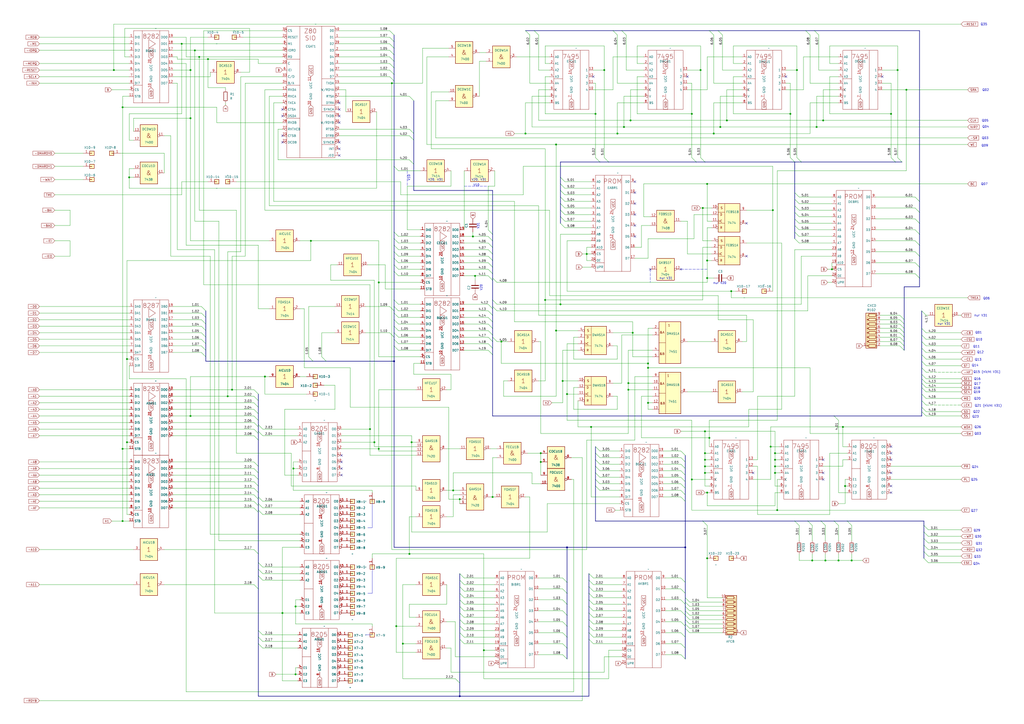
<source format=kicad_sch>
(kicad_sch (version 20231120) (generator "eeschema") (generator_version "8.0")
  (paper "A2")
  (junction (at 322.58 83.82))
  (junction (at 110.49 40.64))
  (junction (at 228.6 209.55))
  (junction (at 328.93 228.6))
  (junction (at 408.94 274.32))
  (junction (at 350.52 40.64))
  (junction (at 322.58 191.77))
  (junction (at 262.89 284.48))
  (junction (at 120.65 34.29))
  (junction (at 364.49 226.06))
  (junction (at 163.83 355.6))
  (junction (at 134.62 226.06))
  (junction (at 219.71 163.83))
  (junction (at 494.03 325.12))
  (junction (at 406.4 40.64))
  (junction (at 71.12 302.26))
  (junction (at 110.49 241.3))
  (junction (at 361.95 73.66))
  (junction (at 345.44 66.04))
  (junction (at 113.03 29.21))
  (junction (at 477.52 69.85))
  (junction (at 170.18 271.78))
  (junction (at 401.32 278.13))
  (junction (at 110.49 68.58))
  (junction (at 450.85 295.91))
  (junction (at 397.51 317.5))
  (junction (at 115.57 33.02))
  (junction (at 408.94 266.7))
  (junction (at 66.04 40.64))
  (junction (at 375.92 213.36))
  (junction (at 358.14 77.47))
  (junction (at 132.08 229.87))
  (junction (at 105.41 25.4))
  (junction (at 328.93 317.5))
  (junction (at 375.92 233.68))
  (junction (at 417.83 73.66))
  (junction (at 274.32 137.16))
  (junction (at 520.7 40.64))
  (junction (at 458.47 66.04))
  (junction (at 180.34 139.7))
  (junction (at 171.45 351.79))
  (junction (at 375.92 210.82))
  (junction (at 462.28 40.64))
  (junction (at 410.21 151.13))
  (junction (at 365.76 69.85))
  (junction (at 71.12 62.23))
  (junction (at 214.63 248.92))
  (junction (at 482.6 156.21))
  (junction (at 367.03 193.04))
  (junction (at 233.68 373.38))
  (junction (at 171.45 391.16))
  (junction (at 421.64 69.85))
  (junction (at 448.31 121.92))
  (junction (at 285.75 288.29))
  (junction (at 410.21 161.29))
  (junction (at 280.67 377.19))
  (junction (at 471.17 325.12))
  (junction (at 486.41 325.12))
  (junction (at 325.12 176.53))
  (junction (at 449.58 266.7))
  (junction (at 414.02 77.47))
  (junction (at 411.48 254))
  (junction (at 342.9 247.65))
  (junction (at 410.21 323.85))
  (junction (at 525.78 52.07))
  (junction (at 73.66 256.54))
  (junction (at 238.76 256.54))
  (junction (at 408.94 262.89))
  (junction (at 424.18 168.91))
  (junction (at 71.12 260.35))
  (junction (at 326.39 220.98))
  (junction (at 74.93 102.87))
  (junction (at 266.7 403.86))
  (junction (at 304.8 77.47))
  (junction (at 410.21 285.75))
  (junction (at 290.83 198.12))
  (junction (at 410.21 106.68))
  (junction (at 266.7 289.56))
  (junction (at 275.59 160.02))
  (junction (at 407.67 120.65))
  (junction (at 364.49 222.25))
  (junction (at 449.58 270.51))
  (junction (at 449.58 262.89))
  (junction (at 340.36 147.32))
  (junction (at 473.71 73.66))
  (junction (at 237.49 321.31))
  (junction (at 227.33 48.26))
  (junction (at 490.22 281.94))
  (junction (at 408.94 270.51))
  (junction (at 316.23 173.99))
  (junction (at 153.67 218.44))
  (junction (at 516.89 66.04))
  (junction (at 478.79 325.12))
  (junction (at 401.32 66.04))
  (junction (at 408.94 250.19))
  (junction (at 313.69 262.89))
  (junction (at 488.95 247.65))
  (junction (at 217.17 256.54))
  (junction (at 447.04 259.08))
  (junction (at 73.66 208.28))
  (junction (at 219.71 260.35))
  (junction (at 313.69 267.97))
  (junction (at 449.58 274.32))
  (junction (at 229.87 363.22))
  (no_connect (at 196.85 90.17))
  (no_connect (at 368.3 124.46))
  (no_connect (at 196.85 82.55))
  (no_connect (at 477.52 278.13))
  (no_connect (at 394.97 156.21))
  (no_connect (at 377.19 156.21))
  (no_connect (at 436.88 274.32))
  (no_connect (at 516.89 266.7))
  (no_connect (at 516.89 285.75))
  (no_connect (at 398.78 44.45))
  (no_connect (at 163.83 78.74))
  (no_connect (at 198.12 267.97))
  (no_connect (at 344.17 44.45))
  (no_connect (at 516.89 281.94))
  (no_connect (at 196.85 71.12))
  (no_connect (at 477.52 274.32))
  (no_connect (at 163.83 63.5))
  (no_connect (at 368.3 111.76))
  (no_connect (at 433.07 148.59))
  (no_connect (at 196.85 63.5))
  (no_connect (at 196.85 86.36))
  (no_connect (at 196.85 59.69))
  (no_connect (at 198.12 264.16))
  (no_connect (at 368.3 118.11))
  (no_connect (at 433.07 129.54))
  (no_connect (at 368.3 137.16))
  (no_connect (at 163.83 67.31))
  (no_connect (at 516.89 262.89))
  (no_connect (at 516.89 259.08))
  (no_connect (at 516.89 274.32))
  (no_connect (at 511.81 44.45))
  (no_connect (at 198.12 271.78))
  (no_connect (at 163.83 82.55))
  (no_connect (at 455.93 44.45))
  (no_connect (at 368.3 105.41))
  (no_connect (at 368.3 130.81))
  (no_connect (at 198.12 275.59))
  (no_connect (at 196.85 67.31))
  (no_connect (at 477.52 266.7))
  (bus_entry (at 345.44 262.89) (size 2.54 2.54))
  (bus_entry (at 228.6 189.23) (size 2.54 2.54))
  (bus_entry (at 228.6 200.66) (size 2.54 2.54))
  (bus_entry (at 228.6 142.24) (size 2.54 2.54))
  (bus_entry (at 186.69 207.01) (size 2.54 2.54))
  (bus_entry (at 341.63 359.41) (size 2.54 2.54))
  (bus_entry (at 534.67 217.17) (size 2.54 2.54))
  (bus_entry (at 285.75 177.8) (size 2.54 2.54))
  (bus_entry (at 521.97 190.5) (size 2.54 2.54))
  (bus_entry (at 283.21 140.97) (size 2.54 2.54))
  (bus_entry (at 534.67 219.71) (size 2.54 2.54))
  (bus_entry (at 530.86 158.75) (size 2.54 2.54))
  (bus_entry (at 283.21 148.59) (size 2.54 2.54))
  (bus_entry (at 147.32 294.64) (size 2.54 2.54))
  (bus_entry (at 116.84 177.8) (size 2.54 2.54))
  (bus_entry (at 407.67 302.26) (size 2.54 2.54))
  (bus_entry (at 394.97 280.67) (size 2.54 2.54))
  (bus_entry (at 534.67 190.5) (size 2.54 2.54))
  (bus_entry (at 237.49 92.71) (size 2.54 2.54))
  (bus_entry (at 149.86 292.1) (size 2.54 2.54))
  (bus_entry (at 535.94 308.61) (size 2.54 2.54))
  (bus_entry (at 266.7 363.22) (size 2.54 2.54))
  (bus_entry (at 461.01 127) (size 2.54 2.54))
  (bus_entry (at 326.39 341.63) (size 2.54 2.54))
  (bus_entry (at 516.89 91.44) (size 2.54 2.54))
  (bus_entry (at 416.56 17.78) (size 2.54 2.54))
  (bus_entry (at 355.6 17.78) (size 2.54 2.54))
  (bus_entry (at 228.6 196.85) (size 2.54 2.54))
  (bus_entry (at 283.21 176.53) (size 2.54 2.54))
  (bus_entry (at 116.84 204.47) (size 2.54 2.54))
  (bus_entry (at 147.32 229.87) (size 2.54 2.54))
  (bus_entry (at 283.21 203.2) (size 2.54 2.54))
  (bus_entry (at 530.86 139.7) (size 2.54 2.54))
  (bus_entry (at 228.6 134.62) (size 2.54 2.54))
  (bus_entry (at 397.51 364.49) (size 2.54 2.54))
  (bus_entry (at 461.01 138.43) (size 2.54 2.54))
  (bus_entry (at 345.44 274.32) (size 2.54 2.54))
  (bus_entry (at 179.07 207.01) (size 2.54 2.54))
  (bus_entry (at 341.63 347.98) (size 2.54 2.54))
  (bus_entry (at 226.06 44.45) (size 2.54 2.54))
  (bus_entry (at 266.7 344.17) (size 2.54 2.54))
  (bus_entry (at 535.94 312.42) (size 2.54 2.54))
  (bus_entry (at 326.39 354.33) (size 2.54 2.54))
  (bus_entry (at 116.84 185.42) (size 2.54 2.54))
  (bus_entry (at 228.6 177.8) (size 2.54 2.54))
  (bus_entry (at 228.6 173.99) (size 2.54 2.54))
  (bus_entry (at 461.01 134.62) (size 2.54 2.54))
  (bus_entry (at 534.67 209.55) (size 2.54 2.54))
  (bus_entry (at 147.32 271.78) (size 2.54 2.54))
  (bus_entry (at 461.01 130.81) (size 2.54 2.54))
  (bus_entry (at 461.01 123.19) (size 2.54 2.54))
  (bus_entry (at 411.48 17.78) (size 2.54 2.54))
  (bus_entry (at 147.32 318.77) (size 2.54 2.54))
  (bus_entry (at 283.21 144.78) (size 2.54 2.54))
  (bus_entry (at 394.97 341.63) (size 2.54 2.54))
  (bus_entry (at 535.94 316.23) (size 2.54 2.54))
  (bus_entry (at 345.44 278.13) (size 2.54 2.54))
  (bus_entry (at 149.86 369.57) (size 2.54 2.54))
  (bus_entry (at 147.32 290.83) (size 2.54 2.54))
  (bus_entry (at 530.86 152.4) (size 2.54 2.54))
  (bus_entry (at 226.06 17.78) (size 2.54 2.54))
  (bus_entry (at 530.86 114.3) (size 2.54 2.54))
  (bus_entry (at 341.63 370.84) (size 2.54 2.54))
  (bus_entry (at 534.67 232.41) (size 2.54 2.54))
  (bus_entry (at 521.97 185.42) (size 2.54 2.54))
  (bus_entry (at 226.06 25.4) (size 2.54 2.54))
  (bus_entry (at 345.44 281.94) (size 2.54 2.54))
  (bus_entry (at 147.32 339.09) (size 2.54 2.54))
  (bus_entry (at 530.86 120.65) (size 2.54 2.54))
  (bus_entry (at 283.21 180.34) (size 2.54 2.54))
  (bus_entry (at 534.67 224.79) (size 2.54 2.54))
  (bus_entry (at 534.67 180.34) (size 2.54 2.54))
  (bus_entry (at 534.67 205.74) (size 2.54 2.54))
  (bus_entry (at 149.86 334.01) (size 2.54 2.54))
  (bus_entry (at 397.51 356.87) (size 2.54 2.54))
  (bus_entry (at 535.94 320.04) (size 2.54 2.54))
  (bus_entry (at 228.6 149.86) (size 2.54 2.54))
  (bus_entry (at 226.06 21.59) (size 2.54 2.54))
  (bus_entry (at 341.63 332.74) (size 2.54 2.54))
  (bus_entry (at 285.75 161.29) (size 2.54 2.54))
  (bus_entry (at 326.39 367.03) (size 2.54 2.54))
  (bus_entry (at 149.86 330.2) (size 2.54 2.54))
  (bus_entry (at 147.32 233.68) (size 2.54 2.54))
  (bus_entry (at 397.51 359.41) (size 2.54 2.54))
  (bus_entry (at 534.67 213.36) (size 2.54 2.54))
  (bus_entry (at 394.97 379.73) (size 2.54 2.54))
  (bus_entry (at 226.06 40.64) (size 2.54 2.54))
  (bus_entry (at 325.12 102.87) (size 2.54 2.54))
  (bus_entry (at 397.51 361.95) (size 2.54 2.54))
  (bus_entry (at 325.12 121.92) (size 2.54 2.54))
  (bus_entry (at 406.4 91.44) (size 2.54 2.54))
  (bus_entry (at 266.7 355.6) (size 2.54 2.54))
  (bus_entry (at 228.6 146.05) (size 2.54 2.54))
  (bus_entry (at 283.21 156.21) (size 2.54 2.54))
  (bus_entry (at 461.01 119.38) (size 2.54 2.54))
  (bus_entry (at 401.32 91.44) (size 2.54 2.54))
  (bus_entry (at 397.51 346.71) (size 2.54 2.54))
  (bus_entry (at 483.87 302.26) (size 2.54 2.54))
  (bus_entry (at 266.7 370.84) (size 2.54 2.54))
  (bus_entry (at 472.44 17.78) (size 2.54 2.54))
  (bus_entry (at 345.44 270.51) (size 2.54 2.54))
  (bus_entry (at 147.32 287.02) (size 2.54 2.54))
  (bus_entry (at 228.6 138.43) (size 2.54 2.54))
  (bus_entry (at 266.7 347.98) (size 2.54 2.54))
  (bus_entry (at 397.51 351.79) (size 2.54 2.54))
  (bus_entry (at 149.86 295.91) (size 2.54 2.54))
  (bus_entry (at 325.12 114.3) (size 2.54 2.54))
  (bus_entry (at 534.67 222.25) (size 2.54 2.54))
  (bus_entry (at 228.6 193.04) (size 2.54 2.54))
  (bus_entry (at 394.97 373.38) (size 2.54 2.54))
  (bus_entry (at 397.51 354.33) (size 2.54 2.54))
  (bus_entry (at 360.68 17.78) (size 2.54 2.54))
  (bus_entry (at 394.97 360.68) (size 2.54 2.54))
  (bus_entry (at 345.44 259.08) (size 2.54 2.54))
  (bus_entry (at 521.97 193.04) (size 2.54 2.54))
  (bus_entry (at 534.67 238.76) (size 2.54 2.54))
  (bus_entry (at 326.39 373.38) (size 2.54 2.54))
  (bus_entry (at 149.86 326.39) (size 2.54 2.54))
  (bus_entry (at 458.47 91.44) (size 2.54 2.54))
  (bus_entry (at 283.21 133.35) (size 2.54 2.54))
  (bus_entry (at 534.67 228.6) (size 2.54 2.54))
  (bus_entry (at 325.12 110.49) (size 2.54 2.54))
  (bus_entry (at 228.6 185.42) (size 2.54 2.54))
  (bus_entry (at 283.21 191.77) (size 2.54 2.54))
  (bus_entry (at 350.52 91.44) (size 2.54 2.54))
  (bus_entry (at 228.6 181.61) (size 2.54 2.54))
  (bus_entry (at 394.97 354.33) (size 2.54 2.54))
  (bus_entry (at 283.21 195.58) (size 2.54 2.54))
  (bus_entry (at 283.21 187.96) (size 2.54 2.54))
  (bus_entry (at 147.32 267.97) (size 2.54 2.54))
  (bus_entry (at 491.49 302.26) (size 2.54 2.54))
  (bus_entry (at 394.97 269.24) (size 2.54 2.54))
  (bus_entry (at 326.39 335.28) (size 2.54 2.54))
  (bus_entry (at 283.21 199.39) (size 2.54 2.54))
  (bus_entry (at 283.21 160.02) (size 2.54 2.54))
  (bus_entry (at 116.84 189.23) (size 2.54 2.54))
  (bus_entry (at 394.97 288.29) (size 2.54 2.54))
  (bus_entry (at 228.6 153.67) (size 2.54 2.54))
  (bus_entry (at 534.67 201.93) (size 2.54 2.54))
  (bus_entry (at 149.86 288.29) (size 2.54 2.54))
  (bus_entry (at 341.63 351.79) (size 2.54 2.54))
  (bus_entry (at 461.01 111.76) (size 2.54 2.54))
  (bus_entry (at 147.32 279.4) (size 2.54 2.54))
  (bus_entry (at 309.88 17.78) (size 2.54 2.54))
  (bus_entry (at 341.63 367.03) (size 2.54 2.54))
  (bus_entry (at 147.32 252.73) (size 2.54 2.54))
  (bus_entry (at 468.63 302.26) (size 2.54 2.54))
  (bus_entry (at 394.97 284.48) (size 2.54 2.54))
  (bus_entry (at 285.75 173.99) (size 2.54 2.54))
  (bus_entry (at 264.16 393.7) (size 2.54 2.54))
  (bus_entry (at 149.86 250.19) (size 2.54 2.54))
  (bus_entry (at 149.86 373.38) (size 2.54 2.54))
  (bus_entry (at 394.97 273.05) (size 2.54 2.54))
  (bus_entry (at 325.12 129.54) (size 2.54 2.54))
  (bus_entry (at 226.06 177.8) (size 2.54 2.54))
  (bus_entry (at 147.32 248.92) (size 2.54 2.54))
  (bus_entry (at 266.7 367.03) (size 2.54 2.54))
  (bus_entry (at 476.25 302.26) (size 2.54 2.54))
  (bus_entry (at 326.39 360.68) (size 2.54 2.54))
  (bus_entry (at 467.36 17.78) (size 2.54 2.54))
  (bus_entry (at 237.49 55.88) (size 2.54 2.54))
  (bus_entry (at 226.06 29.21) (size 2.54 2.54))
  (bus_entry (at 266.7 351.79) (size 2.54 2.54))
  (bus_entry (at 394.97 335.28) (size 2.54 2.54))
  (bus_entry (at 520.7 91.44) (size 2.54 2.54))
  (bus_entry (at 341.63 344.17) (size 2.54 2.54))
  (bus_entry (at 341.63 336.55) (size 2.54 2.54))
  (bus_entry (at 325.12 125.73) (size 2.54 2.54))
  (bus_entry (at 325.12 118.11) (size 2.54 2.54))
  (bus_entry (at 394.97 276.86) (size 2.54 2.54))
  (bus_entry (at 226.06 36.83) (size 2.54 2.54))
  (bus_entry (at 394.97 367.03) (size 2.54 2.54))
  (bus_entry (at 266.7 359.41) (size 2.54 2.54))
  (bus_entry (at 521.97 195.58) (size 2.54 2.54))
  (bus_entry (at 521.97 187.96) (size 2.54 2.54))
  (bus_entry (at 304.8 17.78) (size 2.54 2.54))
  (bus_entry (at 149.86 365.76) (size 2.54 2.54))
  (bus_entry (at 535.94 304.8) (size 2.54 2.54))
  (bus_entry (at 345.44 91.44) (size 2.54 2.54))
  (bus_entry (at 394.97 261.62) (size 2.54 2.54))
  (bus_entry (at 534.67 198.12) (size 2.54 2.54))
  (bus_entry (at 147.32 245.11) (size 2.54 2.54))
  (bus_entry (at 237.49 78.74) (size 2.54 2.54))
  (bus_entry (at 530.86 127) (size 2.54 2.54))
  (bus_entry (at 394.97 265.43) (size 2.54 2.54))
  (bus_entry (at 266.7 332.74) (size 2.54 2.54))
  (bus_entry (at 521.97 200.66) (size 2.54 2.54))
  (bus_entry (at 534.67 194.31) (size 2.54 2.54))
  (bus_entry (at 116.84 193.04) (size 2.54 2.54))
  (bus_entry (at 226.06 193.04) (size 2.54 2.54))
  (bus_entry (at 397.51 349.25) (size 2.54 2.54))
  (bus_entry (at 461.01 115.57) (size 2.54 2.54))
  (bus_entry (at 462.28 91.44) (size 2.54 2.54))
  (bus_entry (at 345.44 266.7) (size 2.54 2.54))
  (bus_entry (at 530.86 133.35) (size 2.54 2.54))
  (bus_entry (at 266.7 340.36) (size 2.54 2.54))
  (bus_entry (at 237.49 74.93) (size 2.54 2.54))
  (bus_entry (at 325.12 106.68) (size 2.54 2.54))
  (bus_entry (at 116.84 196.85) (size 2.54 2.54))
  (bus_entry (at 266.7 336.55) (size 2.54 2.54))
  (bus_entry (at 147.32 283.21) (size 2.54 2.54))
  (bus_entry (at 147.32 237.49) (size 2.54 2.54))
  (bus_entry (at 483.87 241.3) (size 2.54 2.54))
  (bus_entry (at 535.94 323.85) (size 2.54 2.54))
  (bus_entry (at 116.84 181.61) (size 2.54 2.54))
  (bus_entry (at 116.84 200.66) (size 2.54 2.54))
  (bus_entry (at 341.63 363.22) (size 2.54 2.54))
  (bus_entry (at 521.97 198.12) (size 2.54 2.54))
  (bus_entry (at 461.01 302.26) (size 2.54 2.54))
  (bus_entry (at 534.67 236.22) (size 2.54 2.54))
  (bus_entry (at 228.6 157.48) (size 2.54 2.54))
  (bus_entry (at 341.63 340.36) (size 2.54 2.54))
  (bus_entry (at 394.97 347.98) (size 2.54 2.54))
  (bus_entry (at 285.75 195.58) (size 2.54 2.54))
  (bus_entry (at 228.6 96.52) (size 2.54 2.54))
  (bus_entry (at 530.86 146.05) (size 2.54 2.54))
  (bus_entry (at 147.32 241.3) (size 2.54 2.54))
  (bus_entry (at 226.06 33.02) (size 2.54 2.54))
  (bus_entry (at 283.21 184.15) (size 2.54 2.54))
  (bus_entry (at 341.63 355.6) (size 2.54 2.54))
  (bus_entry (at 283.21 137.16) (size 2.54 2.54))
  (bus_entry (at 147.32 226.06) (size 2.54 2.54))
  (bus_entry (at 147.32 275.59) (size 2.54 2.54))
  (bus_entry (at 149.86 246.38) (size 2.54 2.54))
  (bus_entry (at 283.21 152.4) (size 2.54 2.54))
  (bus_entry (at 326.39 379.73) (size 2.54 2.54))
  (bus_entry (at 521.97 182.88) (size 2.54 2.54))
  (bus_entry (at 326.39 347.98) (size 2.54 2.54))
  (wire (pts (xy 414.02 20.32) (xy 414.02 48.26)))
  (wire (pts (xy 66.04 13.97) (xy 557.53 13.97)))
  (wire (pts (xy 410.21 161.29) (xy 410.21 163.83)))
  (wire (pts (xy 360.68 377.19) (xy 353.06 377.19)))
  (wire (pts (xy 449.58 250.19) (xy 449.58 262.89)))
  (wire (pts (xy 384.81 280.67) (xy 394.97 280.67)))
  (wire (pts (xy 156.21 119.38) (xy 156.21 55.88)))
  (bus (pts (xy 534.67 232.41) (xy 534.67 236.22)))
  (bus (pts (xy 341.63 367.03) (xy 341.63 370.84)))
  (wire (pts (xy 110.49 21.59) (xy 120.65 21.59)))
  (bus (pts (xy 266.7 351.79) (xy 266.7 355.6)))
  (bus (pts (xy 397.51 283.21) (xy 397.51 287.02)))
  (bus (pts (xy 397.51 344.17) (xy 397.51 346.71)))
  (wire (pts (xy 320.04 233.68) (xy 326.39 233.68)))
  (wire (pts (xy 269.24 339.09) (xy 287.02 339.09)))
  (bus (pts (xy 341.63 332.74) (xy 341.63 336.55)))
  (wire (pts (xy 170.18 284.48) (xy 215.9 284.48)))
  (bus (pts (xy 341.63 355.6) (xy 341.63 359.41)))
  (wire (pts (xy 477.52 52.07) (xy 477.52 69.85)))
  (wire (pts (xy 436.88 266.7) (xy 439.42 266.7)))
  (wire (pts (xy 406.4 26.67) (xy 406.4 40.64)))
  (bus (pts (xy 345.44 270.51) (xy 345.44 274.32)))
  (wire (pts (xy 179.07 207.01) (xy 179.07 177.8)))
  (bus (pts (xy 325.12 114.3) (xy 325.12 110.49)))
  (wire (pts (xy 231.14 191.77) (xy 243.84 191.77)))
  (bus (pts (xy 524.51 195.58) (xy 524.51 193.04)))
  (wire (pts (xy 463.55 129.54) (xy 482.6 129.54)))
  (wire (pts (xy 375.92 149.86) (xy 375.92 138.43)))
  (wire (pts (xy 481.33 262.89) (xy 491.49 262.89)))
  (wire (pts (xy 172.72 394.97) (xy 163.83 394.97)))
  (wire (pts (xy 373.38 59.69) (xy 358.14 59.69)))
  (bus (pts (xy 228.6 193.04) (xy 228.6 195.58)))
  (wire (pts (xy 275.59 160.02) (xy 275.59 162.56)))
  (wire (pts (xy 386.08 373.38) (xy 394.97 373.38)))
  (wire (pts (xy 269.24 199.39) (xy 283.21 199.39)))
  (wire (pts (xy 219.71 139.7) (xy 219.71 163.83)))
  (wire (pts (xy 538.48 318.77) (xy 557.53 318.77)))
  (wire (pts (xy 525.78 52.07) (xy 561.34 52.07)))
  (wire (pts (xy 344.17 354.33) (xy 360.68 354.33)))
  (wire (pts (xy 478.79 325.12) (xy 486.41 325.12)))
  (wire (pts (xy 361.95 73.66) (xy 417.83 73.66)))
  (wire (pts (xy 327.66 128.27) (xy 342.9 128.27)))
  (bus (pts (xy 416.56 17.78) (xy 467.36 17.78)))
  (wire (pts (xy 120.65 105.41) (xy 105.41 105.41)))
  (wire (pts (xy 121.92 44.45) (xy 121.92 41.91)))
  (wire (pts (xy 22.86 233.68) (xy 74.93 233.68)))
  (wire (pts (xy 312.42 354.33) (xy 326.39 354.33)))
  (wire (pts (xy 243.84 167.64) (xy 223.52 167.64)))
  (wire (pts (xy 400.05 359.41) (xy 419.1 359.41)))
  (wire (pts (xy 365.76 69.85) (xy 312.42 69.85)))
  (bus (pts (xy 285.75 179.07) (xy 285.75 182.88)))
  (wire (pts (xy 290.83 210.82) (xy 375.92 210.82)))
  (wire (pts (xy 100.33 25.4) (xy 105.41 25.4)))
  (bus (pts (xy 355.6 17.78) (xy 360.68 17.78)))
  (wire (pts (xy 40.64 148.59) (xy 31.75 148.59)))
  (wire (pts (xy 425.45 26.67) (xy 462.28 26.67)))
  (wire (pts (xy 196.85 25.4) (xy 226.06 25.4)))
  (wire (pts (xy 22.86 339.09) (xy 77.47 339.09)))
  (wire (pts (xy 105.41 105.41) (xy 105.41 113.03)))
  (bus (pts (xy 266.7 370.84) (xy 266.7 396.24)))
  (wire (pts (xy 22.86 29.21) (xy 74.93 29.21)))
  (wire (pts (xy 219.71 163.83) (xy 243.84 163.83)))
  (wire (pts (xy 508 120.65) (xy 530.86 120.65)))
  (wire (pts (xy 344.17 358.14) (xy 360.68 358.14)))
  (wire (pts (xy 373.38 44.45) (xy 369.57 44.45)))
  (wire (pts (xy 449.58 285.75) (xy 452.12 285.75)))
  (wire (pts (xy 22.86 271.78) (xy 74.93 271.78)))
  (wire (pts (xy 100.33 283.21) (xy 147.32 283.21)))
  (wire (pts (xy 449.58 281.94) (xy 452.12 281.94)))
  (wire (pts (xy 72.39 33.02) (xy 72.39 16.51)))
  (wire (pts (xy 252.73 80.01) (xy 561.34 80.01)))
  (wire (pts (xy 318.77 121.92) (xy 153.67 121.92)))
  (wire (pts (xy 510.54 187.96) (xy 521.97 187.96)))
  (wire (pts (xy 510.54 190.5) (xy 521.97 190.5)))
  (wire (pts (xy 450.85 99.06) (xy 450.85 243.84)))
  (wire (pts (xy 66.04 40.64) (xy 74.93 40.64)))
  (wire (pts (xy 358.14 77.47) (xy 414.02 77.47)))
  (wire (pts (xy 461.01 144.78) (xy 482.6 144.78)))
  (wire (pts (xy 163.83 44.45) (xy 139.7 44.45)))
  (wire (pts (xy 259.08 339.09) (xy 259.08 350.52)))
  (wire (pts (xy 313.69 198.12) (xy 312.42 198.12)))
  (wire (pts (xy 172.72 267.97) (xy 170.18 267.97)))
  (wire (pts (xy 280.67 377.19) (xy 280.67 321.31)))
  (wire (pts (xy 318.77 36.83) (xy 316.23 36.83)))
  (wire (pts (xy 410.21 285.75) (xy 411.48 285.75)))
  (wire (pts (xy 100.33 177.8) (xy 116.84 177.8)))
  (wire (pts (xy 511.81 52.07) (xy 525.78 52.07)))
  (wire (pts (xy 318.77 59.69) (xy 304.8 59.69)))
  (wire (pts (xy 335.28 191.77) (xy 322.58 191.77)))
  (bus (pts (xy 472.44 17.78) (xy 533.4 17.78)))
  (bus (pts (xy 149.86 281.94) (xy 149.86 285.75)))
  (bus (pts (xy 533.4 166.37) (xy 533.4 161.29)))
  (wire (pts (xy 350.52 389.89) (xy 261.62 389.89)))
  (wire (pts (xy 463.55 140.97) (xy 482.6 140.97)))
  (wire (pts (xy 316.23 173.99) (xy 316.23 220.98)))
  (wire (pts (xy 508 158.75) (xy 530.86 158.75)))
  (wire (pts (xy 303.53 113.03) (xy 232.41 113.03)))
  (bus (pts (xy 266.7 336.55) (xy 266.7 340.36)))
  (wire (pts (xy 316.23 66.04) (xy 316.23 44.45)))
  (wire (pts (xy 375.92 237.49) (xy 375.92 233.68)))
  (wire (pts (xy 261.62 226.06) (xy 259.08 226.06)))
  (wire (pts (xy 448.31 121.92) (xy 448.31 168.91)))
  (wire (pts (xy 22.86 189.23) (xy 74.93 189.23)))
  (wire (pts (xy 410.21 151.13) (xy 412.75 151.13)))
  (wire (pts (xy 100.33 200.66) (xy 116.84 200.66)))
  (wire (pts (xy 152.4 252.73) (xy 172.72 252.73)))
  (wire (pts (xy 22.86 226.06) (xy 74.93 226.06)))
  (bus (pts (xy 328.93 317.5) (xy 328.93 337.82)))
  (wire (pts (xy 142.24 48.26) (xy 142.24 148.59)))
  (wire (pts (xy 171.45 347.98) (xy 171.45 351.79)))
  (wire (pts (xy 449.58 274.32) (xy 452.12 274.32)))
  (wire (pts (xy 231.14 148.59) (xy 243.84 148.59)))
  (wire (pts (xy 510.54 182.88) (xy 521.97 182.88)))
  (wire (pts (xy 121.92 148.59) (xy 99.06 148.59)))
  (wire (pts (xy 118.11 17.78) (xy 118.11 165.1)))
  (wire (pts (xy 284.48 288.29) (xy 285.75 288.29)))
  (wire (pts (xy 266.7 289.56) (xy 266.7 292.1)))
  (wire (pts (xy 455.93 52.07) (xy 466.09 52.07)))
  (bus (pts (xy 228.6 46.99) (xy 228.6 96.52)))
  (wire (pts (xy 358.14 48.26) (xy 373.38 48.26)))
  (wire (pts (xy 196.85 33.02) (xy 226.06 33.02)))
  (wire (pts (xy 152.4 328.93) (xy 173.99 328.93)))
  (wire (pts (xy 537.21 224.79) (xy 557.53 224.79)))
  (wire (pts (xy 325.12 135.89) (xy 325.12 176.53)))
  (wire (pts (xy 163.83 355.6) (xy 173.99 355.6)))
  (wire (pts (xy 408.94 270.51) (xy 411.48 270.51)))
  (wire (pts (xy 173.99 179.07) (xy 176.53 179.07)))
  (bus (pts (xy 228.6 31.75) (xy 228.6 35.56)))
  (wire (pts (xy 491.49 278.13) (xy 490.22 278.13)))
  (wire (pts (xy 425.45 66.04) (xy 425.45 44.45)))
  (wire (pts (xy 200.66 52.07) (xy 200.66 64.77)))
  (wire (pts (xy 153.67 52.07) (xy 163.83 52.07)))
  (wire (pts (xy 439.42 229.87) (xy 461.01 229.87)))
  (wire (pts (xy 163.83 17.78) (xy 118.11 17.78)))
  (wire (pts (xy 163.83 48.26) (xy 142.24 48.26)))
  (wire (pts (xy 163.83 394.97) (xy 163.83 355.6)))
  (bus (pts (xy 519.43 93.98) (xy 523.24 93.98)))
  (wire (pts (xy 363.22 40.64) (xy 373.38 40.64)))
  (wire (pts (xy 110.49 68.58) (xy 77.47 68.58)))
  (bus (pts (xy 119.38 180.34) (xy 119.38 184.15)))
  (wire (pts (xy 77.47 97.79) (xy 74.93 97.79)))
  (wire (pts (xy 194.31 223.52) (xy 194.31 237.49)))
  (polyline (pts (xy 377.19 156.21) (xy 377.19 163.83)) (stroke (width 0) (type dash)))
  (bus (pts (xy 524.51 198.12) (xy 524.51 195.58)))
  (wire (pts (xy 110.49 139.7) (xy 156.21 139.7)))
  (wire (pts (xy 227.33 48.26) (xy 227.33 318.77)))
  (bus (pts (xy 533.4 154.94) (xy 533.4 148.59)))
  (bus (pts (xy 345.44 259.08) (xy 345.44 262.89)))
  (wire (pts (xy 355.6 222.25) (xy 360.68 222.25)))
  (wire (pts (xy 312.42 373.38) (xy 326.39 373.38)))
  (wire (pts (xy 113.03 29.21) (xy 113.03 128.27)))
  (wire (pts (xy 22.86 237.49) (xy 74.93 237.49)))
  (wire (pts (xy 369.57 66.04) (xy 401.32 66.04)))
  (wire (pts (xy 180.34 139.7) (xy 173.99 139.7)))
  (wire (pts (xy 110.49 241.3) (xy 147.32 241.3)))
  (wire (pts (xy 439.42 270.51) (xy 439.42 298.45)))
  (wire (pts (xy 477.52 69.85) (xy 561.34 69.85)))
  (wire (pts (xy 269.24 335.28) (xy 287.02 335.28)))
  (wire (pts (xy 486.41 325.12) (xy 494.03 325.12)))
  (wire (pts (xy 196.85 44.45) (xy 226.06 44.45)))
  (wire (pts (xy 74.93 102.87) (xy 77.47 102.87)))
  (wire (pts (xy 537.21 219.71) (xy 557.53 219.71)))
  (wire (pts (xy 177.8 218.44) (xy 173.99 218.44)))
  (bus (pts (xy 325.12 106.68) (xy 325.12 102.87)))
  (wire (pts (xy 398.78 128.27) (xy 394.97 128.27)))
  (wire (pts (xy 360.68 194.31) (xy 378.46 194.31)))
  (wire (pts (xy 481.33 44.45) (xy 486.41 44.45)))
  (wire (pts (xy 421.64 69.85) (xy 421.64 52.07)))
  (wire (pts (xy 22.86 252.73) (xy 74.93 252.73)))
  (wire (pts (xy 269.24 354.33) (xy 287.02 354.33)))
  (wire (pts (xy 110.49 40.64) (xy 110.49 68.58)))
  (wire (pts (xy 386.08 379.73) (xy 394.97 379.73)))
  (wire (pts (xy 100.33 252.73) (xy 147.32 252.73)))
  (wire (pts (xy 326.39 203.2) (xy 326.39 220.98)))
  (wire (pts (xy 538.48 326.39) (xy 557.53 326.39)))
  (bus (pts (xy 524.51 190.5) (xy 524.51 187.96)))
  (bus (pts (xy 325.12 118.11) (xy 325.12 114.3)))
  (wire (pts (xy 285.75 265.43) (xy 285.75 288.29)))
  (bus (pts (xy 309.88 17.78) (xy 355.6 17.78)))
  (wire (pts (xy 142.24 148.59) (xy 134.62 148.59)))
  (wire (pts (xy 510.54 195.58) (xy 521.97 195.58)))
  (bus (pts (xy 228.6 134.62) (xy 228.6 138.43)))
  (wire (pts (xy 537.21 222.25) (xy 557.53 222.25)))
  (wire (pts (xy 340.36 255.27) (xy 368.3 255.27)))
  (wire (pts (xy 250.19 86.36) (xy 316.23 86.36)))
  (wire (pts (xy 149.86 142.24) (xy 149.86 179.07)))
  (wire (pts (xy 537.21 238.76) (xy 557.53 238.76)))
  (wire (pts (xy 100.33 241.3) (xy 110.49 241.3)))
  (wire (pts (xy 290.83 198.12) (xy 290.83 210.82)))
  (wire (pts (xy 100.33 36.83) (xy 107.95 36.83)))
  (wire (pts (xy 398.78 227.33) (xy 412.75 227.33)))
  (bus (pts (xy 534.67 217.17) (xy 534.67 219.71)))
  (wire (pts (xy 288.29 176.53) (xy 325.12 176.53)))
  (wire (pts (xy 196.85 40.64) (xy 226.06 40.64)))
  (wire (pts (xy 417.83 55.88) (xy 417.83 73.66)))
  (wire (pts (xy 158.75 116.84) (xy 298.45 116.84)))
  (wire (pts (xy 73.66 208.28) (xy 73.66 256.54)))
  (bus (pts (xy 149.86 236.22) (xy 149.86 240.03)))
  (wire (pts (xy 342.9 247.65) (xy 335.28 247.65)))
  (wire (pts (xy 373.38 55.88) (xy 361.95 55.88)))
  (wire (pts (xy 449.58 270.51) (xy 452.12 270.51)))
  (bus (pts (xy 266.7 396.24) (xy 266.7 403.86)))
  (bus (pts (xy 535.94 312.42) (xy 535.94 308.61)))
  (wire (pts (xy 369.57 44.45) (xy 369.57 66.04)))
  (wire (pts (xy 171.45 351.79) (xy 173.99 351.79)))
  (wire (pts (xy 168.91 281.94) (xy 168.91 262.89)))
  (wire (pts (xy 283.21 133.35) (xy 283.21 107.95)))
  (wire (pts (xy 365.76 69.85) (xy 365.76 52.07)))
  (wire (pts (xy 161.29 74.93) (xy 163.83 74.93)))
  (wire (pts (xy 407.67 139.7) (xy 407.67 120.65)))
  (bus (pts (xy 403.86 93.98) (xy 408.94 93.98)))
  (bus (pts (xy 149.86 270.51) (xy 149.86 274.32)))
  (wire (pts (xy 520.7 26.67) (xy 520.7 40.64)))
  (bus (pts (xy 285.75 186.69) (xy 285.75 182.88)))
  (wire (pts (xy 410.21 128.27) (xy 410.21 106.68)))
  (wire (pts (xy 262.89 287.02) (xy 266.7 287.02)))
  (wire (pts (xy 537.21 196.85) (xy 557.53 196.85)))
  (wire (pts (xy 367.03 193.04) (xy 367.03 207.01)))
  (wire (pts (xy 402.59 138.43) (xy 402.59 124.46)))
  (wire (pts (xy 455.93 48.26) (xy 458.47 48.26)))
  (wire (pts (xy 538.48 322.58) (xy 557.53 322.58)))
  (wire (pts (xy 172.72 387.35) (xy 171.45 387.35)))
  (wire (pts (xy 412.75 128.27) (xy 410.21 128.27)))
  (wire (pts (xy 332.74 195.58) (xy 332.74 208.28)))
  (wire (pts (xy 100.33 196.85) (xy 116.84 196.85)))
  (wire (pts (xy 538.48 311.15) (xy 557.53 311.15)))
  (wire (pts (xy 269.24 365.76) (xy 287.02 365.76)))
  (wire (pts (xy 508 133.35) (xy 530.86 133.35)))
  (bus (pts (xy 397.51 364.49) (xy 397.51 369.57)))
  (wire (pts (xy 410.21 293.37) (xy 449.58 293.37)))
  (wire (pts (xy 229.87 323.85) (xy 307.34 323.85)))
  (bus (pts (xy 397.51 349.25) (xy 397.51 350.52)))
  (bus (pts (xy 397.51 287.02) (xy 397.51 290.83)))
  (wire (pts (xy 473.71 73.66) (xy 561.34 73.66)))
  (wire (pts (xy 332.74 278.13) (xy 332.74 401.32)))
  (wire (pts (xy 344.17 335.28) (xy 360.68 335.28)))
  (wire (pts (xy 355.6 229.87) (xy 358.14 229.87)))
  (wire (pts (xy 22.86 40.64) (xy 66.04 40.64)))
  (wire (pts (xy 434.34 237.49) (xy 453.39 237.49)))
  (wire (pts (xy 31.75 113.03) (xy 105.41 113.03)))
  (bus (pts (xy 149.86 369.57) (xy 149.86 373.38)))
  (bus (pts (xy 149.86 250.19) (xy 149.86 251.46)))
  (wire (pts (xy 71.12 302.26) (xy 74.93 302.26)))
  (wire (pts (xy 152.4 298.45) (xy 173.99 298.45)))
  (wire (pts (xy 107.95 33.02) (xy 115.57 33.02)))
  (bus (pts (xy 285.75 143.51) (xy 285.75 139.7)))
  (wire (pts (xy 115.57 33.02) (xy 115.57 121.92)))
  (bus (pts (xy 467.36 17.78) (xy 472.44 17.78)))
  (bus (pts (xy 266.7 347.98) (xy 266.7 351.79)))
  (wire (pts (xy 326.39 220.98) (xy 335.28 220.98)))
  (wire (pts (xy 22.86 283.21) (xy 74.93 283.21)))
  (wire (pts (xy 449.58 270.51) (xy 449.58 274.32)))
  (wire (pts (xy 364.49 226.06) (xy 378.46 226.06)))
  (wire (pts (xy 406.4 120.65) (xy 407.67 120.65)))
  (wire (pts (xy 149.86 179.07) (xy 156.21 179.07)))
  (wire (pts (xy 449.58 262.89) (xy 452.12 262.89)))
  (bus (pts (xy 345.44 278.13) (xy 345.44 281.94)))
  (wire (pts (xy 102.87 144.78) (xy 124.46 144.78)))
  (bus (pts (xy 397.51 361.95) (xy 397.51 363.22)))
  (wire (pts (xy 22.86 318.77) (xy 77.47 318.77)))
  (wire (pts (xy 471.17 325.12) (xy 478.79 325.12)))
  (wire (pts (xy 231.14 199.39) (xy 243.84 199.39)))
  (wire (pts (xy 414.02 48.26) (xy 430.53 48.26)))
  (wire (pts (xy 408.94 262.89) (xy 408.94 250.19)))
  (wire (pts (xy 22.86 229.87) (xy 74.93 229.87)))
  (wire (pts (xy 375.92 213.36) (xy 469.9 213.36)))
  (wire (pts (xy 327.66 132.08) (xy 342.9 132.08)))
  (wire (pts (xy 401.32 48.26) (xy 398.78 48.26)))
  (bus (pts (xy 228.6 35.56) (xy 228.6 39.37)))
  (wire (pts (xy 99.06 78.74) (xy 95.25 78.74)))
  (bus (pts (xy 534.67 228.6) (xy 534.67 232.41)))
  (wire (pts (xy 327.66 113.03) (xy 342.9 113.03)))
  (bus (pts (xy 534.67 236.22) (xy 534.67 238.76)))
  (bus (pts (xy 119.38 184.15) (xy 119.38 187.96)))
  (bus (pts (xy 534.67 241.3) (xy 483.87 241.3)))
  (bus (pts (xy 119.38 207.01) (xy 119.38 209.55)))
  (wire (pts (xy 100.33 233.68) (xy 147.32 233.68)))
  (wire (pts (xy 40.64 121.92) (xy 40.64 130.81)))
  (wire (pts (xy 508 127) (xy 530.86 127)))
  (wire (pts (xy 64.77 302.26) (xy 71.12 302.26)))
  (wire (pts (xy 269.24 358.14) (xy 287.02 358.14)))
  (bus (pts (xy 325.12 93.98) (xy 347.98 93.98)))
  (wire (pts (xy 269.24 180.34) (xy 283.21 180.34)))
  (bus (pts (xy 397.51 363.22) (xy 397.51 364.49)))
  (bus (pts (xy 228.6 189.23) (xy 228.6 193.04)))
  (wire (pts (xy 433.07 198.12) (xy 433.07 182.88)))
  (wire (pts (xy 386.08 354.33) (xy 394.97 354.33)))
  (wire (pts (xy 100.33 226.06) (xy 134.62 226.06)))
  (wire (pts (xy 463.55 133.35) (xy 482.6 133.35)))
  (wire (pts (xy 161.29 92.71) (xy 237.49 92.71)))
  (wire (pts (xy 261.62 226.06) (xy 261.62 217.17)))
  (wire (pts (xy 410.21 161.29) (xy 414.02 161.29)))
  (bus (pts (xy 266.7 363.22) (xy 266.7 367.03)))
  (wire (pts (xy 171.45 361.95) (xy 171.45 351.79)))
  (wire (pts (xy 386.08 367.03) (xy 394.97 367.03)))
  (bus (pts (xy 535.94 308.61) (xy 535.94 304.8)))
  (bus (pts (xy 461.01 115.57) (xy 461.01 119.38)))
  (wire (pts (xy 469.9 213.36) (xy 469.9 251.46)))
  (bus (pts (xy 534.67 198.12) (xy 534.67 201.93)))
  (wire (pts (xy 486.41 40.64) (xy 474.98 40.64)))
  (bus (pts (xy 341.63 347.98) (xy 341.63 351.79)))
  (wire (pts (xy 22.86 196.85) (xy 74.93 196.85)))
  (wire (pts (xy 447.04 259.08) (xy 452.12 259.08)))
  (wire (pts (xy 198.12 260.35) (xy 219.71 260.35)))
  (wire (pts (xy 367.03 193.04) (xy 367.03 186.69)))
  (wire (pts (xy 436.88 270.51) (xy 439.42 270.51)))
  (wire (pts (xy 278.13 55.88) (xy 278.13 35.56)))
  (wire (pts (xy 245.11 27.94) (xy 245.11 48.26)))
  (wire (pts (xy 342.9 151.13) (xy 340.36 151.13)))
  (wire (pts (xy 153.67 52.07) (xy 153.67 121.92)))
  (bus (pts (xy 397.51 375.92) (xy 397.51 382.27)))
  (wire (pts (xy 317.5 308.61) (xy 238.76 308.61)))
  (wire (pts (xy 308.61 274.32) (xy 262.89 274.32)))
  (bus (pts (xy 461.01 302.26) (xy 407.67 302.26)))
  (wire (pts (xy 364.49 203.2) (xy 364.49 222.25)))
  (wire (pts (xy 231.14 195.58) (xy 243.84 195.58)))
  (wire (pts (xy 105.41 25.4) (xy 163.83 25.4)))
  (wire (pts (xy 414.02 59.69) (xy 414.02 77.47)))
  (bus (pts (xy 328.93 337.82) (xy 328.93 344.17)))
  (wire (pts (xy 113.03 29.21) (xy 163.83 29.21)))
  (bus (pts (xy 119.38 187.96) (xy 119.38 191.77)))
  (wire (pts (xy 22.86 245.11) (xy 74.93 245.11)))
  (wire (pts (xy 344.17 346.71) (xy 360.68 346.71)))
  (wire (pts (xy 22.86 287.02) (xy 74.93 287.02)))
  (wire (pts (xy 340.36 318.77) (xy 340.36 255.27)))
  (wire (pts (xy 313.69 262.89) (xy 313.69 267.97)))
  (bus (pts (xy 397.51 290.83) (xy 397.51 317.5)))
  (wire (pts (xy 231.14 176.53) (xy 243.84 176.53)))
  (wire (pts (xy 345.44 48.26) (xy 345.44 66.04)))
  (wire (pts (xy 450.85 99.06) (xy 525.78 99.06)))
  (wire (pts (xy 152.4 290.83) (xy 173.99 290.83)))
  (wire (pts (xy 171.45 387.35) (xy 171.45 391.16)))
  (bus (pts (xy 397.51 275.59) (xy 397.51 279.4)))
  (wire (pts (xy 458.47 66.04) (xy 425.45 66.04)))
  (wire (pts (xy 317.5 292.1) (xy 317.5 308.61)))
  (wire (pts (xy 259.08 284.48) (xy 262.89 284.48)))
  (wire (pts (xy 261.62 389.89) (xy 261.62 375.92)))
  (bus (pts (xy 534.67 190.5) (xy 534.67 194.31)))
  (wire (pts (xy 337.82 147.32) (xy 340.36 147.32)))
  (wire (pts (xy 368.3 218.44) (xy 378.46 218.44)))
  (wire (pts (xy 327.66 116.84) (xy 342.9 116.84)))
  (wire (pts (xy 478.79 321.31) (xy 478.79 325.12)))
  (wire (pts (xy 269.24 184.15) (xy 283.21 184.15)))
  (wire (pts (xy 430.53 36.83) (xy 425.45 36.83)))
  (wire (pts (xy 107.95 401.32) (xy 332.74 401.32)))
  (bus (pts (xy 461.01 127) (xy 461.01 130.81)))
  (bus (pts (xy 119.38 195.58) (xy 119.38 199.39)))
  (wire (pts (xy 516.89 48.26) (xy 516.89 66.04)))
  (wire (pts (xy 125.73 62.23) (xy 71.12 62.23)))
  (wire (pts (xy 100.33 267.97) (xy 147.32 267.97)))
  (wire (pts (xy 345.44 66.04) (xy 345.44 91.44)))
  (bus (pts (xy 285.75 190.5) (xy 285.75 186.69)))
  (wire (pts (xy 313.69 280.67) (xy 308.61 280.67)))
  (wire (pts (xy 461.01 144.78) (xy 461.01 229.87)))
  (wire (pts (xy 269.24 346.71) (xy 287.02 346.71)))
  (wire (pts (xy 100.33 204.47) (xy 116.84 204.47)))
  (wire (pts (xy 153.67 218.44) (xy 110.49 218.44)))
  (wire (pts (xy 340.36 147.32) (xy 340.36 143.51)))
  (wire (pts (xy 269.24 342.9) (xy 287.02 342.9)))
  (wire (pts (xy 196.85 74.93) (xy 237.49 74.93)))
  (wire (pts (xy 22.86 279.4) (xy 74.93 279.4)))
  (wire (pts (xy 344.17 365.76) (xy 360.68 365.76)))
  (wire (pts (xy 335.28 195.58) (xy 332.74 195.58)))
  (wire (pts (xy 274.32 134.62) (xy 274.32 137.16)))
  (wire (pts (xy 163.83 317.5) (xy 173.99 317.5)))
  (wire (pts (xy 486.41 36.83) (xy 481.33 36.83)))
  (wire (pts (xy 450.85 243.84) (xy 411.48 243.84)))
  (wire (pts (xy 463.55 137.16) (xy 482.6 137.16)))
  (bus (pts (xy 325.12 110.49) (xy 325.12 106.68)))
  (wire (pts (xy 378.46 203.2) (xy 364.49 203.2)))
  (bus (pts (xy 397.51 346.71) (xy 397.51 349.25)))
  (wire (pts (xy 412.75 132.08) (xy 410.21 132.08)))
  (wire (pts (xy 223.52 153.67) (xy 213.36 153.67)))
  (bus (pts (xy 347.98 93.98) (xy 353.06 93.98)))
  (wire (pts (xy 95.25 339.09) (xy 147.32 339.09)))
  (bus (pts (xy 285.75 198.12) (xy 285.75 195.58)))
  (wire (pts (xy 369.57 26.67) (xy 406.4 26.67)))
  (wire (pts (xy 180.34 139.7) (xy 219.71 139.7)))
  (polyline (pts (xy 269.24 107.95) (xy 283.21 107.95)) (stroke (width 0) (type dash)))
  (wire (pts (xy 490.22 278.13) (xy 490.22 281.94)))
  (wire (pts (xy 261.62 107.95) (xy 236.22 107.95)))
  (bus (pts (xy 149.86 240.03) (xy 149.86 243.84)))
  (wire (pts (xy 203.2 213.36) (xy 203.2 236.22)))
  (wire (pts (xy 308.61 73.66) (xy 361.95 73.66)))
  (wire (pts (xy 449.58 293.37) (xy 449.58 285.75)))
  (bus (pts (xy 535.94 316.23) (xy 535.94 312.42)))
  (wire (pts (xy 231.14 140.97) (xy 243.84 140.97)))
  (wire (pts (xy 408.94 281.94) (xy 408.94 274.32)))
  (bus (pts (xy 240.03 77.47) (xy 240.03 81.28)))
  (wire (pts (xy 307.34 20.32) (xy 307.34 48.26)))
  (wire (pts (xy 170.18 267.97) (xy 170.18 271.78)))
  (bus (pts (xy 285.75 201.93) (xy 285.75 198.12)))
  (wire (pts (xy 433.07 140.97) (xy 453.39 140.97)))
  (wire (pts (xy 510.54 198.12) (xy 521.97 198.12)))
  (wire (pts (xy 312.42 69.85) (xy 312.42 52.07)))
  (wire (pts (xy 73.66 208.28) (xy 74.93 208.28)))
  (wire (pts (xy 469.9 59.69) (xy 469.9 77.47)))
  (wire (pts (xy 260.35 289.56) (xy 266.7 289.56)))
  (wire (pts (xy 22.86 290.83) (xy 74.93 290.83)))
  (wire (pts (xy 328.93 228.6) (xy 328.93 243.84)))
  (wire (pts (xy 494.03 325.12) (xy 500.38 325.12)))
  (wire (pts (xy 355.6 33.02) (xy 373.38 33.02)))
  (bus (pts (xy 341.63 336.55) (xy 341.63 340.36)))
  (wire (pts (xy 410.21 33.02) (xy 410.21 52.07)))
  (wire (pts (xy 419.1 20.32) (xy 419.1 40.64)))
  (wire (pts (xy 100.33 248.92) (xy 147.32 248.92)))
  (wire (pts (xy 219.71 163.83) (xy 219.71 207.01)))
  (wire (pts (xy 217.17 256.54) (xy 217.17 162.56)))
  (wire (pts (xy 22.86 48.26) (xy 74.93 48.26)))
  (wire (pts (xy 72.39 16.51) (xy 144.78 16.51)))
  (wire (pts (xy 367.03 207.01) (xy 378.46 207.01)))
  (bus (pts (xy 345.44 274.32) (xy 345.44 278.13)))
  (wire (pts (xy 74.93 102.87) (xy 74.93 109.22)))
  (bus (pts (xy 345.44 262.89) (xy 345.44 266.7)))
  (wire (pts (xy 364.49 251.46) (xy 313.69 251.46)))
  (bus (pts (xy 240.03 110.49) (xy 240.03 95.25)))
  (wire (pts (xy 231.14 144.78) (xy 243.84 144.78)))
  (wire (pts (xy 196.85 78.74) (xy 237.49 78.74)))
  (bus (pts (xy 149.86 341.63) (xy 149.86 365.76)))
  (wire (pts (xy 481.33 26.67) (xy 520.7 26.67)))
  (wire (pts (xy 316.23 86.36) (xy 316.23 173.99)))
  (polyline (pts (xy 394.97 156.21) (xy 410.21 156.21)) (stroke (width 0) (type dash)))
  (wire (pts (xy 110.49 40.64) (xy 110.49 21.59)))
  (bus (pts (xy 476.25 302.26) (xy 468.63 302.26)))
  (wire (pts (xy 369.57 36.83) (xy 369.57 26.67)))
  (bus (pts (xy 524.51 203.2) (xy 524.51 200.66)))
  (wire (pts (xy 345.44 66.04) (xy 316.23 66.04)))
  (bus (pts (xy 397.51 354.33) (xy 397.51 356.87)))
  (wire (pts (xy 153.67 218.44) (xy 153.67 228.6)))
  (wire (pts (xy 298.45 77.47) (xy 304.8 77.47)))
  (wire (pts (xy 401.32 66.04) (xy 401.32 91.44)))
  (wire (pts (xy 64.77 52.07) (xy 74.93 52.07)))
  (wire (pts (xy 537.21 182.88) (xy 538.48 182.88)))
  (wire (pts (xy 196.85 55.88) (xy 237.49 55.88)))
  (wire (pts (xy 312.42 347.98) (xy 326.39 347.98)))
  (bus (pts (xy 228.6 153.67) (xy 228.6 157.48)))
  (wire (pts (xy 332.74 224.79) (xy 335.28 224.79)))
  (wire (pts (xy 288.29 265.43) (xy 285.75 265.43)))
  (wire (pts (xy 223.52 167.64) (xy 223.52 153.67)))
  (wire (pts (xy 110.49 218.44) (xy 110.49 241.3)))
  (wire (pts (xy 100.33 40.64) (xy 110.49 40.64)))
  (wire (pts (xy 165.1 275.59) (xy 172.72 275.59)))
  (wire (pts (xy 477.52 69.85) (xy 421.64 69.85)))
  (wire (pts (xy 511.81 48.26) (xy 516.89 48.26)))
  (wire (pts (xy 407.67 120.65) (xy 412.75 120.65)))
  (wire (pts (xy 406.4 40.64) (xy 406.4 91.44)))
  (wire (pts (xy 163.83 355.6) (xy 163.83 317.5)))
  (bus (pts (xy 285.75 139.7) (xy 285.75 135.89)))
  (wire (pts (xy 477.52 270.51) (xy 488.95 270.51)))
  (bus (pts (xy 534.67 238.76) (xy 534.67 241.3)))
  (wire (pts (xy 269.24 361.95) (xy 287.02 361.95)))
  (bus (pts (xy 461.01 93.98) (xy 461.01 111.76)))
  (wire (pts (xy 332.74 208.28) (xy 358.14 208.28)))
  (wire (pts (xy 411.48 281.94) (xy 408.94 281.94)))
  (bus (pts (xy 328.93 350.52) (xy 328.93 356.87)))
  (wire (pts (xy 307.34 288.29) (xy 304.8 288.29)))
  (wire (pts (xy 347.98 265.43) (xy 359.41 265.43)))
  (wire (pts (xy 173.99 347.98) (xy 171.45 347.98)))
  (wire (pts (xy 482.6 160.02) (xy 468.63 160.02)))
  (wire (pts (xy 430.53 59.69) (xy 414.02 59.69)))
  (wire (pts (xy 373.38 125.73) (xy 377.19 125.73)))
  (bus (pts (xy 341.63 359.41) (xy 341.63 363.22)))
  (bus (pts (xy 535.94 323.85) (xy 535.94 320.04)))
  (bus (pts (xy 149.86 274.32) (xy 149.86 278.13)))
  (wire (pts (xy 401.32 66.04) (xy 401.32 48.26)))
  (wire (pts (xy 450.85 295.91) (xy 557.53 295.91)))
  (wire (pts (xy 439.42 298.45) (xy 481.33 298.45)))
  (polyline (pts (xy 212.09 368.3) (xy 215.9 368.3)))
  (wire (pts (xy 238.76 256.54) (xy 238.76 252.73)))
  (wire (pts (xy 231.14 187.96) (xy 243.84 187.96)))
  (bus (pts (xy 397.51 350.52) (xy 397.51 351.79)))
  (wire (pts (xy 152.4 368.3) (xy 172.72 368.3)))
  (wire (pts (xy 74.93 219.71) (xy 107.95 219.71)))
  (wire (pts (xy 100.33 33.02) (xy 102.87 33.02)))
  (wire (pts (xy 22.86 25.4) (xy 74.93 25.4)))
  (wire (pts (xy 408.94 274.32) (xy 408.94 270.51)))
  (wire (pts (xy 439.42 266.7) (xy 439.42 229.87)))
  (wire (pts (xy 430.53 198.12) (xy 433.07 198.12)))
  (bus (pts (xy 119.38 203.2) (xy 119.38 207.01)))
  (wire (pts (xy 22.86 181.61) (xy 74.93 181.61)))
  (wire (pts (xy 241.3 281.94) (xy 168.91 281.94)))
  (wire (pts (xy 486.41 285.75) (xy 491.49 285.75)))
  (wire (pts (xy 516.89 66.04) (xy 481.33 66.04)))
  (wire (pts (xy 384.81 276.86) (xy 394.97 276.86)))
  (wire (pts (xy 453.39 140.97) (xy 453.39 237.49)))
  (wire (pts (xy 344.17 52.07) (xy 355.6 52.07)))
  (wire (pts (xy 102.87 34.29) (xy 120.65 34.29)))
  (wire (pts (xy 358.14 20.32) (xy 358.14 48.26)))
  (wire (pts (xy 107.95 21.59) (xy 107.95 33.02)))
  (bus (pts (xy 397.51 279.4) (xy 397.51 283.21)))
  (wire (pts (xy 408.94 262.89) (xy 411.48 262.89)))
  (wire (pts (xy 355.6 193.04) (xy 367.03 193.04)))
  (wire (pts (xy 344.17 339.09) (xy 360.68 339.09)))
  (bus (pts (xy 149.86 255.27) (xy 149.86 270.51)))
  (wire (pts (xy 450.85 278.13) (xy 452.12 278.13)))
  (wire (pts (xy 463.55 304.8) (xy 463.55 313.69)))
  (wire (pts (xy 95.25 318.77) (xy 147.32 318.77)))
  (wire (pts (xy 269.24 148.59) (xy 283.21 148.59)))
  (wire (pts (xy 449.58 266.7) (xy 449.58 270.51)))
  (wire (pts (xy 132.08 229.87) (xy 147.32 229.87)))
  (wire (pts (xy 340.36 151.13) (xy 340.36 147.32)))
  (wire (pts (xy 269.24 203.2) (xy 283.21 203.2)))
  (wire (pts (xy 421.64 52.07) (xy 430.53 52.07)))
  (wire (pts (xy 400.05 354.33) (xy 419.1 354.33)))
  (wire (pts (xy 462.28 40.64) (xy 462.28 91.44)))
  (wire (pts (xy 137.16 121.92) (xy 137.16 262.89)))
  (bus (pts (xy 266.7 367.03) (xy 266.7 370.84)))
  (bus (pts (xy 228.6 24.13) (xy 228.6 27.94)))
  (wire (pts (xy 410.21 106.68) (xy 373.38 106.68)))
  (wire (pts (xy 219.71 260.35) (xy 219.71 261.62)))
  (wire (pts (xy 312.42 119.38) (xy 312.42 182.88)))
  (wire (pts (xy 303.53 96.52) (xy 448.31 96.52)))
  (bus (pts (xy 534.67 219.71) (xy 534.67 222.25)))
  (wire (pts (xy 149.86 36.83) (xy 163.83 36.83)))
  (wire (pts (xy 486.41 243.84) (xy 486.41 285.75)))
  (wire (pts (xy 156.21 55.88) (xy 163.83 55.88)))
  (bus (pts (xy 353.06 93.98) (xy 403.86 93.98)))
  (bus (pts (xy 534.67 213.36) (xy 534.67 217.17)))
  (wire (pts (xy 238.76 308.61) (xy 238.76 256.54)))
  (bus (pts (xy 325.12 125.73) (xy 325.12 121.92)))
  (wire (pts (xy 466.09 33.02) (xy 486.41 33.02)))
  (wire (pts (xy 196.85 17.78) (xy 226.06 17.78)))
  (wire (pts (xy 120.65 34.29) (xy 149.86 34.29)))
  (wire (pts (xy 316.23 36.83) (xy 316.23 26.67)))
  (bus (pts (xy 228.6 209.55) (xy 228.6 317.5)))
  (wire (pts (xy 538.48 314.96) (xy 557.53 314.96)))
  (wire (pts (xy 510.54 185.42) (xy 521.97 185.42)))
  (wire (pts (xy 375.92 233.68) (xy 375.92 213.36)))
  (wire (pts (xy 401.32 295.91) (xy 450.85 295.91)))
  (wire (pts (xy 280.67 321.31) (xy 237.49 321.31)))
  (wire (pts (xy 471.17 304.8) (xy 471.17 313.69)))
  (wire (pts (xy 410.21 304.8) (xy 410.21 323.85)))
  (wire (pts (xy 241.3 261.62) (xy 219.71 261.62)))
  (bus (pts (xy 534.67 209.55) (xy 534.67 213.36)))
  (wire (pts (xy 173.99 313.69) (xy 127 313.69)))
  (wire (pts (xy 163.83 71.12) (xy 125.73 71.12)))
  (wire (pts (xy 474.98 40.64) (xy 474.98 20.32)))
  (wire (pts (xy 124.46 144.78) (xy 124.46 355.6)))
  (wire (pts (xy 463.55 125.73) (xy 482.6 125.73)))
  (wire (pts (xy 238.76 256.54) (xy 241.3 256.54)))
  (bus (pts (xy 345.44 266.7) (xy 345.44 270.51)))
  (wire (pts (xy 127 128.27) (xy 127 313.69)))
  (wire (pts (xy 488.95 247.65) (xy 557.53 247.65)))
  (bus (pts (xy 408.94 93.98) (xy 461.01 93.98)))
  (wire (pts (xy 386.08 347.98) (xy 394.97 347.98)))
  (wire (pts (xy 218.44 64.77) (xy 218.44 109.22)))
  (bus (pts (xy 468.63 302.26) (xy 461.01 302.26)))
  (wire (pts (xy 537.21 234.95) (xy 557.53 234.95)) (stroke (width 0) (type dash)))
  (wire (pts (xy 212.09 177.8) (xy 226.06 177.8)))
  (bus (pts (xy 149.86 321.31) (xy 149.86 326.39)))
  (bus (pts (xy 149.86 330.2) (xy 149.86 334.01)))
  (wire (pts (xy 77.47 68.58) (xy 77.47 76.2)))
  (wire (pts (xy 198.12 248.92) (xy 214.63 248.92)))
  (wire (pts (xy 121.92 309.88) (xy 121.92 148.59)))
  (wire (pts (xy 325.12 176.53) (xy 464.82 176.53)))
  (wire (pts (xy 375.92 190.5) (xy 378.46 190.5)))
  (wire (pts (xy 236.22 107.95) (xy 236.22 133.35)))
  (bus (pts (xy 535.94 304.8) (xy 535.94 302.26)))
  (bus (pts (xy 285.75 194.31) (xy 285.75 190.5)))
  (wire (pts (xy 259.08 260.35) (xy 266.7 260.35)))
  (bus (pts (xy 228.6 173.99) (xy 228.6 177.8)))
  (wire (pts (xy 269.24 99.06) (xy 269.24 133.35)))
  (wire (pts (xy 269.24 350.52) (xy 287.02 350.52)))
  (bus (pts (xy 149.86 365.76) (xy 149.86 369.57)))
  (bus (pts (xy 524.51 166.37) (xy 533.4 166.37)))
  (wire (pts (xy 176.53 213.36) (xy 203.2 213.36)))
  (wire (pts (xy 462.28 40.64) (xy 455.93 40.64)))
  (bus (pts (xy 461.01 111.76) (xy 461.01 115.57)))
  (wire (pts (xy 73.66 151.13) (xy 73.66 208.28)))
  (wire (pts (xy 358.14 208.28) (xy 358.14 200.66)))
  (wire (pts (xy 307.34 48.26) (xy 318.77 48.26)))
  (wire (pts (xy 436.88 278.13) (xy 447.04 278.13)))
  (wire (pts (xy 447.04 247.65) (xy 488.95 247.65)))
  (wire (pts (xy 372.11 229.87) (xy 372.11 254)))
  (wire (pts (xy 335.28 203.2) (xy 326.39 203.2)))
  (wire (pts (xy 316.23 44.45) (xy 318.77 44.45)))
  (wire (pts (xy 328.93 243.84) (xy 401.32 243.84)))
  (wire (pts (xy 312.42 52.07) (xy 318.77 52.07)))
  (wire (pts (xy 105.41 66.04) (xy 74.93 66.04)))
  (wire (pts (xy 240.03 217.17) (xy 240.03 210.82)))
  (wire (pts (xy 100.33 275.59) (xy 147.32 275.59)))
  (wire (pts (xy 288.29 180.34) (xy 468.63 180.34)))
  (bus (pts (xy 285.75 162.56) (xy 285.75 161.29)))
  (wire (pts (xy 237.49 299.72) (xy 241.3 299.72)))
  (wire (pts (xy 214.63 248.92) (xy 214.63 264.16)))
  (wire (pts (xy 358.14 200.66) (xy 355.6 200.66)))
  (bus (pts (xy 483.87 241.3) (xy 285.75 241.3)))
  (wire (pts (xy 347.98 280.67) (xy 359.41 280.67)))
  (bus (pts (xy 534.67 205.74) (xy 534.67 209.55)))
  (wire (pts (xy 322.58 229.87) (xy 292.1 229.87)))
  (bus (pts (xy 397.51 267.97) (xy 397.51 271.78)))
  (wire (pts (xy 344.17 40.64) (xy 350.52 40.64)))
  (bus (pts (xy 534.67 222.25) (xy 534.67 224.79)))
  (wire (pts (xy 269.24 373.38) (xy 287.02 373.38)))
  (wire (pts (xy 410.21 52.07) (xy 398.78 52.07)))
  (bus (pts (xy 397.51 271.78) (xy 397.51 275.59)))
  (wire (pts (xy 308.61 55.88) (xy 308.61 73.66)))
  (wire (pts (xy 412.75 147.32) (xy 398.78 147.32)))
  (wire (pts (xy 406.4 40.64) (xy 398.78 40.64)))
  (wire (pts (xy 71.12 260.35) (xy 71.12 62.23)))
  (bus (pts (xy 149.86 246.38) (xy 149.86 247.65)))
  (wire (pts (xy 480.06 163.83) (xy 482.6 163.83)))
  (wire (pts (xy 335.28 247.65) (xy 335.28 232.41)))
  (wire (pts (xy 252.73 58.42) (xy 252.73 80.01)))
  (wire (pts (xy 71.12 302.26) (xy 71.12 260.35)))
  (wire (pts (xy 436.88 227.33) (xy 436.88 185.42)))
  (bus (pts (xy 533.4 148.59) (xy 533.4 142.24)))
  (wire (pts (xy 537.21 212.09) (xy 557.53 212.09)))
  (wire (pts (xy 229.87 363.22) (xy 229.87 323.85)))
  (wire (pts (xy 152.4 294.64) (xy 173.99 294.64)))
  (wire (pts (xy 469.9 20.32) (xy 469.9 48.26)))
  (bus (pts (xy 266.7 403.86) (xy 341.63 403.86)))
  (wire (pts (xy 231.14 156.21) (xy 243.84 156.21)))
  (bus (pts (xy 228.6 185.42) (xy 228.6 189.23)))
  (wire (pts (xy 261.62 99.06) (xy 261.62 107.95)))
  (wire (pts (xy 152.4 336.55) (xy 173.99 336.55)))
  (wire (pts (xy 194.31 237.49) (xy 165.1 237.49)))
  (wire (pts (xy 269.24 140.97) (xy 283.21 140.97)))
  (wire (pts (xy 462.28 26.67) (xy 462.28 40.64)))
  (wire (pts (xy 259.08 350.52) (xy 237.49 350.52)))
  (wire (pts (xy 240.03 210.82) (xy 243.84 210.82)))
  (wire (pts (xy 284.48 260.35) (xy 288.29 260.35)))
  (bus (pts (xy 533.4 129.54) (xy 533.4 123.19)))
  (wire (pts (xy 416.56 185.42) (xy 416.56 171.45)))
  (wire (pts (xy 137.16 105.41) (xy 232.41 105.41)))
  (wire (pts (xy 120.65 34.29) (xy 120.65 50.8)))
  (wire (pts (xy 186.69 193.04) (xy 194.31 193.04)))
  (wire (pts (xy 537.21 231.14) (xy 557.53 231.14)))
  (wire (pts (xy 384.81 265.43) (xy 394.97 265.43)))
  (wire (pts (xy 307.34 323.85) (xy 307.34 288.29)))
  (wire (pts (xy 171.45 391.16) (xy 172.72 391.16)))
  (wire (pts (xy 160.02 391.16) (xy 171.45 391.16)))
  (wire (pts (xy 161.29 92.71) (xy 161.29 74.93)))
  (wire (pts (xy 516.89 66.04) (xy 516.89 91.44)))
  (wire (pts (xy 233.68 373.38) (xy 241.3 373.38)))
  (wire (pts (xy 100.33 181.61) (xy 116.84 181.61)))
  (wire (pts (xy 347.98 269.24) (xy 359.41 269.24)))
  (wire (pts (xy 156.21 119.38) (xy 312.42 119.38)))
  (wire (pts (xy 358.14 59.69) (xy 358.14 77.47)))
  (wire (pts (xy 22.86 36.83) (xy 74.93 36.83)))
  (wire (pts (xy 368.3 149.86) (xy 375.92 149.86)))
  (wire (pts (xy 22.86 267.97) (xy 74.93 267.97)))
  (wire (pts (xy 316.23 26.67) (xy 350.52 26.67)))
  (wire (pts (xy 508 146.05) (xy 530.86 146.05)))
  (wire (pts (xy 40.64 130.81) (xy 31.75 130.81)))
  (wire (pts (xy 463.55 114.3) (xy 482.6 114.3)))
  (wire (pts (xy 22.86 241.3) (xy 74.93 241.3)))
  (wire (pts (xy 237.49 358.14) (xy 241.3 358.14)))
  (wire (pts (xy 22.86 44.45) (xy 74.93 44.45)))
  (bus (pts (xy 266.7 355.6) (xy 266.7 359.41)))
  (wire (pts (xy 102.87 33.02) (xy 102.87 34.29)))
  (bus (pts (xy 285.75 173.99) (xy 285.75 162.56)))
  (wire (pts (xy 219.71 226.06) (xy 219.71 260.35)))
  (wire (pts (xy 132.08 146.05) (xy 132.08 229.87)))
  (bus (pts (xy 240.03 95.25) (xy 240.03 81.28)))
  (wire (pts (xy 71.12 260.35) (xy 74.93 260.35)))
  (wire (pts (xy 74.93 212.09) (xy 74.93 219.71)))
  (wire (pts (xy 327.66 124.46) (xy 342.9 124.46)))
  (bus (pts (xy 461.01 119.38) (xy 461.01 123.19)))
  (wire (pts (xy 31.75 139.7) (xy 40.64 139.7)))
  (wire (pts (xy 516.89 278.13) (xy 557.53 278.13)))
  (wire (pts (xy 335.28 199.39) (xy 328.93 199.39)))
  (wire (pts (xy 359.41 292.1) (xy 317.5 292.1)))
  (wire (pts (xy 325.12 135.89) (xy 342.9 135.89)))
  (bus (pts (xy 533.4 116.84) (xy 533.4 17.78)))
  (wire (pts (xy 22.86 204.47) (xy 74.93 204.47)))
  (wire (pts (xy 229.87 363.22) (xy 241.3 363.22)))
  (wire (pts (xy 233.68 373.38) (xy 233.68 393.7)))
  (wire (pts (xy 473.71 55.88) (xy 473.71 73.66)))
  (wire (pts (xy 482.6 152.4) (xy 482.6 156.21)))
  (bus (pts (xy 285.75 177.8) (xy 285.75 179.07)))
  (wire (pts (xy 152.4 248.92) (xy 172.72 248.92)))
  (wire (pts (xy 408.94 285.75) (xy 410.21 285.75)))
  (wire (pts (xy 449.58 266.7) (xy 452.12 266.7)))
  (wire (pts (xy 344.17 369.57) (xy 360.68 369.57)))
  (wire (pts (xy 118.11 165.1) (xy 214.63 165.1)))
  (wire (pts (xy 260.35 236.22) (xy 260.35 289.56)))
  (wire (pts (xy 237.49 321.31) (xy 215.9 321.31)))
  (wire (pts (xy 353.06 377.19) (xy 353.06 393.7)))
  (wire (pts (xy 231.14 184.15) (xy 243.84 184.15)))
  (bus (pts (xy 149.86 326.39) (xy 149.86 330.2)))
  (wire (pts (xy 217.17 256.54) (xy 198.12 256.54)))
  (wire (pts (xy 490.22 281.94) (xy 491.49 281.94)))
  (wire (pts (xy 100.33 189.23) (xy 116.84 189.23)))
  (wire (pts (xy 115.57 33.02) (xy 163.83 33.02)))
  (wire (pts (xy 327.66 105.41) (xy 342.9 105.41)))
  (wire (pts (xy 375.92 210.82) (xy 375.92 213.36)))
  (wire (pts (xy 373.38 106.68) (xy 373.38 125.73)))
  (wire (pts (xy 215.9 284.48) (xy 215.9 285.75)))
  (wire (pts (xy 231.14 152.4) (xy 243.84 152.4)))
  (bus (pts (xy 228.6 195.58) (xy 228.6 196.85)))
  (wire (pts (xy 292.1 220.98) (xy 294.64 220.98)))
  (wire (pts (xy 22.86 185.42) (xy 74.93 185.42)))
  (wire (pts (xy 322.58 83.82) (xy 561.34 83.82)))
  (wire (pts (xy 375.92 138.43) (xy 402.59 138.43)))
  (bus (pts (xy 285.75 147.32) (xy 285.75 143.51)))
  (bus (pts (xy 461.01 134.62) (xy 461.01 138.43)))
  (wire (pts (xy 368.3 218.44) (xy 368.3 255.27)))
  (wire (pts (xy 269.24 152.4) (xy 283.21 152.4)))
  (wire (pts (xy 344.17 342.9) (xy 360.68 342.9)))
  (wire (pts (xy 100.33 287.02) (xy 147.32 287.02)))
  (wire (pts (xy 494.03 321.31) (xy 494.03 325.12)))
  (wire (pts (xy 140.97 21.59) (xy 163.83 21.59)))
  (bus (pts (xy 228.6 196.85) (xy 228.6 200.66)))
  (wire (pts (xy 283.21 176.53) (xy 269.24 176.53)))
  (wire (pts (xy 337.82 265.43) (xy 337.82 406.4)))
  (wire (pts (xy 344.17 48.26) (xy 345.44 48.26)))
  (wire (pts (xy 71.12 62.23) (xy 71.12 55.88)))
  (wire (pts (xy 313.69 267.97) (xy 313.69 275.59)))
  (wire (pts (xy 478.79 304.8) (xy 478.79 313.69)))
  (wire (pts (xy 247.65 33.02) (xy 247.65 83.82)))
  (wire (pts (xy 417.83 73.66) (xy 473.71 73.66)))
  (bus (pts (xy 341.63 363.22) (xy 341.63 367.03)))
  (wire (pts (xy 425.45 44.45) (xy 430.53 44.45)))
  (wire (pts (xy 100.33 185.42) (xy 116.84 185.42)))
  (bus (pts (xy 397.51 337.82) (xy 397.51 344.17)))
  (bus (pts (xy 266.7 344.17) (xy 266.7 347.98)))
  (wire (pts (xy 525.78 52.07) (xy 525.78 99.06)))
  (wire (pts (xy 355.6 52.07) (xy 355.6 33.02)))
  (bus (pts (xy 328.93 363.22) (xy 328.93 369.57)))
  (wire (pts (xy 469.9 48.26) (xy 486.41 48.26)))
  (wire (pts (xy 269.24 160.02) (xy 275.59 160.02)))
  (wire (pts (xy 171.45 361.95) (xy 215.9 361.95)))
  (bus (pts (xy 285.75 158.75) (xy 285.75 154.94)))
  (wire (pts (xy 217.17 259.08) (xy 217.17 256.54)))
  (bus (pts (xy 341.63 351.79) (xy 341.63 355.6)))
  (wire (pts (xy 328.93 139.7) (xy 328.93 168.91)))
  (wire (pts (xy 340.36 147.32) (xy 342.9 147.32)))
  (bus (pts (xy 228.6 177.8) (xy 228.6 180.34)))
  (wire (pts (xy 66.04 40.64) (xy 66.04 13.97)))
  (bus (pts (xy 397.51 359.41) (xy 397.51 361.95)))
  (wire (pts (xy 401.32 243.84) (xy 401.32 278.13)))
  (bus (pts (xy 149.86 285.75) (xy 149.86 288.29)))
  (wire (pts (xy 537.21 208.28) (xy 557.53 208.28)))
  (bus (pts (xy 228.6 43.18) (xy 228.6 46.99)))
  (wire (pts (xy 508 152.4) (xy 530.86 152.4)))
  (wire (pts (xy 260.35 53.34) (xy 250.19 53.34)))
  (wire (pts (xy 421.64 69.85) (xy 365.76 69.85)))
  (wire (pts (xy 378.46 237.49) (xy 375.92 237.49)))
  (bus (pts (xy 328.93 369.57) (xy 328.93 375.92)))
  (bus (pts (xy 325.12 129.54) (xy 325.12 125.73)))
  (wire (pts (xy 407.67 143.51) (xy 407.67 173.99)))
  (wire (pts (xy 241.3 378.46) (xy 229.87 378.46)))
  (wire (pts (xy 260.35 27.94) (xy 245.11 27.94)))
  (wire (pts (xy 537.21 215.9) (xy 557.53 215.9)) (stroke (width 0) (type dash)))
  (wire (pts (xy 458.47 48.26) (xy 458.47 66.04)))
  (wire (pts (xy 264.16 381) (xy 264.16 360.68)))
  (wire (pts (xy 450.85 295.91) (xy 450.85 278.13)))
  (bus (pts (xy 535.94 302.26) (xy 491.49 302.26)))
  (wire (pts (xy 158.75 116.84) (xy 158.75 59.69)))
  (bus (pts (xy 285.75 173.99) (xy 285.75 177.8)))
  (wire (pts (xy 304.8 77.47) (xy 358.14 77.47)))
  (wire (pts (xy 69.85 88.9) (xy 95.25 88.9)))
  (wire (pts (xy 359.41 288.29) (xy 342.9 288.29)))
  (bus (pts (xy 228.6 180.34) (xy 228.6 181.61)))
  (wire (pts (xy 299.72 33.02) (xy 318.77 33.02)))
  (wire (pts (xy 410.21 346.71) (xy 419.1 346.71)))
  (bus (pts (xy 533.4 135.89) (xy 533.4 129.54)))
  (wire (pts (xy 31.75 96.52) (xy 48.26 96.52)))
  (wire (pts (xy 74.93 97.79) (xy 74.93 102.87)))
  (wire (pts (xy 365.76 52.07) (xy 373.38 52.07)))
  (wire (pts (xy 372.11 254) (xy 411.48 254)))
  (wire (pts (xy 410.21 106.68) (xy 561.34 106.68)))
  (wire (pts (xy 74.93 109.22) (xy 218.44 109.22)))
  (wire (pts (xy 384.81 261.62) (xy 394.97 261.62)))
  (wire (pts (xy 280.67 393.7) (xy 280.67 377.19)))
  (wire (pts (xy 538.48 307.34) (xy 557.53 307.34)))
  (wire (pts (xy 328.93 199.39) (xy 328.93 228.6)))
  (wire (pts (xy 100.33 29.21) (xy 113.03 29.21)))
  (wire (pts (xy 488.95 247.65) (xy 488.95 259.08)))
  (wire (pts (xy 304.8 59.69) (xy 304.8 77.47)))
  (bus (pts (xy 360.68 17.78) (xy 411.48 17.78)))
  (wire (pts (xy 386.08 360.68) (xy 394.97 360.68)))
  (bus (pts (xy 181.61 209.55) (xy 119.38 209.55)))
  (wire (pts (xy 139.7 146.05) (xy 132.08 146.05)))
  (wire (pts (xy 217.17 162.56) (xy 191.77 162.56)))
  (wire (pts (xy 410.21 323.85) (xy 410.21 346.71)))
  (wire (pts (xy 516.89 270.51) (xy 557.53 270.51)))
  (wire (pts (xy 22.86 21.59) (xy 74.93 21.59)))
  (wire (pts (xy 400.05 361.95) (xy 419.1 361.95)))
  (wire (pts (xy 344.17 350.52) (xy 360.68 350.52)))
  (wire (pts (xy 196.85 21.59) (xy 226.06 21.59)))
  (bus (pts (xy 149.86 232.41) (xy 149.86 236.22)))
  (wire (pts (xy 100.33 193.04) (xy 116.84 193.04)))
  (wire (pts (xy 398.78 147.32) (xy 398.78 128.27)))
  (wire (pts (xy 449.58 274.32) (xy 449.58 281.94)))
  (wire (pts (xy 326.39 220.98) (xy 326.39 233.68)))
  (bus (pts (xy 341.63 340.36) (xy 341.63 344.17)))
  (bus (pts (xy 285.75 110.49) (xy 240.03 110.49)))
  (wire (pts (xy 312.42 367.03) (xy 326.39 367.03)))
  (wire (pts (xy 124.46 355.6) (xy 163.83 355.6)))
  (bus (pts (xy 397.51 369.57) (xy 397.51 375.92)))
  (wire (pts (xy 275.59 160.02) (xy 283.21 160.02)))
  (wire (pts (xy 71.12 55.88) (xy 74.93 55.88)))
  (bus (pts (xy 149.86 295.91) (xy 149.86 297.18)))
  (wire (pts (xy 269.24 137.16) (xy 274.32 137.16)))
  (wire (pts (xy 408.94 270.51) (xy 408.94 266.7)))
  (wire (pts (xy 212.09 193.04) (xy 226.06 193.04)))
  (bus (pts (xy 483.87 302.26) (xy 476.25 302.26)))
  (bus (pts (xy 228.6 96.52) (xy 228.6 134.62)))
  (wire (pts (xy 290.83 198.12) (xy 294.64 198.12)))
  (wire (pts (xy 269.24 191.77) (xy 283.21 191.77)))
  (bus (pts (xy 524.51 187.96) (xy 524.51 185.42)))
  (wire (pts (xy 356.87 295.91) (xy 359.41 295.91)))
  (bus (pts (xy 461.01 93.98) (xy 464.82 93.98)))
  (wire (pts (xy 74.93 298.45) (xy 73.66 298.45)))
  (wire (pts (xy 180.34 151.13) (xy 180.34 139.7)))
  (wire (pts (xy 73.66 256.54) (xy 74.93 256.54)))
  (wire (pts (xy 214.63 248.92) (xy 214.63 165.1)))
  (wire (pts (xy 278.13 35.56) (xy 281.94 35.56)))
  (bus (pts (xy 149.86 403.86) (xy 266.7 403.86)))
  (wire (pts (xy 31.75 121.92) (xy 40.64 121.92)))
  (wire (pts (xy 241.3 259.08) (xy 217.17 259.08)))
  (bus (pts (xy 149.86 292.1) (xy 149.86 293.37)))
  (wire (pts (xy 22.86 275.59) (xy 74.93 275.59)))
  (wire (pts (xy 419.1 40.64) (xy 430.53 40.64)))
  (wire (pts (xy 100.33 290.83) (xy 147.32 290.83)))
  (wire (pts (xy 312.42 379.73) (xy 326.39 379.73)))
  (wire (pts (xy 22.86 248.92) (xy 74.93 248.92)))
  (polyline (pts (xy 236.22 99.06) (xy 236.22 107.95)) (stroke (width 0) (type dash)))
  (bus (pts (xy 411.48 17.78) (xy 416.56 17.78)))
  (wire (pts (xy 179.07 177.8) (xy 194.31 177.8)))
  (wire (pts (xy 134.62 148.59) (xy 134.62 226.06)))
  (wire (pts (xy 358.14 229.87) (xy 358.14 237.49)))
  (wire (pts (xy 537.21 227.33) (xy 557.53 227.33)))
  (wire (pts (xy 508 139.7) (xy 530.86 139.7)))
  (wire (pts (xy 22.86 193.04) (xy 74.93 193.04)))
  (wire (pts (xy 481.33 298.45) (xy 481.33 262.89)))
  (bus (pts (xy 149.86 243.84) (xy 149.86 246.38)))
  (wire (pts (xy 241.3 339.09) (xy 233.68 339.09)))
  (wire (pts (xy 353.06 393.7) (xy 280.67 393.7)))
  (wire (pts (xy 520.7 40.64) (xy 520.7 91.44)))
  (wire (pts (xy 318.77 171.45) (xy 318.77 121.92)))
  (wire (pts (xy 386.08 341.63) (xy 394.97 341.63)))
  (bus (pts (xy 328.93 356.87) (xy 328.93 363.22)))
  (bus (pts (xy 228.6 181.61) (xy 228.6 185.42)))
  (wire (pts (xy 262.89 284.48) (xy 266.7 284.48)))
  (wire (pts (xy 463.55 325.12) (xy 471.17 325.12)))
  (wire (pts (xy 215.9 361.95) (xy 215.9 363.22)))
  (bus (pts (xy 328.93 344.17) (xy 328.93 350.52)))
  (wire (pts (xy 411.48 254) (xy 411.48 259.08)))
  (wire (pts (xy 342.9 247.65) (xy 434.34 247.65)))
  (wire (pts (xy 280.67 377.19) (xy 287.02 377.19)))
  (wire (pts (xy 537.21 200.66) (xy 557.53 200.66)))
  (wire (pts (xy 237.49 350.52) (xy 237.49 358.14)))
  (wire (pts (xy 463.55 121.92) (xy 482.6 121.92)))
  (wire (pts (xy 269.24 187.96) (xy 283.21 187.96)))
  (wire (pts (xy 259.08 299.72) (xy 262.89 299.72)))
  (wire (pts (xy 347.98 273.05) (xy 359.41 273.05)))
  (wire (pts (xy 231.14 99.06) (xy 243.84 99.06)))
  (wire (pts (xy 327.66 109.22) (xy 342.9 109.22)))
  (wire (pts (xy 303.53 96.52) (xy 303.53 113.03)))
  (wire (pts (xy 73.66 151.13) (xy 180.34 151.13)))
  (wire (pts (xy 125.73 71.12) (xy 125.73 62.23)))
  (wire (pts (xy 100.33 48.26) (xy 102.87 48.26)))
  (wire (pts (xy 215.9 321.31) (xy 215.9 323.85)))
  (wire (pts (xy 227.33 48.26) (xy 196.85 48.26)))
  (wire (pts (xy 468.63 160.02) (xy 468.63 180.34)))
  (wire (pts (xy 347.98 261.62) (xy 359.41 261.62)))
  (wire (pts (xy 367.03 186.69) (xy 298.45 186.69)))
  (bus (pts (xy 149.86 251.46) (xy 149.86 255.27)))
  (wire (pts (xy 241.3 284.48) (xy 241.3 281.94)))
  (wire (pts (xy 360.68 222.25) (xy 360.68 194.31)))
  (wire (pts (xy 482.6 148.59) (xy 464.82 148.59)))
  (wire (pts (xy 410.21 151.13) (xy 410.21 161.29)))
  (wire (pts (xy 107.95 142.24) (xy 149.86 142.24)))
  (wire (pts (xy 407.67 173.99) (xy 316.23 173.99)))
  (bus (pts (xy 228.6 146.05) (xy 228.6 149.86)))
  (wire (pts (xy 233.68 393.7) (xy 264.16 393.7)))
  (bus (pts (xy 149.86 278.13) (xy 149.86 281.94)))
  (wire (pts (xy 486.41 321.31) (xy 486.41 325.12)))
  (bus (pts (xy 149.86 228.6) (xy 149.86 232.41)))
  (wire (pts (xy 342.9 139.7) (xy 328.93 139.7)))
  (bus (pts (xy 325.12 102.87) (xy 325.12 93.98)))
  (wire (pts (xy 378.46 229.87) (xy 372.11 229.87)))
  (wire (pts (xy 448.31 121.92) (xy 448.31 96.52)))
  (wire (pts (xy 398.78 198.12) (xy 412.75 198.12)))
  (bus (pts (xy 341.63 344.17) (xy 341.63 347.98)))
  (wire (pts (xy 481.33 66.04) (xy 481.33 44.45)))
  (wire (pts (xy 436.88 185.42) (xy 416.56 185.42)))
  (wire (pts (xy 191.77 162.56) (xy 191.77 153.67)))
  (wire (pts (xy 130.81 50.8) (xy 120.65 50.8)))
  (wire (pts (xy 287.02 107.95) (xy 287.02 99.06)))
  (wire (pts (xy 312.42 341.63) (xy 326.39 341.63)))
  (bus (pts (xy 228.6 157.48) (xy 228.6 173.99)))
  (wire (pts (xy 100.33 271.78) (xy 147.32 271.78)))
  (polyline (pts (xy 215.9 328.93) (xy 215.9 344.17)))
  (wire (pts (xy 350.52 381) (xy 350.52 389.89)))
  (bus (pts (xy 533.4 161.29) (xy 533.4 154.94)))
  (wire (pts (xy 344.17 373.38) (xy 360.68 373.38)))
  (bus (pts (xy 228.6 200.66) (xy 228.6 209.55)))
  (wire (pts (xy 232.41 105.41) (xy 232.41 113.03)))
  (wire (pts (xy 22.86 177.8) (xy 74.93 177.8)))
  (wire (pts (xy 412.75 139.7) (xy 407.67 139.7)))
  (bus (pts (xy 524.51 185.42) (xy 524.51 166.37)))
  (wire (pts (xy 260.35 58.42) (xy 252.73 58.42)))
  (wire (pts (xy 425.45 36.83) (xy 425.45 26.67)))
  (wire (pts (xy 410.21 132.08) (xy 410.21 151.13)))
  (wire (pts (xy 322.58 191.77) (xy 322.58 229.87)))
  (wire (pts (xy 386.08 335.28) (xy 394.97 335.28)))
  (wire (pts (xy 364.49 222.25) (xy 364.49 226.06)))
  (bus (pts (xy 228.6 27.94) (xy 228.6 31.75)))
  (wire (pts (xy 400.05 356.87) (xy 419.1 356.87)))
  (wire (pts (xy 100.33 245.11) (xy 147.32 245.11)))
  (wire (pts (xy 372.11 130.81) (xy 377.19 130.81)))
  (wire (pts (xy 269.24 144.78) (xy 283.21 144.78)))
  (wire (pts (xy 449.58 262.89) (xy 449.58 266.7)))
  (wire (pts (xy 236.22 133.35) (xy 243.84 133.35)))
  (wire (pts (xy 168.91 262.89) (xy 137.16 262.89)))
  (wire (pts (xy 331.47 265.43) (xy 337.82 265.43)))
  (wire (pts (xy 537.21 193.04) (xy 557.53 193.04)))
  (wire (pts (xy 261.62 375.92) (xy 259.08 375.92)))
  (wire (pts (xy 332.74 237.49) (xy 332.74 224.79)))
  (bus (pts (xy 328.93 375.92) (xy 328.93 382.27)))
  (wire (pts (xy 424.18 168.91) (xy 424.18 172.72)))
  (wire (pts (xy 342.9 288.29) (xy 342.9 247.65)))
  (bus (pts (xy 461.01 130.81) (xy 461.01 134.62)))
  (wire (pts (xy 278.13 30.48) (xy 281.94 30.48)))
  (wire (pts (xy 368.3 143.51) (xy 372.11 143.51)))
  (wire (pts (xy 306.07 262.89) (xy 313.69 262.89)))
  (wire (pts (xy 312.42 20.32) (xy 312.42 40.64)))
  (wire (pts (xy 219.71 207.01) (xy 243.84 207.01)))
  (wire (pts (xy 401.32 278.13) (xy 401.32 295.91)))
  (wire (pts (xy 488.95 266.7) (xy 491.49 266.7)))
  (wire (pts (xy 347.98 276.86) (xy 359.41 276.86)))
  (wire (pts (xy 100.33 44.45) (xy 121.92 44.45)))
  (bus (pts (xy 285.75 161.29) (xy 285.75 158.75)))
  (wire (pts (xy 394.97 250.19) (xy 408.94 250.19)))
  (bus (pts (xy 149.86 288.29) (xy 149.86 289.56)))
  (wire (pts (xy 95.25 100.33) (xy 95.25 88.9)))
  (bus (pts (xy 228.6 149.86) (xy 228.6 153.67)))
  (wire (pts (xy 510.54 193.04) (xy 521.97 193.04)))
  (wire (pts (xy 102.87 48.26) (xy 102.87 144.78)))
  (wire (pts (xy 298.45 116.84) (xy 298.45 186.69)))
  (wire (pts (xy 373.38 36.83) (xy 369.57 36.83)))
  (wire (pts (xy 130.81 59.69) (xy 130.81 60.96)))
  (wire (pts (xy 233.68 339.09) (xy 233.68 373.38)))
  (wire (pts (xy 402.59 124.46) (xy 412.75 124.46)))
  (wire (pts (xy 110.49 68.58) (xy 110.49 139.7)))
  (wire (pts (xy 408.94 250.19) (xy 449.58 250.19)))
  (wire (pts (xy 156.21 218.44) (xy 153.67 218.44)))
  (bus (pts (xy 149.86 247.65) (xy 149.86 250.19)))
  (wire (pts (xy 130.81 50.8) (xy 130.81 52.07)))
  (bus (pts (xy 266.7 332.74) (xy 266.7 336.55)))
  (wire (pts (xy 408.94 266.7) (xy 408.94 262.89)))
  (bus (pts (xy 266.7 359.41) (xy 266.7 363.22)))
  (polyline (pts (xy 213.36 306.07) (xy 215.9 306.07)))
  (wire (pts (xy 274.32 137.16) (xy 283.21 137.16)))
  (bus (pts (xy 285.75 241.3) (xy 285.75 205.74)))
  (bus (pts (xy 228.6 138.43) (xy 228.6 142.24)))
  (wire (pts (xy 322.58 83.82) (xy 322.58 191.77)))
  (wire (pts (xy 100.33 229.87) (xy 132.08 229.87)))
  (wire (pts (xy 471.17 321.31) (xy 471.17 325.12)))
  (wire (pts (xy 74.93 66.04) (xy 74.93 81.28)))
  (wire (pts (xy 139.7 44.45) (xy 139.7 146.05)))
  (wire (pts (xy 412.75 143.51) (xy 407.67 143.51)))
  (bus (pts (xy 266.7 340.36) (xy 266.7 344.17)))
  (bus (pts (xy 228.6 142.24) (xy 228.6 146.05)))
  (wire (pts (xy 312.42 220.98) (xy 316.23 220.98)))
  (wire (pts (xy 464.82 148.59) (xy 464.82 176.53)))
  (wire (pts (xy 107.95 219.71) (xy 107.95 401.32)))
  (bus (pts (xy 407.67 302.26) (xy 345.44 302.26)))
  (bus (pts (xy 228.6 20.32) (xy 228.6 24.13)))
  (wire (pts (xy 231.14 203.2) (xy 243.84 203.2)))
  (wire (pts (xy 347.98 284.48) (xy 359.41 284.48)))
  (bus (pts (xy 397.51 356.87) (xy 397.51 359.41)))
  (wire (pts (xy 408.94 266.7) (xy 411.48 266.7)))
  (wire (pts (xy 107.95 36.83) (xy 107.95 142.24)))
  (wire (pts (xy 288.29 163.83) (xy 410.21 163.83)))
  (wire (pts (xy 411.48 243.84) (xy 411.48 254)))
  (bus (pts (xy 285.75 205.74) (xy 285.75 201.93)))
  (wire (pts (xy 152.4 372.11) (xy 172.72 372.11)))
  (wire (pts (xy 196.85 52.07) (xy 200.66 52.07)))
  (wire (pts (xy 262.89 274.32) (xy 262.89 284.48)))
  (wire (pts (xy 237.49 321.31) (xy 237.49 299.72)))
  (bus (pts (xy 524.51 193.04) (xy 524.51 190.5)))
  (wire (pts (xy 100.33 237.49) (xy 147.32 237.49)))
  (wire (pts (xy 231.14 137.16) (xy 243.84 137.16)))
  (wire (pts (xy 337.82 154.94) (xy 342.9 154.94)))
  (wire (pts (xy 261.62 217.17) (xy 240.03 217.17)))
  (bus (pts (xy 524.51 200.66) (xy 524.51 198.12)))
  (bus (pts (xy 491.49 302.26) (xy 483.87 302.26)))
  (bus (pts (xy 285.75 154.94) (xy 285.75 151.13)))
  (bus (pts (xy 464.82 93.98) (xy 519.43 93.98)))
  (wire (pts (xy 364.49 226.06) (xy 364.49 251.46)))
  (wire (pts (xy 490.22 281.94) (xy 490.22 292.1)))
  (wire (pts (xy 269.24 195.58) (xy 283.21 195.58)))
  (bus (pts (xy 397.51 317.5) (xy 328.93 317.5)))
  (wire (pts (xy 196.85 29.21) (xy 226.06 29.21)))
  (wire (pts (xy 537.21 241.3) (xy 557.53 241.3)))
  (bus (pts (xy 328.93 317.5) (xy 228.6 317.5)))
  (bus (pts (xy 149.86 373.38) (xy 149.86 403.86)))
  (wire (pts (xy 214.63 264.16) (xy 241.3 264.16)))
  (wire (pts (xy 229.87 378.46) (xy 229.87 363.22)))
  (wire (pts (xy 469.9 251.46) (xy 557.53 251.46)))
  (wire (pts (xy 165.1 237.49) (xy 165.1 275.59)))
  (wire (pts (xy 196.85 36.83) (xy 226.06 36.83)))
  (wire (pts (xy 312.42 335.28) (xy 326.39 335.28)))
  (wire (pts (xy 187.96 223.52) (xy 194.31 223.52)))
  (wire (pts (xy 170.18 271.78) (xy 170.18 284.48)))
  (wire (pts (xy 426.72 168.91) (xy 424.18 168.91)))
  (wire (pts (xy 361.95 55.88) (xy 361.95 73.66)))
  (bus (pts (xy 534.67 180.34) (xy 534.67 190.5)))
  (wire (pts (xy 250.19 53.34) (xy 250.19 86.36)))
  (wire (pts (xy 287.02 381) (xy 264.16 381)))
  (bus (pts (xy 149.86 334.01) (xy 149.86 341.63)))
  (wire (pts (xy 241.3 226.06) (xy 219.71 226.06)))
  (wire (pts (xy 424.18 172.72) (xy 561.34 172.72)))
  (wire (pts (xy 173.99 309.88) (xy 121.92 309.88)))
  (bus (pts (xy 461.01 123.19) (xy 461.01 127)))
  (wire (pts (xy 283.21 107.95) (xy 287.02 107.95)))
  (wire (pts (xy 100.33 294.64) (xy 147.32 294.64)))
  (wire (pts (xy 400.05 364.49) (xy 419.1 364.49)))
  (wire (pts (xy 153.67 228.6) (xy 177.8 228.6)))
  (bus (pts (xy 345.44 281.94) (xy 345.44 302.26)))
  (bus (pts (xy 304.8 17.78) (xy 309.88 17.78)))
  (wire (pts (xy 400.05 367.03) (xy 419.1 367.03)))
  (wire (pts (xy 31.75 104.14) (xy 48.26 104.14)))
  (wire (pts (xy 463.55 118.11) (xy 482.6 118.11)))
  (bus (pts (xy 285.75 151.13) (xy 285.75 147.32)))
  (wire (pts (xy 245.11 48.26) (xy 227.33 48.26)))
  (wire (pts (xy 22.86 294.64) (xy 74.93 294.64)))
  (wire (pts (xy 105.41 25.4) (xy 105.41 66.04)))
  (wire (pts (xy 400.05 351.79) (xy 419.1 351.79)))
  (bus (pts (xy 535.94 320.04) (xy 535.94 316.23)))
  (wire (pts (xy 260.35 33.02) (xy 247.65 33.02)))
  (wire (pts (xy 312.42 360.68) (xy 326.39 360.68)))
  (wire (pts (xy 480.06 156.21) (xy 482.6 156.21)))
  (wire (pts (xy 447.04 259.08) (xy 447.04 247.65)))
  (wire (pts (xy 364.49 222.25) (xy 378.46 222.25)))
  (wire (pts (xy 144.78 41.91) (xy 139.7 41.91)))
  (wire (pts (xy 152.4 332.74) (xy 173.99 332.74)))
  (wire (pts (xy 231.14 180.34) (xy 243.84 180.34)))
  (wire (pts (xy 400.05 349.25) (xy 419.1 349.25)))
  (wire (pts (xy 486.41 52.07) (xy 477.52 52.07)))
  (wire (pts (xy 430.53 55.88) (xy 417.83 55.88)))
  (wire (pts (xy 466.09 52.07) (xy 466.09 33.02)))
  (bus (pts (xy 341.63 370.84) (xy 341.63 403.86)))
  (wire (pts (xy 74.93 33.02) (xy 72.39 33.02)))
  (wire (pts (xy 463.55 321.31) (xy 463.55 325.12)))
  (wire (pts (xy 40.64 139.7) (xy 40.64 148.59)))
  (wire (pts (xy 176.53 179.07) (xy 176.53 213.36)))
  (wire (pts (xy 22.86 406.4) (xy 337.82 406.4)))
  (wire (pts (xy 115.57 121.92) (xy 137.16 121.92)))
  (wire (pts (xy 556.26 182.88) (xy 557.53 182.88)))
  (wire (pts (xy 340.36 143.51) (xy 342.9 143.51)))
  (wire (pts (xy 99.06 148.59) (xy 99.06 78.74)))
  (wire (pts (xy 344.17 361.95) (xy 360.68 361.95)))
  (wire (pts (xy 401.32 278.13) (xy 411.48 278.13)))
  (wire (pts (xy 360.68 381) (xy 350.52 381)))
  (wire (pts (xy 358.14 237.49) (xy 332.74 237.49)))
  (wire (pts (xy 430.53 227.33) (xy 436.88 227.33)))
  (wire (pts (xy 262.89 287.02) (xy 262.89 299.72)))
  (wire (pts (xy 510.54 200.66) (xy 521.97 200.66)))
  (wire (pts (xy 264.16 360.68) (xy 259.08 360.68)))
  (bus (pts (xy 397.51 264.16) (xy 397.51 267.97)))
  (bus (pts (xy 325.12 121.92) (xy 325.12 118.11)))
  (wire (pts (xy 152.4 375.92) (xy 172.72 375.92)))
  (wire (pts (xy 375.92 233.68) (xy 378.46 233.68)))
  (wire (pts (xy 384.81 288.29) (xy 394.97 288.29)))
  (wire (pts (xy 372.11 143.51) (xy 372.11 130.81)))
  (wire (pts (xy 384.81 284.48) (xy 394.97 284.48)))
  (wire (pts (xy 430.53 33.02) (xy 410.21 33.02)))
  (wire (pts (xy 433.07 121.92) (xy 448.31 121.92)))
  (wire (pts (xy 350.52 26.67) (xy 350.52 40.64)))
  (wire (pts (xy 22.86 200.66) (xy 74.93 200.66)))
  (wire (pts (xy 350.52 40.64) (xy 350.52 91.44)))
  (wire (pts (xy 269.24 156.21) (xy 283.21 156.21)))
  (wire (pts (xy 31.75 88.9) (xy 48.26 88.9)))
  (wire (pts (xy 486.41 55.88) (xy 473.71 55.88)))
  (bus (pts (xy 119.38 199.39) (xy 119.38 203.2)))
  (wire (pts (xy 144.78 16.51) (xy 144.78 41.91)))
  (wire (pts (xy 488.95 270.51) (xy 488.95 266.7)))
  (wire (pts (xy 308.61 280.67) (xy 308.61 274.32)))
  (wire (pts (xy 481.33 36.83) (xy 481.33 26.67)))
  (wire (pts (xy 434.34 247.65) (xy 434.34 237.49)))
  (wire (pts (xy 227.33 318.77) (xy 340.36 318.77)))
  (bus (pts (xy 534.67 201.93) (xy 534.67 205.74)))
  (wire (pts (xy 318.77 171.45) (xy 416.56 171.45)))
  (bus (pts (xy 397.51 317.5) (xy 397.51 337.82)))
  (bus (pts (xy 228.6 39.37) (xy 228.6 43.18)))
  (wire (pts (xy 494.03 304.8) (xy 494.03 313.69)))
  (wire (pts (xy 520.7 40.64) (xy 511.81 40.64)))
  (wire (pts (xy 186.69 207.01) (xy 186.69 193.04)))
  (bus (pts (xy 534.67 194.31) (xy 534.67 198.12)))
  (bus (pts (xy 189.23 209.55) (xy 181.61 209.55)))
  (wire (pts (xy 170.18 271.78) (xy 172.72 271.78)))
  (polyline (pts (xy 215.9 290.83) (xy 215.9 306.07)))
  (wire (pts (xy 375.92 190.5) (xy 375.92 210.82)))
  (wire (pts (xy 191.77 153.67) (xy 195.58 153.67)))
  (bus (pts (xy 533.4 142.24) (xy 533.4 135.89)))
  (bus (pts (xy 285.75 135.89) (xy 285.75 110.49)))
  (wire (pts (xy 318.77 55.88) (xy 308.61 55.88)))
  (wire (pts (xy 458.47 66.04) (xy 458.47 91.44)))
  (wire (pts (xy 113.03 128.27) (xy 127 128.27)))
  (bus (pts (xy 533.4 123.19) (xy 533.4 116.84)))
  (bus (pts (xy 119.38 191.77) (xy 119.38 195.58)))
  (wire (pts (xy 292.1 220.98) (xy 292.1 229.87)))
  (wire (pts (xy 328.93 228.6) (xy 335.28 228.6)))
  (wire (pts (xy 73.66 298.45) (xy 73.66 256.54)))
  (wire (pts (xy 410.21 285.75) (xy 410.21 293.37)))
  (polyline (pts (xy 213.36 344.17) (xy 215.9 344.17)))
  (wire (pts (xy 508 114.3) (xy 530.86 114.3)))
  (wire (pts (xy 433.07 182.88) (xy 312.42 182.88)))
  (wire (pts (xy 158.75 59.69) (xy 163.83 59.69)))
  (wire (pts (xy 100.33 21.59) (xy 107.95 21.59)))
  (wire (pts (xy 327.66 120.65) (xy 342.9 120.65)))
  (wire (pts (xy 486.41 292.1) (xy 490.22 292.1)))
  (wire (pts (xy 384.81 269.24) (xy 394.97 269.24)))
  (wire (pts (xy 203.2 236.22) (xy 260.35 236.22)))
  (wire (pts (xy 288.29 198.12) (xy 290.83 198.12)))
  (wire (pts (xy 486.41 59.69) (xy 469.9 59.69)))
  (wire (pts (xy 384.81 273.05) (xy 394.97 273.05)))
  (wire (pts (xy 414.02 77.47) (xy 469.9 77.47)))
  (bus (pts (xy 285.75 195.58) (xy 285.75 194.31)))
  (wire (pts (xy 231.14 160.02) (xy 243.84 160.02)))
  (bus (pts (xy 228.6 209.55) (xy 189.23 209.55)))
  (bus (pts (xy 149.86 289.56) (xy 149.86 292.1)))
  (wire (pts (xy 198.12 252.73) (xy 238.76 252.73)))
  (wire (pts (xy 363.22 20.32) (xy 363.22 40.64)))
  (wire (pts (xy 486.41 304.8) (xy 486.41 313.69)))
  (wire (pts (xy 100.33 279.4) (xy 147.32 279.4)))
  (wire (pts (xy 269.24 369.57) (xy 287.02 369.57)))
  (wire (pts (xy 285.75 288.29) (xy 287.02 288.29)))
  (bus (pts (xy 534.67 224.79) (xy 534.67 228.6)))
  (wire (pts (xy 247.65 83.82) (xy 322.58 83.82)))
  (wire (pts (xy 408.94 274.32) (xy 411.48 274.32)))
  (wire (pts (xy 312.42 40.64) (xy 318.77 40.64)))
  (bus (pts (xy 240.03 58.42) (xy 240.03 77.47)))
  (bus (pts (xy 397.51 351.79) (xy 397.51 354.33)))
  (bus (pts (xy 149.86 297.18) (xy 149.86 321.31)))
  (wire (pts (xy 447.04 278.13) (xy 447.04 259.08)))
  (wire (pts (xy 313.69 251.46) (xy 313.69 198.12)))
  (bus (pts (xy 149.86 293.37) (xy 149.86 295.91)))
  (wire (pts (xy 328.93 168.91) (xy 424.18 168.91)))
  (wire (pts (xy 74.93 81.28) (xy 77.47 81.28)))
  (wire (pts (xy 537.21 204.47) (xy 557.53 204.47)))
  (wire (pts (xy 491.49 259.08) (xy 488.95 259.08)))
  (wire (pts (xy 134.62 226.06) (xy 147.32 226.06)))
  (wire (pts (xy 149.86 34.29) (xy 149.86 36.83)))
  (wire (pts (xy 331.47 278.13) (xy 332.74 278.13)))
  (text "Q18" (at 566.674 225.298 0) (effects (font (size 1.27 1.27))))
  (text "Q05" (at 571.5 70.104 0) (effects (font (size 1.27 1.27))))
  (text "Q23" (at 565.912 241.808 0) (effects (font (size 1.27 1.27))))
  (text "Q06" (at 572.262 173.228 0) (effects (font (size 1.27 1.27))))
  (text "Q07" (at 570.992 106.934 0) (effects (font (size 1.27 1.27))))
  (text "Q35" (at 570.738 14.224 0) (effects (font (size 1.27 1.27))))
  (text "V20" (at 279.146 166.878 90) (effects (font (size 1.27 1.27))))
  (text "Q02" (at 571.754 52.324 0) (effects (font (size 1.27 1.27))))
  (text "V20, V31" (at 277.876 104.394 0) (effects (font (size 1.27 1.27))))
  (text "Q19" (at 566.674 227.584 0) (effects (font (size 1.27 1.27))))
  (text "Q15 (nicht V31)" (at 572.516 215.9 0) (effects (font (size 1.27 1.27))))
  (text "Q22" (at 566.42 239.014 0) (effects (font (size 1.27 1.27))))
  (text "Q31" (at 567.944 315.468 0) (effects (font (size 1.27 1.27))))
  (text "Q20" (at 566.928 231.394 0) (effects (font (size 1.27 1.27))))
  (text "Q32" (at 567.944 319.278 0) (effects (font (size 1.27 1.27))))
  (text "Q10" (at 567.944 197.104 0) (effects (font (size 1.27 1.27))))
  (text "Q29" (at 566.674 307.848 0) (effects (font (size 1.27 1.27))))
  (text "V31" (at 277.368 131.064 90) (effects (font (size 1.27 1.27))))
  (text "Q34" (at 566.42 327.152 0) (effects (font (size 1.27 1.27))))
  (text "Q21 (nicht V31)" (at 573.278 235.458 0) (effects (font (size 1.27 1.27))))
  (text "nur V20" (at 417.576 164.338 0) (effects (font (size 1.27 1.27))))
  (text "nur V31" (at 386.334 161.544 0) (effects (font (size 1.27 1.27))))
  (text "Q26" (at 567.182 247.904 0) (effects (font (size 1.27 1.27))))
  (text "Q01" (at 567.69 193.04 0) (effects (font (size 1.27 1.27))))
  (text "nur V31" (at 568.96 183.134 0) (effects (font (size 1.27 1.27))))
  (text "V10" (at 237.236 103.124 90) (effects (font (size 1.27 1.27))))
  (text "Q14" (at 565.658 212.09 0) (effects (font (size 1.27 1.27))))
  (text "Q09" (at 571.246 84.582 0) (effects (font (size 1.27 1.27))))
  (text "Q24" (at 565.658 271.018 0) (effects (font (size 1.27 1.27))))
  (text "Q17" (at 566.928 222.758 0) (effects (font (size 1.27 1.27))))
  (text "Q30" (at 567.436 311.404 0) (effects (font (size 1.27 1.27))))
  (text "Q11" (at 566.42 201.168 0) (effects (font (size 1.27 1.27))))
  (text "Q25" (at 565.15 278.384 0) (effects (font (size 1.27 1.27))))
  (text "Q03" (at 571.5 80.264 0) (effects (font (size 1.27 1.27))))
  (text "Q04" (at 571.754 73.66 0) (effects (font (size 1.27 1.27))))
  (text "Q33" (at 566.928 323.088 0) (effects (font (size 1.27 1.27))))
  (text "V10" (at 276.352 107.442 0) (effects (font (size 1.27 1.27))))
  (text "Q03" (at 567.182 251.714 0) (effects (font (size 1.27 1.27))))
  (text "Q16" (at 566.928 219.964 0) (effects (font (size 1.27 1.27))))
  (text "Q27" (at 565.15 296.418 0) (effects (font (size 1.27 1.27))))
  (text "Q12" (at 568.706 204.47 0) (effects (font (size 1.27 1.27))))
  (text "Q13" (at 567.436 208.788 0) (effects (font (size 1.27 1.27))))
  (text "V20, V31" (at 252.73 104.394 0) (effects (font (size 1.27 1.27))))
  (text "nur V31" (at 547.624 187.96 0) (effects (font (size 1.27 1.27))))
  (label "4.13" (at 538.48 222.25 0))
  (label "1.05" (at 401.32 354.33 0))
  (label "1.08" (at 401.32 367.03 0))
  (label "4.11" (at 281.94 160.02 180))
  (label "1.07" (at 224.79 21.59 180))
  (label "2.04" (at 345.44 346.71 0))
  (label "1.09" (at 224.79 177.8 180))
  (label "1.04" (at 393.7 354.33 180))
  (label "4.02" (at 538.48 196.85 0))
  (label "2.07" (at 345.44 358.14 0))
  (label "2.05" (at 270.51 350.52 0))
  (label "1.06" (at 232.41 195.58 0))
  (label "4.09" (at 281.94 152.4 180))
  (label "1.06" (at 232.41 152.4 0))
  (label "5.01" (at 350.52 90.17 90))
  (label "6.02" (at 520.7 190.5 180))
  (label "6.05" (at 419.1 21.59 270))
  (label "5.01" (at 328.93 105.41 0))
  (label "6.01" (at 520.7 195.58 180))
  (label "1.08" (at 232.41 203.2 0))
  (label "3.02" (at 471.17 306.07 270))
  (label "3.04" (at 486.41 306.07 270))
  (label "4.03" (at 236.22 74.93 180))
  (label "3.01" (at 539.75 307.34 0))
  (label "2.02" (at 345.44 339.09 0))
  (label "6.04" (at 358.14 21.59 270))
  (label "5.03" (at 328.93 113.03 0))
  (label "5.08" (at 516.89 90.17 90))
  (label "3.01" (at 463.55 306.07 270))
  (label "4.11" (at 538.48 215.9 0))
  (label "2.01" (at 345.44 335.28 0))
  (label "4.04" (at 283.21 132.08 90))
  (label "1.04" (at 401.32 349.25 0))
  (label "2.04" (at 270.51 346.71 0))
  (label "2.10" (at 270.51 369.57 0))
  (label "1.03" (at 401.32 351.79 0))
  (label "1.07" (at 393.7 373.38 180))
  (label "1.08" (at 115.57 204.47 180))
  (label "1.06" (at 115.57 196.85 180))
  (label "4.18" (at 538.48 238.76 0))
  (label "6.08" (at 529.59 158.75 180))
  (label "5.06" (at 464.82 133.35 0))
  (label "4.02" (at 236.22 78.74 180))
  (label "2.16" (at 146.05 294.64 180))
  (label "2.13" (at 153.67 328.93 0))
  (label "2.10" (at 146.05 271.78 180))
  (label "2.09" (at 146.05 267.97 180))
  (label "1.04" (at 224.79 33.02 180))
  (label "2.07" (at 153.67 294.64 0))
  (label "1.05" (at 393.7 360.68 180))
  (label "4.01" (at 486.41 245.11 270))
  (label "2.08" (at 345.44 361.95 0))
  (label "5.05" (at 462.28 90.17 90))
  (label "1.04" (at 325.12 354.33 180))
  (label "1.02" (at 115.57 181.61 180))
  (label "6.03" (at 529.59 127 180))
  (label "2.01" (at 146.05 226.06 180))
  (label "2.09" (at 270.51 365.76 0))
  (label "2.08" (at 270.51 361.95 0))
  (label "4.16" (at 281.94 191.77 180))
  (label "3.02" (at 349.25 269.24 0))
  (label "1.07" (at 393.7 284.48 180))
  (label "1.07" (at 232.41 156.21 0))
  (label "6.06" (at 520.7 193.04 180))
  (label "1.07" (at 325.12 373.38 180))
  (label "1.01" (at 401.32 361.95 0))
  (label "3.05" (at 349.25 261.62 0))
  (label "2.16" (at 153.67 368.3 0))
  (label "5.01" (at 464.82 114.3 0))
  (label "5.05" (at 328.93 120.65 0))
  (label "6.08" (at 520.7 200.66 180))
  (label "3.07" (at 410.21 306.07 270))
  (label "1.05" (at 224.79 29.21 180))
  (label "1.04" (at 232.41 144.78 0))
  (label "1.09" (at 232.41 148.59 0))
  (label "2.03" (at 270.51 342.9 0))
  (label "6.05" (at 529.59 139.7 180))
  (label "6.03" (at 520.7 187.96 180))
  (label "4.14" (at 281.94 184.15 180))
  (label "2.06" (at 345.44 354.33 0))
  (label "5.08" (at 328.93 132.08 0))
  (label "6.07" (at 474.98 21.59 270))
  (label "3.01" (at 349.25 265.43 0))
  (label "1.01" (at 224.79 44.45 180))
  (label "2.11" (at 345.44 373.38 0))
  (label "1.07" (at 232.41 199.39 0))
  (label "3.06" (at 349.25 273.05 0))
  (label "4.12" (at 283.21 176.53 180))
  (label "1.01" (at 393.7 261.62 180))
  (label "1.07" (at 401.32 364.49 0))
  (label "4.17" (at 281.94 195.58 180))
  (label "1.02" (at 232.41 180.34 0))
  (label "5.04" (at 464.82 125.73 0))
  (label "2.05" (at 146.05 241.3 180))
  (label "3.03" (at 478.79 306.07 270))
  (label "1.08" (at 325.12 379.73 180))
  (label "1.06" (at 325.12 367.03 180))
  (label "3.04" (at 539.75 318.77 0))
  (label "2.08" (at 146.05 252.73 180))
  (label "5.02" (at 345.44 90.17 90))
  (label "5.07" (at 328.93 128.27 0))
  (label "6.07" (at 529.59 152.4 180))
  (label "2.11" (at 270.51 373.38 0))
  (label "5.03" (at 464.82 121.92 0))
  (label "4.07" (at 281.94 144.78 180))
  (label "3.05" (at 539.75 322.58 0))
  (label "1.05" (at 393.7 276.86 180))
  (label "4.15" (at 281.94 187.96 180))
  (label "4.14" (at 538.48 224.79 0))
  (label "1.05" (at 325.12 360.68 180))
  (label "1.02" (at 393.7 265.43 180))
  (label "1.03" (at 393.7 347.98 180))
  (label "6.04" (at 520.7 182.88 180))
  (label "3.04" (at 349.25 284.48 0))
  (label "1.04" (at 115.57 189.23 180))
  (label "2.15" (at 146.05 290.83 180))
  (label "2.03" (at 345.44 342.9 0))
  (label "2.01" (at 270.51 335.28 0))
  (label "5.06" (at 328.93 124.46 0))
  (label "1.05" (at 115.57 193.04 180))
  (label "4.20" (at 236.22 92.71 180))
  (label "6.06" (at 529.59 146.05 180))
  (label "5.02" (at 464.82 118.11 0))
  (label "4.17" (at 538.48 234.95 0))
  (label "6.08" (at 469.9 21.59 270))
  (label "1.06" (at 393.7 280.67 180))
  (label "4.08" (at 289.56 163.83 0))
  (label "4.20" (at 538.48 193.04 0))
  (label "4.05" (at 281.94 137.16 180))
  (label "2.05" (at 345.44 350.52 0))
  (label "4.15" (at 538.48 227.33 0))
  (label "4.08" (at 281.94 148.59 180))
  (label "2.14" (at 146.05 287.02 180))
  (label "2.03" (at 146.05 233.68 180))
  (label "4.18" (at 281.94 199.39 180))
  (label "1.01" (at 325.12 335.28 180))
  (label "2.12" (at 146.05 279.4 180))
  (label "3.03" (at 349.25 280.67 0))
  (label "2.13" (at 146.05 283.21 180))
  (label "2.07" (at 146.05 248.92 180))
  (label "1.02" (at 232.41 137.16 0))
  (label "1.08" (at 186.69 205.74 90))
  (label "2.02" (at 270.51 339.09 0))
  (label "1.02" (at 224.79 40.64 180))
  (label "2.08" (at 153.67 298.45 0))
  (label "2.10" (at 345.44 369.57 0))
  (label "1.01" (at 232.41 176.53 0))
  (label "1.03" (at 232.41 140.97 0))
  (label "4.19" (at 538.48 241.3 0))
  (label "4.01" (at 236.22 55.88 180))
  (label "4.10" (at 289.56 180.34 0))
  (label "4.10" (at 281.94 156.21 180))
  (label "5.08" (at 464.82 140.97 0))
  (label "6.03" (at 363.22 21.59 270))
  (label "1.07" (at 115.57 200.66 180))
  (label "6.01" (at 312.42 21.59 270))
  (label "1.08" (at 393.7 379.73 180))
  (label "5.05" (at 464.82 129.54 0))
  (label "5.04" (at 401.32 90.17 90))
  (label "5.07" (at 520.7 90.17 90))
  (label "6.06" (at 414.02 21.59 270))
  (label "1.01" (at 115.57 177.8 180))
  (label "3.07" (at 349.25 276.86 0))
  (label "1.03" (at 232.41 184.15 0))
  (label "6.02" (at 307.34 21.59 270))
  (label "4.16" (at 538.48 231.14 0))
  (label "2.17" (at 146.05 318.77 180))
  (label "1.02" (at 401.32 356.87 0))
  (label "4.06" (at 538.48 208.28 0))
  (label "2.02" (at 146.05 229.87 180))
  (label "2.18" (at 146.05 339.09 180))
  (label "2.04" (at 146.05 237.49 180))
  (label "4.05" (at 289.56 198.12 0))
  (label "2.11" (at 146.05 275.59 180))
  (label "6.02" (at 529.59 120.65 180))
  (label "1.06" (at 401.32 359.41 0))
  (label "4.06" (at 281.94 140.97 180))
  (label "4.19" (at 281.94 203.2 180))
  (label "5.07" (at 464.82 137.16 0))
  (label "5.02" (at 328.93 109.22 0))
  (label "4.07" (at 538.48 212.09 0))
  (label "2.06" (at 153.67 290.83 0))
  (label "2.17" (at 153.67 372.11 0))
  (label "1.03" (at 224.79 36.83 180))
  (label "5.04" (at 328.93 116.84 0))
  (label "2.04" (at 153.67 252.73 0))
  (label "1.04" (at 393.7 273.05 180))
  (label "1.10" (at 224.79 193.04 180))
  (label "4.17" (at 538.48 182.88 270))
  (label "2.03" (at 153.67 248.92 0))
  (label "6.05" (at 520.7 185.42 180))
  (label "1.05" (at 232.41 191.77 0))
  (label "1.03" (at 115.57 185.42 180))
  (label "3.03" (at 539.75 314.96 0))
  (label "1.02" (at 325.12 341.63 180))
  (label "1.06" (at 393.7 367.03 180))
  (label "2.14" (at 153.67 332.74 0))
  (label "4.12" (at 538.48 219.71 0))
  (label "4.04" (at 538.48 204.47 0))
  (label "2.12" (at 262.89 393.7 180))
  (label "1.05" (at 179.07 205.74 90))
  (label "5.06" (at 458.47 90.17 90))
  (label "1.01" (at 393.7 335.28 180))
  (label "3.02" (at 539.75 311.15 0))
  (label "4.03" (at 538.48 200.66 0))
  (label "1.02" (at 393.7 341.63 180))
  (label "1.03" (at 393.7 269.24 180))
  (label "6.01" (at 529.59 114.3 180))
  (label "1.04" (at 232.41 187.96 0))
  (label "3.05" (at 494.03 306.07 270))
  (label "6.07" (at 520.7 198.12 180))
  (label "2.18" (at 153.67 375.92 0))
  (label "5.03" (at 406.4 90.17 90))
  (label "1.03" (at 325.12 347.98 180))
  (label "2.07" (at 270.51 358.14 0))
  (label "6.04" (at 529.59 133.35 180))
  (label "4.09" (at 289.56 176.53 0))
  (label "2.06" (at 270.51 354.33 0))
  (label "1.10" (at 232.41 160.02 0))
  (label "2.09" (at 345.44 365.76 0))
  (label "1.08" (at 224.79 17.78 180))
  (label "1.06" (at 224.79 25.4 180))
  (label "3.06" (at 539.75 326.39 0))
  (label "2.06" (at 146.05 245.11 180))
  (label "1.01" (at 232.41 99.06 0))
  (label "4.13" (at 281.94 180.34 180))
  (label "1.08" (at 393.7 288.29 180))
  (label "2.15" (at 153.67 336.55 0))
  (global_label "B" (shape input) (at 486.41 292.1 180) (property "Intersheetrefs" "${INTERSHEET_REFS}" (effects (hide yes))))
  (global_label "WDA" (shape input) (at 557.53 247.65 0) (property "Intersheetrefs" "${INTERSHEET_REFS}" (effects (hide yes))))
  (global_label "-T0" (shape input) (at 557.53 322.58 0) (property "Intersheetrefs" "${INTERSHEET_REFS}" (effects (hide yes))))
  (global_label "-IX" (shape input) (at 557.53 307.34 0) (property "Intersheetrefs" "${INTERSHEET_REFS}" (effects (hide yes))))
  (global_label "UCC" (shape input) (at 386.08 40.64 90) (property "Intersheetrefs" "${INTERSHEET_REFS}" (effects (hide yes))))
  (global_label "B" (shape input) (at 163.83 40.64 180) (property "Intersheetrefs" "${INTERSHEET_REFS}" (effects (hide yes))))
  (global_label "GND" (shape input) (at 495.3 147.32 270) (property "Intersheetrefs" "${INTERSHEET_REFS}" (effects (hide yes))))
  (global_label "GND" (shape input) (at 87.63 208.28 270) (property "Intersheetrefs" "${INTERSHEET_REFS}" (effects (hide yes))))
  (global_label "-AE" (shape input) (at 22.86 290.83 180) (property "Intersheetrefs" "${INTERSHEET_REFS}" (effects (hide yes))))
  (global_label "WE" (shape input) (at 561.34 83.82 0) (property "Intersheetrefs" "${INTERSHEET_REFS}" (effects (hide yes))))
  (global_label "B" (shape input) (at 64.77 52.07 180) (property "Intersheetrefs" "${INTERSHEET_REFS}" (effects (hide yes))))
  (global_label "GND" (shape input) (at 186.69 314.96 270) (property "Intersheetrefs" "${INTERSHEET_REFS}" (effects (hide yes))))
  (global_label "-IORQ" (shape input) (at 22.86 29.21 180) (property "Intersheetrefs" "${INTERSHEET_REFS}" (effects (hide yes))))
  (global_label "-A6" (shape input) (at 22.86 248.92 180) (property "Intersheetrefs" "${INTERSHEET_REFS}" (effects (hide yes))))
  (global_label "-SCLK" (shape input) (at 22.86 44.45 180) (property "Intersheetrefs" "${INTERSHEET_REFS}" (effects (hide yes))))
  (global_label "A" (shape input) (at 337.82 154.94 180) (property "Intersheetrefs" "${INTERSHEET_REFS}" (effects (hide yes))))
  (global_label "M0" (shape input) (at 557.53 231.14 0) (property "Intersheetrefs" "${INTERSHEET_REFS}" (effects (hide yes))))
  (global_label "-D4" (shape input) (at 22.86 193.04 180) (property "Intersheetrefs" "${INTERSHEET_REFS}" (effects (hide yes))))
  (global_label "UCC" (shape input) (at 87.63 238.76 90) (property "Intersheetrefs" "${INTERSHEET_REFS}" (effects (hide yes))))
  (global_label "B" (shape input) (at 421.64 161.29 0) (property "Intersheetrefs" "${INTERSHEET_REFS}" (effects (hide yes))))
  (global_label "NIR?" (shape input) (at 561.34 73.66 0) (property "Intersheetrefs" "${INTERSHEET_REFS}" (effects (hide yes))))
  (global_label "GND" (shape input) (at 299.72 368.3 270) (property "Intersheetrefs" "${INTERSHEET_REFS}" (effects (hide yes))))
  (global_label "H1" (shape input) (at 298.45 77.47 180) (property "Intersheetrefs" "${INTERSHEET_REFS}" (effects (hide yes))))
  (global_label "-D5" (shape input) (at 22.86 196.85 180) (property "Intersheetrefs" "${INTERSHEET_REFS}" (effects (hide yes))))
  (global_label "-D7" (shape input) (at 22.86 204.47 180) (property "Intersheetrefs" "${INTERSHEET_REFS}" (effects (hide yes))))
  (global_label "GND" (shape input) (at 185.42 273.05 270) (property "Intersheetrefs" "${INTERSHEET_REFS}" (effects (hide yes))))
  (global_label "-RDYB" (shape input) (at 22.86 406.4 180) (property "Intersheetrefs" "${INTERSHEET_REFS}" (effects (hide yes))))
  (global_label "UCC" (shape input) (at 87.63 280.67 90) (property "Intersheetrefs" "${INTERSHEET_REFS}" (effects (hide yes))))
  (global_label "CT" (shape input) (at 557.53 295.91 0) (property "Intersheetrefs" "${INTERSHEET_REFS}" (effects (hide yes))))
  (global_label "-D1" (shape input) (at 22.86 181.61 180) (property "Intersheetrefs" "${INTERSHEET_REFS}" (effects (hide yes))))
  (global_label "GND" (shape input) (at 185.42 392.43 270) (property "Intersheetrefs" "${INTERSHEET_REFS}" (effects (hide yes))))
  (global_label "SRA" (shape input) (at 561.34 52.07 0) (property "Intersheetrefs" "${INTERSHEET_REFS}" (effects (hide yes))))
  (global_label "-IEI" (shape input) (at 31.75 139.7 180) (property "Intersheetrefs" "${INTERSHEET_REFS}" (effects (hide yes))))
  (global_label "-MERQ" (shape input) (at 22.86 36.83 180) (property "Intersheetrefs" "${INTERSHEET_REFS}" (effects (hide yes))))
  (global_label "-A11" (shape input) (at 22.86 339.09 180) (property "Intersheetrefs" "${INTERSHEET_REFS}" (effects (hide yes))))
  (global_label "-RDY" (shape input) (at 557.53 318.77 0) (property "Intersheetrefs" "${INTERSHEET_REFS}" (effects (hide yes))))
  (global_label "-AC" (shape input) (at 22.86 283.21 180) (property "Intersheetrefs" "${INTERSHEET_REFS}" (effects (hide yes))))
  (global_label "A" (shape input) (at 287.02 384.81 180) (property "Intersheetrefs" "${INTERSHEET_REFS}" (effects (hide yes))))
  (global_label "PR" (shape input) (at 557.53 270.51 0) (property "Intersheetrefs" "${INTERSHEET_REFS}" (effects (hide yes))))
  (global_label "UCC" (shape input) (at 186.69 336.55 90) (property "Intersheetrefs" "${INTERSHEET_REFS}" (effects (hide yes))))
  (global_label "ST" (shape input) (at 557.53 212.09 0) (property "Intersheetrefs" "${INTERSHEET_REFS}" (effects (hide yes))))
  (global_label "GND" (shape input) (at 256.54 162.56 270) (property "Intersheetrefs" "${INTERSHEET_REFS}" (effects (hide yes))))
  (global_label "-IEO" (shape input) (at 31.75 148.59 180) (property "Intersheetrefs" "${INTERSHEET_REFS}" (effects (hide yes))))
  (global_label "A" (shape input) (at 130.81 60.96 270) (property "Intersheetrefs" "${INTERSHEET_REFS}" (effects (hide yes))))
  (global_label "-BAO" (shape input) (at 31.75 130.81 180) (property "Intersheetrefs" "${INTERSHEET_REFS}" (effects (hide yes))))
  (global_label "B" (shape input) (at 429.26 323.85 0) (property "Intersheetrefs" "${INTERSHEET_REFS}" (effects (hide yes))))
  (global_label "UCC" (shape input) (at 185.42 375.92 90) (property "Intersheetrefs" "${INTERSHEET_REFS}" (effects (hide yes))))
  (global_label "SE4" (shape input) (at 557.53 227.33 0) (property "Intersheetrefs" "${INTERSHEET_REFS}" (effects (hide yes))))
  (global_label "GND" (shape input) (at 464.82 283.21 270) (property "Intersheetrefs" "${INTERSHEET_REFS}" (effects (hide yes))))
  (global_label "UCC" (shape input) (at 331.47 40.64 90) (property "Intersheetrefs" "${INTERSHEET_REFS}" (effects (hide yes))))
  (global_label "-RESET" (shape input) (at 22.86 40.64 180) (property "Intersheetrefs" "${INTERSHEET_REFS}" (effects (hide yes))))
  (global_label "H2" (shape input) (at 408.94 285.75 180) (property "Intersheetrefs" "${INTERSHEET_REFS}" (effects (hide yes))))
  (global_label "SE1" (shape input) (at 557.53 219.71 0) (property "Intersheetrefs" "${INTERSHEET_REFS}" (effects (hide yes))))
  (global_label "UCC" (shape input) (at 372.11 274.32 90) (property "Intersheetrefs" "${INTERSHEET_REFS}" (effects (hide yes))))
  (global_label "-A1" (shape input) (at 22.86 229.87 180) (property "Intersheetrefs" "${INTERSHEET_REFS}" (effects (hide yes))))
  (global_label "-AB" (shape input) (at 22.86 279.4 180) (property "Intersheetrefs" "${INTERSHEET_REFS}" (effects (hide yes))))
  (global_label "B" (shape input) (at 337.82 147.32 180) (property "Intersheetrefs" "${INTERSHEET_REFS}" (effects (hide yes))))
  (global_label "-A8" (shape input) (at 22.86 267.97 180) (property "Intersheetrefs" "${INTERSHEET_REFS}" (effects (hide yes))))
  (global_label "H2" (shape input) (at 320.04 233.68 180) (property "Intersheetrefs" "${INTERSHEET_REFS}" (effects (hide yes))))
  (global_label "GND" (shape input) (at 87.63 255.27 270) (property "Intersheetrefs" "${INTERSHEET_REFS}" (effects (hide yes))))
  (global_label "UCC" (shape input) (at 443.23 40.64 90) (property "Intersheetrefs" "${INTERSHEET_REFS}" (effects (hide yes))))
  (global_label "B" (shape input) (at 160.02 391.16 180) (property "Intersheetrefs" "${INTERSHEET_REFS}" (effects (hide yes))))
  (global_label "-WEP" (shape input) (at 557.53 204.47 0) (property "Intersheetrefs" "${INTERSHEET_REFS}" (effects (hide yes))))
  (global_label "-CE" (shape input) (at 557.53 208.28 0) (property "Intersheetrefs" "${INTERSHEET_REFS}" (effects (hide yes))))
  (global_label "-A10" (shape input) (at 22.86 318.77 180) (property "Intersheetrefs" "${INTERSHEET_REFS}" (effects (hide yes))))
  (global_label "GND" (shape input) (at 386.08 57.15 270) (property "Intersheetrefs" "${INTERSHEET_REFS}" (effects (hide yes))))
  (global_label "B" (shape input) (at 480.06 156.21 180) (property "Intersheetrefs" "${INTERSHEET_REFS}" (effects (hide yes))))
  (global_label "A" (shape input) (at 500.38 200.66 180) (property "Intersheetrefs" "${INTERSHEET_REFS}" (effects (hide yes))))
  (global_label "B" (shape input) (at 394.97 250.19 180) (property "Intersheetrefs" "${INTERSHEET_REFS}" (effects (hide yes))))
  (global_label "GND" (shape input) (at 180.34 60.96 270) (property "Intersheetrefs" "${INTERSHEET_REFS}" (effects (hide yes))))
  (global_label "UCC" (shape input) (at 464.82 266.7 90) (property "Intersheetrefs" "${INTERSHEET_REFS}" (effects (hide yes))))
  (global_label "SE3" (shape input) (at 557.53 224.79 0) (property "Intersheetrefs" "${INTERSHEET_REFS}" (effects (hide yes))))
  (global_label "-DMARDY0" (shape input) (at 31.75 88.9 180) (property "Intersheetrefs" "${INTERSHEET_REFS}" (effects (hide yes))))
  (global_label "H1" (shape input) (at 356.87 295.91 180) (property "Intersheetrefs" "${INTERSHEET_REFS}" (effects (hide yes))))
  (global_label "-DMARDY1" (shape input) (at 31.75 96.52 180) (property "Intersheetrefs" "${INTERSHEET_REFS}" (effects (hide yes))))
  (global_label "-A2" (shape input) (at 22.86 233.68 180) (property "Intersheetrefs" "${INTERSHEET_REFS}" (effects (hide yes))))
  (global_label "GND" (shape input) (at 87.63 297.18 270) (property "Intersheetrefs" "${INTERSHEET_REFS}" (effects (hide yes))))
  (global_label "B" (shape input) (at 172.72 256.54 180) (property "Intersheetrefs" "${INTERSHEET_REFS}" (effects (hide yes))))
  (global_label "PL" (shape input) (at 557.53 278.13 0) (property "Intersheetrefs" "${INTERSHEET_REFS}" (effects (hide yes))))
  (global_label "UCC" (shape input) (at 504.19 266.7 90) (property "Intersheetrefs" "${INTERSHEET_REFS}" (effects (hide yes))))
  (global_label "GND" (shape input) (at 372.11 290.83 270) (property "Intersheetrefs" "${INTERSHEET_REFS}" (effects (hide yes))))
  (global_label "-A4" (shape input) (at 22.86 241.3 180) (property "Intersheetrefs" "${INTERSHEET_REFS}" (effects (hide yes))))
  (global_label "UCC" (shape input) (at 495.3 130.81 90) (property "Intersheetrefs" "${INTERSHEET_REFS}" (effects (hide yes))))
  (global_label "UCC" (shape input) (at 256.54 146.05 90) (property "Intersheetrefs" "${INTERSHEET_REFS}" (effects (hide yes))))
  (global_label "-WAIT" (shape input) (at 31.75 104.14 180) (property "Intersheetrefs" "${INTERSHEET_REFS}" (effects (hide yes))))
  (global_label "-A7" (shape input) (at 22.86 252.73 180) (property "Intersheetrefs" "${INTERSHEET_REFS}" (effects (hide yes))))
  (global_label "-TS" (shape input) (at 557.53 314.96 0) (property "Intersheetrefs" "${INTERSHEET_REFS}" (effects (hide yes))))
  (global_label "SD" (shape input) (at 557.53 238.76 0) (property "Intersheetrefs" "${INTERSHEET_REFS}" (effects (hide yes))))
  (global_label "-WP" (shape input) (at 557.53 311.15 0) (property "Intersheetrefs" "${INTERSHEET_REFS}" (effects (hide yes))))
  (global_label "-RDB" (shape input) (at 22.86 21.59 180) (property "Intersheetrefs" "${INTERSHEET_REFS}" (effects (hide yes))))
  (global_label "UCC" (shape input) (at 424.18 266.7 90) (property "Intersheetrefs" "${INTERSHEET_REFS}" (effects (hide yes))))
  (global_label "CLK" (shape input) (at 561.34 69.85 0) (property "Intersheetrefs" "${INTERSHEET_REFS}" (effects (hide yes))))
  (global_label "A" (shape input) (at 360.68 384.81 180) (property "Intersheetrefs" "${INTERSHEET_REFS}" (effects (hide yes))))
  (global_label "GND" (shape input) (at 87.63 50.8 270) (property "Intersheetrefs" "${INTERSHEET_REFS}" (effects (hide yes))))
  (global_label "A" (shape input) (at 429.26 367.03 0) (property "Intersheetrefs" "${INTERSHEET_REFS}" (effects (hide yes))))
  (global_label "UCC" (shape input) (at 87.63 191.77 90) (property "Intersheetrefs" "${INTERSHEET_REFS}" (effects (hide yes))))
  (global_label "UCC" (shape input) (at 355.6 121.92 90) (property "Intersheetrefs" "${INTERSHEET_REFS}" (effects (hide yes))))
  (global_label "UCC" (shape input) (at 87.63 34.29 90) (property "Intersheetrefs" "${INTERSHEET_REFS}" (effects (hide yes))))
  (global_label "-A5" (shape input) (at 22.86 245.11 180) (property "Intersheetrefs" "${INTERSHEET_REFS}" (effects (hide yes))))
  (global_label "TME" (shape input) (at 31.75 113.03 180) (property "Intersheetrefs" "${INTERSHEET_REFS}" (effects (hide yes))))
  (global_label "UCC" (shape input) (at 299.72 351.79 90) (property "Intersheetrefs" "${INTERSHEET_REFS}" (effects (hide yes))))
  (global_label "B" (shape input) (at 275.59 170.18 270) (property "Intersheetrefs" "${INTERSHEET_REFS}" (effects (hide yes))))
  (global_label "GND" (shape input) (at 499.11 57.15 270) (property "Intersheetrefs" "${INTERSHEET_REFS}" (effects (hide yes))))
  (global_label "LCK" (shape input) (at 557.53 234.95 0) (property "Intersheetrefs" "${INTERSHEET_REFS}" (effects (hide yes))))
  (global_label "GND" (shape input) (at 186.69 353.06 270) (property "Intersheetrefs" "${INTERSHEET_REFS}" (effects (hide yes))))
  (global_label "B" (shape input) (at 274.32 127 90) (property "Intersheetrefs" "${INTERSHEET_REFS}" (effects (hide yes))))
  (global_label "-AA" (shape input) (at 22.86 275.59 180) (property "Intersheetrefs" "${INTERSHEET_REFS}" (effects (hide yes))))
  (global_label "-SR" (shape input) (at 561.34 80.01 0) (property "Intersheetrefs" "${INTERSHEET_REFS}" (effects (hide yes))))
  (global_label "-A0" (shape input) (at 22.86 226.06 180) (property "Intersheetrefs" "${INTERSHEET_REFS}" (effects (hide yes))))
  (global_label "SE2" (shape input) (at 557.53 222.25 0) (property "Intersheetrefs" "${INTERSHEET_REFS}" (effects (hide yes))))
  (global_label "TMEA" (shape input) (at 561.34 172.72 0) (property "Intersheetrefs" "${INTERSHEET_REFS}" (effects (hide yes))))
  (global_label "-CB" (shape input) (at 557.53 193.04 0) (property "Intersheetrefs" "${INTERSHEET_REFS}" (effects (hide yes))))
  (global_label "-ESE" (shape input) (at 557.53 196.85 0) (property "Intersheetrefs" "${INTERSHEET_REFS}" (effects (hide yes))))
  (global_label "-D0" (shape input) (at 22.86 177.8 180) (property "Intersheetrefs" "${INTERSHEET_REFS}" (effects (hide yes))))
  (global_label "UCC" (shape input) (at 373.38 351.79 90) (property "Intersheetrefs" "${INTERSHEET_REFS}" (effects (hide yes))))
  (global_label "GND" (shape input) (at 256.54 205.74 270) (property "Intersheetrefs" "${INTERSHEET_REFS}" (effects (hide yes))))
  (global_label "-M1" (shape input) (at 22.86 25.4 180) (property "Intersheetrefs" "${INTERSHEET_REFS}" (effects (hide yes))))
  (global_label "-A3" (shape input) (at 22.86 237.49 180) (property "Intersheetrefs" "${INTERSHEET_REFS}" (effects (hide yes))))
  (global_label "-D6" (shape input) (at 22.86 200.66 180) (property "Intersheetrefs" "${INTERSHEET_REFS}" (effects (hide yes))))
  (global_label "UCC" (shape input) (at 499.11 40.64 90) (property "Intersheetrefs" "${INTERSHEET_REFS}" (effects (hide yes))))
  (global_label "-SW" (shape input) (at 557.53 251.46 0) (property "Intersheetrefs" "${INTERSHEET_REFS}" (effects (hide yes))))
  (global_label "GND" (shape input) (at 355.6 138.43 270) (property "Intersheetrefs" "${INTERSHEET_REFS}" (effects (hide yes))))
  (global_label "UCC" (shape input) (at 256.54 189.23 90) (property "Intersheetrefs" "${INTERSHEET_REFS}" (effects (hide yes))))
  (global_label "UCC" (shape input) (at 185.42 256.54 90) (property "Intersheetrefs" "${INTERSHEET_REFS}" (effects (hide yes))))
  (global_label "-A9" (shape input) (at 22.86 271.78 180) (property "Intersheetrefs" "${INTERSHEET_REFS}" (effects (hide yes))))
  (global_label "ESE" (shape input) (at 557.53 326.39 0) (property "Intersheetrefs" "${INTERSHEET_REFS}" (effects (hide yes))))
  (global_label "BC" (shape input) (at 561.34 106.68 0) (property "Intersheetrefs" "${INTERSHEET_REFS}" (effects (hide yes))))
  (global_label "H1" (shape input) (at 64.77 302.26 180) (property "Intersheetrefs" "${INTERSHEET_REFS}" (effects (hide yes))))
  (global_label "A" (shape input) (at 500.38 325.12 0) (property "Intersheetrefs" "${INTERSHEET_REFS}" (effects (hide yes))))
  (global_label "-D2" (shape input) (at 22.86 185.42 180) (property "Intersheetrefs" "${INTERSHEET_REFS}" (effects (hide yes))))
  (global_label "GND" (shape input) (at 424.18 283.21 270) (property "Intersheetrefs" "${INTERSHEET_REFS}" (effects (hide yes))))
  (global_label "LF" (shape input) (at 557.53 200.66 0) (property "Intersheetrefs" "${INTERSHEET_REFS}" (effects (hide yes))))
  (global_label "SS" (shape input) (at 557.53 241.3 0) (property "Intersheetrefs" "${INTERSHEET_REFS}" (effects (hide yes))))
  (global_label "H2" (shape input) (at 406.4 120.65 180) (property "Intersheetrefs" "${INTERSHEET_REFS}" (effects (hide yes))))
  (global_label "-INH" (shape input) (at 22.86 48.26 180) (property "Intersheetrefs" "${INTERSHEET_REFS}" (effects (hide yes))))
  (global_label "GND" (shape input) (at 331.47 57.15 270) (property "Intersheetrefs" "${INTERSHEET_REFS}" (effects (hide yes))))
  (global_label "A" (shape input) (at 480.06 163.83 180) (property "Intersheetrefs" "${INTERSHEET_REFS}" (effects (hide yes))))
  (global_label "-AF" (shape input) (at 22.86 294.64 180) (property "Intersheetrefs" "${INTERSHEET_REFS}" (effects (hide yes))))
  (global_label "???" (shape input) (at 557.53 182.88 0) (property "Intersheetrefs" "${INTERSHEET_REFS}" (effects (hide yes))))
  (global_label "-D3" (shape input) (at 22.86 189.23 180) (property "Intersheetrefs" "${INTERSHEET_REFS}" (effects (hide yes))))
  (global_label "-RESET" (shape input) (at 557.53 13.97 0) (property "Intersheetrefs" "${INTERSHEET_REFS}" (effects (hide yes))))
  (global_label "-HF" (shape input) (at 557.53 215.9 0) (property "Intersheetrefs" "${INTERSHEET_REFS}" (effects (hide yes))))
  (global_label "UCC" (shape input) (at 186.69 298.45 90) (property "Intersheetrefs" "${INTERSHEET_REFS}" (effects (hide yes))))
  (global_label "GND" (shape input) (at 373.38 368.3 270) (property "Intersheetrefs" "${INTERSHEET_REFS}" (effects (hide yes))))
  (global_label "GND" (shape input) (at 443.23 57.15 270) (property "Intersheetrefs" "${INTERSHEET_REFS}" (effects (hide yes))))
  (global_label "UCC" (shape input) (at 180.34 44.45 90) (property "Intersheetrefs" "${INTERSHEET_REFS}" (effects (hide yes))))
  (global_label "-BAI" (shape input) (at 31.75 121.92 180) (property "Intersheetrefs" "${INTERSHEET_REFS}" (effects (hide yes))))
  (global_label "-AD" (shape input) (at 22.86 287.02 180) (property "Intersheetrefs" "${INTERSHEET_REFS}" (effects (hide yes))))
  (global_label "GND" (shape input) (at 504.19 283.21 270) (property "Intersheetrefs" "${INTERSHEET_REFS}" (effects (hide yes))))
  (symbol (lib_id "Robotron_Symbole:8283") (at 74.93 267.97 0) (unit 1)
    (property "Reference" "AIAS1" (at 84.836 275.336 0) (effects (justify left)))
    (property "Value" "~" (at 89.8241 262.89 0) (effects (justify left)))
    (property "Footprint" "Package_DIP:DIP-20_W7.62mm" (effects (hide yes)))
  )
  (symbol (lib_id "Connector_Generic:Conn_01x01") (at 203.2 375.92 0) (unit 1)
    (property "Reference" "X7-3" (at 208.026 375.92 0))
    (property "Value" "~" (at 203.2 379.73 0))
    (property "Footprint" "Robotron_Footprints:Pin_D1.0mm_L10.0mm" (effects (hide yes)))
    (property "Description" "Generic connector, single row, 01x01, script generated (kicad-library-utils/schlib/autogen/connector/)" (effects (hide yes)))
  )
  (symbol (lib_id "Connector_Generic:Conn_01x01") (at 204.47 298.45 0) (unit 1)
    (property "Reference" "X8-3" (at 209.296 298.45 0))
    (property "Value" "~" (at 204.47 302.26 0))
    (property "Footprint" "Robotron_Footprints:Pin_D1.0mm_L10.0mm" (effects (hide yes)))
    (property "Description" "Generic connector, single row, 01x01, script generated (kicad-library-utils/schlib/autogen/connector/)" (effects (hide yes)))
  )
  (symbol (lib_id "Device:R") (at 478.79 317.5 0) (unit 1)
    (property "Reference" "R204" (at 481.33 320.04 90) (effects (justify left)))
    (property "Value" "150" (at 478.79 319.278 90) (effects (justify left)))
    (property "Footprint" "Resistor_THT:R_Axial_DIN0207_L6.3mm_D2.5mm_P10.16mm_Horizontal" (effects (hide yes)))
    (property "Description" "Resistor" (effects (hide yes)))
  )
  (symbol (lib_id "Connector_Generic:Conn_01x01") (at 204.47 336.55 0) (unit 1)
    (property "Reference" "X9-3" (at 209.296 336.55 0))
    (property "Value" "~" (at 204.47 340.36 0))
    (property "Footprint" "Robotron_Footprints:Pin_D1.0mm_L10.0mm" (effects (hide yes)))
    (property "Description" "Generic connector, single row, 01x01, script generated (kicad-library-utils/schlib/autogen/connector/)" (effects (hide yes)))
  )
  (symbol (lib_id "Connector_Generic:Conn_01x01") (at 415.29 323.85 0) (unit 1)
    (property "Reference" "X10-22" (at 414.782 321.056 0))
    (property "Value" "~" (at 415.29 327.66 0))
    (property "Footprint" "Robotron_Footprints:Pin_D1.0mm_L10.0mm" (effects (hide yes)))
    (property "Description" "Generic connector, single row, 01x01, script generated (kicad-library-utils/schlib/autogen/connector/)" (effects (hide yes)))
  )
  (symbol (lib_id "Robotron_Symbole:8282") (at 74.93 21.59 0) (unit 1)
    (property "Reference" "BQAS1" (at 84.328 29.464 0) (effects (justify left)))
    (property "Value" "~" (at 89.8241 16.51 0) (effects (justify left)))
    (property "Footprint" "Package_DIP:DIP-20_W7.62mm" (effects (hide yes)))
  )
  (symbol (lib_id "Device:C") (at 417.83 161.29 90) (unit 1)
    (property "Reference" "C3" (at 417.83 157.48 90))
    (property "Value" "C" (effects (hide yes)))
    (property "Footprint" "Capacitor_THT:C_Disc_D3.0mm_W1.6mm_P2.50mm" (effects (hide yes)))
    (property "Description" "Unpolarized capacitor" (effects (hide yes)))
  )
  (symbol (lib_id "Robotron_Symbole:7474") (at 421.64 124.46 0) (unit 2)
    (property "Reference" "FEBS1" (at 424.942 122.936 0))
    (property "Value" "7474" (at 424.434 129.286 0))
    (property "Footprint" "Package_DIP:DIP-14_W7.62mm" (effects (hide yes)))
  )
  (symbol (lib_id "Robotron_Symbole:PROM") (at 360.68 335.28 0) (unit 1)
    (property "Reference" "AKBR1" (at 370.078 338.582 0) (effects (justify left)))
    (property "Value" "~" (at 375.5741 330.2 0) (effects (justify left)))
    (property "Footprint" "Package_DIP:DIP-24_W15.24mm" (effects (hide yes)))
  )
  (symbol (lib_id "Robotron_Symbole:8205") (at 172.72 248.92 0) (unit 1)
    (property "Reference" "GABS1" (at 182.118 251.46 0) (effects (justify left)))
    (property "Value" "~" (at 187.6141 243.84 0) (effects (justify left)))
    (property "Footprint" "Package_DIP:DIP-16_W7.62mm" (effects (hide yes)))
  )
  (symbol (lib_id "Robotron_Symbole:7495") (at 318.77 33.02 0) (unit 1)
    (property "Reference" "EICU1" (at 328.676 35.56 0) (effects (justify left)))
    (property "Value" "~" (at 333.6641 27.94 0) (effects (justify left)))
    (property "Footprint" "Package_DIP:DIP-14_W7.62mm" (effects (hide yes)))
  )
  (symbol (lib_id "Robotron_Symbole:7400") (at 250.19 360.68 0) (unit 1)
    (property "Reference" "FOCU1" (at 249.936 356.616 0))
    (property "Value" "7400" (at 250.19 364.49 0))
    (property "Footprint" "Package_DIP:DIP-14_W7.62mm" (effects (hide yes)))
  )
  (symbol (lib_id "Robotron_Symbole:7404") (at 275.59 260.35 0) (unit 5)
    (property "Reference" "FOAS1" (at 275.59 256.286 0))
    (property "Value" "7404" (at 275.844 264.414 0))
    (property "Footprint" "Package_DIP:DIP-14_W7.62mm" (effects (hide yes)))
  )
  (symbol (lib_id "Robotron_Symbole:7404") (at 303.53 198.12 0) (unit 1)
    (property "Reference" "DCAS1" (at 303.53 194.31 0))
    (property "Value" "7404" (at 303.276 201.93 0))
    (property "Footprint" "Package_DIP:DIP-14_W7.62mm" (effects (hide yes)))
  )
  (symbol (lib_id "Device:R") (at 494.03 317.5 0) (unit 1)
    (property "Reference" "R205" (at 496.57 320.04 90) (effects (justify left)))
    (property "Value" "150" (at 494.284 319.278 90) (effects (justify left)))
    (property "Footprint" "Resistor_THT:R_Axial_DIN0207_L6.3mm_D2.5mm_P10.16mm_Horizontal" (effects (hide yes)))
    (property "Description" "Resistor" (effects (hide yes)))
  )
  (symbol (lib_id "Robotron_Symbole:7495") (at 373.38 33.02 0) (unit 1)
    (property "Reference" "DWCU1" (at 382.524 35.56 0) (effects (justify left)))
    (property "Value" "~" (at 388.2741 27.94 0) (effects (justify left)))
    (property "Footprint" "Package_DIP:DIP-14_W7.62mm" (effects (hide yes)))
  )
  (symbol (lib_id "Device:R") (at 486.41 317.5 0) (unit 1)
    (property "Reference" "R202" (at 488.95 320.294 90) (effects (justify left)))
    (property "Value" "150" (at 486.41 319.278 90) (effects (justify left)))
    (property "Footprint" "Resistor_THT:R_Axial_DIN0207_L6.3mm_D2.5mm_P10.16mm_Horizontal" (effects (hide yes)))
    (property "Description" "Resistor" (effects (hide yes)))
  )
  (symbol (lib_id "Robotron_Symbole:7404") (at 204.47 153.67 0) (unit 5)
    (property "Reference" "HFCU1" (at 204.216 149.86 0))
    (property "Value" "7404" (at 204.724 157.734 0))
    (property "Footprint" "Package_DIP:DIP-14_W7.62mm" (effects (hide yes)))
  )
  (symbol (lib_id "Connector_Generic:Conn_01x01") (at 443.23 168.91 180) (unit 1)
    (property "Reference" "X10-16" (at 443.484 166.116 0))
    (property "Value" "~" (at 443.23 165.1 0))
    (property "Footprint" "Robotron_Footprints:Pin_D1.0mm_L10.0mm" (effects (hide yes)))
    (property "Description" "Generic connector, single row, 01x01, script generated (kicad-library-utils/schlib/autogen/connector/)" (effects (hide yes)))
  )
  (symbol (lib_id "Connector_Generic:Conn_01x01") (at 64.77 88.9 180) (unit 1)
    (property "Reference" "X10-8" (at 64.008 85.598 0))
    (property "Value" "~" (at 64.77 85.09 0))
    (property "Footprint" "Robotron_Footprints:Pin_D1.0mm_L10.0mm" (effects (hide yes)))
    (property "Description" "Generic connector, single row, 01x01, script generated (kicad-library-utils/schlib/autogen/connector/)" (effects (hide yes)))
  )
  (symbol (lib_id "Robotron_Symbole:7400") (at 297.18 262.89 0) (mirror x) (unit 2)
    (property "Reference" "FECU1" (at 297.18 259.334 0))
    (property "Value" "7400" (at 297.18 266.7 0))
    (property "Footprint" "Package_DIP:DIP-14_W7.62mm" (effects (hide yes)))
  )
  (symbol (lib_id "Robotron_Symbole:8205") (at 173.99 328.93 0) (unit 1)
    (property "Reference" "AUDU1" (at 183.642 331.724 0) (effects (justify left)))
    (property "Value" "~" (at 188.8841 323.85 0) (effects (justify left)))
    (property "Footprint" "Package_DIP:DIP-16_W7.62mm" (effects (hide yes)))
  )
  (symbol (lib_id "Robotron_Symbole:7404") (at 250.19 339.09 0) (unit 3)
    (property "Reference" "FOAS1" (at 250.444 335.28 0))
    (property "Value" "7404" (at 250.19 342.9 0))
    (property "Footprint" "Package_DIP:DIP-14_W7.62mm" (effects (hide yes)))
  )
  (symbol (lib_id "Connector_Generic:Conn_01x01") (at 215.9 368.3 270) (unit 1)
    (property "Reference" "X7-9" (at 220.726 368.554 90))
    (property "Value" "~" (at 212.09 368.3 0))
    (property "Footprint" "Robotron_Footprints:Pin_D1.0mm_L10.0mm" (effects (hide yes)))
    (property "Description" "Generic connector, single row, 01x01, script generated (kicad-library-utils/schlib/autogen/connector/)" (effects (hide yes)))
  )
  (symbol (lib_id "Robotron_Symbole:7414") (at 203.2 177.8 0) (unit 6)
    (property "Reference" "CEDW1" (at 203.454 173.736 0))
    (property "Value" "7414" (at 203.2 182.118 0))
    (property "Footprint" "Package_DIP:DIP-14_W7.62mm" (effects (hide yes)))
  )
  (symbol (lib_id "Robotron_Symbole:7404") (at 303.53 220.98 0) (unit 2)
    (property "Reference" "DCAS1" (at 303.53 217.17 0))
    (property "Value" "7404" (at 303.53 225.044 0))
    (property "Footprint" "Package_DIP:DIP-14_W7.62mm" (effects (hide yes)))
  )
  (symbol (lib_id "Robotron_Symbole:7451") (at 387.35 193.04 0) (unit 1)
    (property "Reference" "DMAS1" (at 390.398 193.548 0))
    (property "Value" "7451" (at 390.398 203.962 0))
    (property "Footprint" "Package_DIP:DIP-14_W7.62mm" (effects (hide yes)))
  )
  (symbol (lib_id "Connector_Generic:Conn_01x01") (at 204.47 309.88 0) (unit 1)
    (property "Reference" "X8-6" (at 209.296 310.134 0))
    (property "Value" "~" (at 204.47 313.69 0))
    (property "Footprint" "Robotron_Footprints:Pin_D1.0mm_L10.0mm" (effects (hide yes)))
    (property "Description" "Generic connector, single row, 01x01, script generated (kicad-library-utils/schlib/autogen/connector/)" (effects (hide yes)))
  )
  (symbol (lib_id "Robotron_Symbole:7414") (at 252.73 99.06 0) (unit 2)
    (property "Reference" "CEDW1" (at 252.73 94.996 0))
    (property "Value" "7414" (at 252.73 102.108 0))
    (property "Footprint" "Package_DIP:DIP-14_W7.62mm" (effects (hide yes)))
  )
  (symbol (lib_id "Connector_Generic:Conn_01x01") (at 424.18 323.85 180) (unit 1)
    (property "Reference" "X10-23" (at 424.942 321.056 0))
    (property "Value" "~" (at 424.18 320.04 0))
    (property "Footprint" "Robotron_Footprints:Pin_D1.0mm_L10.0mm" (effects (hide yes)))
    (property "Description" "Generic connector, single row, 01x01, script generated (kicad-library-utils/schlib/autogen/connector/)" (effects (hide yes)))
  )
  (symbol (lib_id "Connector_Generic:Conn_01x01") (at 182.88 223.52 180) (unit 1)
    (property "Reference" "X10-2" (at 177.546 223.774 0))
    (property "Value" "~" (at 182.88 219.71 0))
    (property "Footprint" "Robotron_Footprints:Pin_D1.0mm_L10.0mm" (effects (hide yes)))
    (property "Description" "Generic connector, single row, 01x01, script generated (kicad-library-utils/schlib/autogen/connector/)" (effects (hide yes)))
  )
  (symbol (lib_id "Connector_Generic:Conn_01x01") (at 203.2 379.73 0) (unit 1)
    (property "Reference" "X7-4" (at 208.026 379.984 0))
    (property "Value" "~" (at 203.2 383.54 0))
    (property "Footprint" "Robotron_Footprints:Pin_D1.0mm_L10.0mm" (effects (hide yes)))
    (property "Description" "Generic connector, single row, 01x01, script generated (kicad-library-utils/schlib/autogen/connector/)" (effects (hide yes)))
  )
  (symbol (lib_name "7451_1") (lib_id "Robotron_Symbole:7451") (at 387.35 222.25 0) (unit 2)
    (property "Reference" "DMAS1" (at 390.398 223.266 0))
    (property "Value" "7451" (at 390.144 232.918 0))
    (property "Footprint" "Package_DIP:DIP-14_W7.62mm" (effects (hide yes)))
  )
  (symbol (lib_id "Connector_Generic:Conn_01x01") (at 204.47 290.83 0) (unit 1)
    (property "Reference" "X8-1" (at 209.296 291.084 0))
    (property "Value" "~" (at 204.47 294.64 0))
    (property "Footprint" "Robotron_Footprints:Pin_D1.0mm_L10.0mm" (effects (hide yes)))
    (property "Description" "Generic connector, single row, 01x01, script generated (kicad-library-utils/schlib/autogen/connector/)" (effects (hide yes)))
  )
  (symbol (lib_id "Connector_Generic:Conn_01x01") (at 203.2 383.54 0) (unit 1)
    (property "Reference" "X7-5" (at 208.026 383.54 0))
    (property "Value" "~" (at 203.2 387.35 0))
    (property "Footprint" "Robotron_Footprints:Pin_D1.0mm_L10.0mm" (effects (hide yes)))
    (property "Description" "Generic connector, single row, 01x01, script generated (kicad-library-utils/schlib/autogen/connector/)" (effects (hide yes)))
  )
  (symbol (lib_id "Connector_Generic:Conn_01x01") (at 215.9 290.83 270) (unit 1)
    (property "Reference" "X8-9" (at 220.726 291.084 90))
    (property "Value" "~" (at 212.09 290.83 0))
    (property "Footprint" "Robotron_Footprints:Pin_D1.0mm_L10.0mm" (effects (hide yes)))
    (property "Description" "Generic connector, single row, 01x01, script generated (kicad-library-utils/schlib/autogen/connector/)" (effects (hide yes)))
  )
  (symbol (lib_id "Robotron_Symbole:7404") (at 250.19 226.06 0) (unit 6)
    (property "Reference" "HFCU1" (at 249.936 222.25 0))
    (property "Value" "7404" (at 249.936 229.87 0))
    (property "Footprint" "Package_DIP:DIP-14_W7.62mm" (effects (hide yes)))
  )
  (symbol (lib_id "Robotron_Symbole:7404") (at 421.64 227.33 0) (unit 5)
    (property "Reference" "DCAS1" (at 421.894 223.266 0))
    (property "Value" "7404" (at 421.64 231.14 0))
    (property "Footprint" "Package_DIP:DIP-14_W7.62mm" (effects (hide yes)))
  )
  (symbol (lib_id "Robotron_Symbole:Z80SIO") (at 163.83 19.05 0) (unit 1)
    (property "Reference" "CGAT1" (at 177.292 26.924 0) (effects (justify left)))
    (property "Value" "~" (at 182.5341 13.97 0) (effects (justify left)))
    (property "Footprint" "Package_DIP:DIP-40_W15.24mm" (effects (hide yes)))
  )
  (symbol (lib_id "Robotron_Symbole:8205") (at 491.49 259.08 0) (unit 1)
    (property "Reference" "FEAS1" (at 501.396 261.874 0) (effects (justify left)))
    (property "Value" "~" (at 506.3841 254 0) (effects (justify left)))
    (property "Footprint" "Package_DIP:DIP-16_W7.62mm" (effects (hide yes)))
  )
  (symbol (lib_id "Connector_Generic:Conn_01x01") (at 203.2 387.35 0) (unit 1)
    (property "Reference" "X7-6" (at 208.026 387.35 0))
    (property "Value" "~" (at 203.2 391.16 0))
    (property "Footprint" "Robotron_Footprints:Pin_D1.0mm_L10.0mm" (effects (hide yes)))
    (property "Description" "Generic connector, single row, 01x01, script generated (kicad-library-utils/schlib/autogen/connector/)" (effects (hide yes)))
  )
  (symbol (lib_id "Robotron_Symbole:7414") (at 547.37 182.88 0) (unit 5)
    (property "Reference" "CEDW1" (at 547.116 178.816 0))
    (property "Value" "7414" (at 547.624 185.928 0))
    (property "Footprint" "Package_DIP:DIP-14_W7.62mm" (effects (hide yes)))
  )
  (symbol (lib_id "Robotron_Symbole:7474") (at 344.17 195.58 0) (unit 1)
    (property "Reference" "DWAS1" (at 347.218 194.31 0))
    (property "Value" "7474" (at 347.218 200.66 0))
    (property "Footprint" "Package_DIP:DIP-14_W7.62mm" (effects (hide yes)))
  )
  (symbol (lib_id "Connector_Generic:Conn_01x01") (at 204.47 302.26 0) (unit 1)
    (property "Reference" "X8-4" (at 209.296 302.26 0))
    (property "Value" "~" (at 204.47 306.07 0))
    (property "Footprint" "Robotron_Footprints:Pin_D1.0mm_L10.0mm" (effects (hide yes)))
    (property "Description" "Generic connector, single row, 01x01, script generated (kicad-library-utils/schlib/autogen/connector/)" (effects (hide yes)))
  )
  (symbol (lib_id "Device:R_Network09") (at 424.18 356.87 270) (mirror x) (unit 1)
    (property "Reference" "R2" (at 423.672 369.57 90))
    (property "Value" "AFCB" (at 423.672 372.11 90))
    (property "Footprint" "Resistor_THT:R_Array_SIP10" (effects (hide yes)))
    (property "Datasheet" "http://www.vishay.com/docs/31509/csc.pdf" (effects (hide yes)))
    (property "Description" "9 resistor network, star topology, bussed resistors, small symbol" (effects (hide yes)))
  )
  (symbol (lib_id "Robotron_Symbole:7420") (at 250.19 259.08 0) (unit 2)
    (property "Reference" "GAAS1" (at 250.19 255.778 0))
    (property "Value" "7420" (at 249.936 264.668 0))
    (property "Footprint" "Package_DIP:DIP-14_W7.62mm" (effects (hide yes)))
  )
  (symbol (lib_id "Connector_Generic:Conn_01x01") (at 132.08 105.41 180) (unit 1)
    (property "Reference" "X10-15" (at 134.366 102.616 0))
    (property "Value" "~" (at 132.08 101.6 0))
    (property "Footprint" "Robotron_Footprints:Pin_D1.0mm_L10.0mm" (effects (hide yes)))
    (property "Description" "Generic connector, single row, 01x01, script generated (kicad-library-utils/schlib/autogen/connector/)" (effects (hide yes)))
  )
  (symbol (lib_id "Connector_Generic:Conn_01x01") (at 135.89 21.59 180) (unit 1)
    (property "Reference" "X10-5" (at 138.176 18.796 0))
    (property "Value" "~" (at 135.89 17.78 0))
    (property "Footprint" "Robotron_Footprints:Pin_D1.0mm_L10.0mm" (effects (hide yes)))
    (property "Description" "Generic connector, single row, 01x01, script generated (kicad-library-utils/schlib/autogen/connector/)" (effects (hide yes)))
  )
  (symbol (lib_id "Robotron_Symbole:7400") (at 269.24 55.88 0) (mirror x) (unit 3)
    (property "Reference" "DCDW1" (at 269.24 51.816 0))
    (property "Value" "7400" (at 268.986 59.69 0))
    (property "Footprint" "Package_DIP:DIP-14_W7.62mm" (effects (hide yes)))
  )
  (symbol (lib_id "Connector_Generic:Conn_01x01") (at 204.47 306.07 0) (unit 1)
    (property "Reference" "X8-5" (at 209.296 306.07 0))
    (property "Value" "~" (at 204.47 309.88 0))
    (property "Footprint" "Robotron_Footprints:Pin_D1.0mm_L10.0mm" (effects (hide yes)))
    (property "Description" "Generic connector, single row, 01x01, script generated (kicad-library-utils/schlib/autogen/connector/)" (effects (hide yes)))
  )
  (symbol (lib_id "Robotron_Symbole:8287") (at 74.93 177.8 0) (unit 1)
    (property "Reference" "BGAS1" (at 84.582 185.42 0) (effects (justify left)))
    (property "Value" "~" (at 89.8241 172.72 0) (effects (justify left)))
    (property "Footprint" "Package_DIP:DIP-20_W7.62mm" (effects (hide yes)))
  )
  (symbol (lib_id "Robotron_Symbole:7474") (at 344.17 224.79 0) (unit 2)
    (property "Reference" "DWAS1" (at 347.472 223.52 0))
    (property "Value" "7474" (at 347.218 229.87 0))
    (property "Footprint" "Package_DIP:DIP-14_W7.62mm" (effects (hide yes)))
  )
  (symbol (lib_id "Robotron_Symbole:7404") (at 165.1 218.44 0) (unit 4)
    (property "Reference" "AICU1" (at 165.1 214.884 0))
    (property "Value" "7404" (at 165.1 222.758 0))
    (property "Footprint" "Package_DIP:DIP-14_W7.62mm" (effects (hide yes)))
  )
  (symbol (lib_id "Device:R") (at 130.81 55.88 0) (unit 1)
    (property "Reference" "R1" (at 133.35 54.6099 0) (effects (justify left)))
    (property "Value" "R" (at 133.35 57.1499 0) (effects (justify left)))
    (property "Footprint" "Resistor_THT:R_Axial_DIN0207_L6.3mm_D2.5mm_P10.16mm_Horizontal" (effects (hide yes)))
    (property "Description" "Resistor" (effects (hide yes)))
  )
  (symbol (lib_id "Robotron_Symbole:7404") (at 295.91 288.29 0) (unit 6)
    (property "Reference" "FOAS1" (at 295.91 283.972 0))
    (property "Value" "7404" (at 295.91 292.354 0))
    (property "Footprint" "Package_DIP:DIP-14_W7.62mm" (effects (hide yes)))
  )
  (symbol (lib_id "Robotron_Symbole:8282") (at 243.84 133.35 0) (unit 1)
    (property "Reference" "CECU1" (at 253.238 140.97 0) (effects (justify left)))
    (property "Value" "~" (at 258.7341 128.27 0) (effects (justify left)))
    (property "Footprint" "Package_DIP:DIP-20_W7.62mm" (effects (hide yes)))
  )
  (symbol (lib_id "Robotron_Symbole:7474") (at 421.64 143.51 0) (unit 1)
    (property "Reference" "FEBS1" (at 424.688 142.24 0))
    (property "Value" "7474" (at 424.434 149.098 0))
    (property "Footprint" "Package_DIP:DIP-14_W7.62mm" (effects (hide yes)))
  )
  (symbol (lib_id "Device:R") (at 463.55 317.5 0) (unit 1)
    (property "Reference" "R203" (at 466.09 320.04 90) (effects (justify left)))
    (property "Value" "150" (at 463.55 319.278 90) (effects (justify left)))
    (property "Footprint" "Resistor_THT:R_Axial_DIN0207_L6.3mm_D2.5mm_P10.16mm_Horizontal" (effects (hide yes)))
    (property "Description" "Resistor" (effects (hide yes)))
  )
  (symbol (lib_id "Robotron_Symbole:PROM") (at 287.02 335.28 0) (unit 1)
    (property "Reference" "BIBR1" (at 296.418 339.09 0) (effects (justify left)))
    (property "Value" "~" (at 301.9141 330.2 0) (effects (justify left)))
    (property "Footprint" "Package_DIP:DIP-24_W15.24mm" (effects (hide yes)))
  )
  (symbol (lib_id "Connector_Generic:Conn_01x01") (at 204.47 340.36 0) (unit 1)
    (property "Reference" "X9-4" (at 209.296 340.36 0))
    (property "Value" "~" (at 204.47 344.17 0))
    (property "Footprint" "Robotron_Footprints:Pin_D1.0mm_L10.0mm" (effects (hide yes)))
    (property "Description" "Generic connector, single row, 01x01, script generated (kicad-library-utils/schlib/autogen/connector/)" (effects (hide yes)))
  )
  (symbol (lib_id "Robotron_Symbole:7438") (at 86.36 100.33 0) (unit 4)
    (property "Reference" "COCU1" (at 86.106 96.266 0))
    (property "Value" "7438" (at 86.106 104.14 0))
    (property "Footprint" "Package_DIP:DIP-14_W7.62mm" (effects (hide yes)))
  )
  (symbol (lib_id "Connector_Generic:Conn_01x01") (at 182.88 228.6 0) (unit 1)
    (property "Reference" "X10-1" (at 188.214 228.6 0))
    (property "Value" "~" (at 182.88 232.41 0))
    (property "Footprint" "Robotron_Footprints:Pin_D1.0mm_L10.0mm" (effects (hide yes)))
    (property "Description" "Generic connector, single row, 01x01, script generated (kicad-library-utils/schlib/autogen/connector/)" (effects (hide yes)))
  )
  (symbol (lib_id "Robotron_Symbole:7438") (at 322.58 265.43 0) (unit 2)
    (property "Reference" "COCU1" (at 322.326 261.874 0))
    (property "Value" "7438" (at 322.326 269.748 0))
    (property "Footprint" "Package_DIP:DIP-14_W7.62mm" (effects (hide yes)))
  )
  (symbol (lib_id "Device:C") (at 274.32 130.81 180) (unit 1) (on_board no)
    (property "Reference" "C1" (at 270.51 130.81 90))
    (property "Value" "C" (effects (hide yes)))
    (property "Description" "Unpolarized capacitor" (effects (hide yes)))
  )
  (symbol (lib_id "Connector_Generic:Conn_01x01") (at 204.47 313.69 0) (unit 1)
    (property "Reference" "X8-7" (at 209.296 313.944 0))
    (property "Value" "~" (at 204.47 317.5 0))
    (property "Footprint" "Robotron_Footprints:Pin_D1.0mm_L10.0mm" (effects (hide yes)))
    (property "Description" "Generic connector, single row, 01x01, script generated (kicad-library-utils/schlib/autogen/connector/)" (effects (hide yes)))
  )
  (symbol (lib_id "Robotron_Symbole:7404") (at 421.64 198.12 0) (unit 3)
    (property "Reference" "DCAS1" (at 421.64 194.056 0))
    (property "Value" "7404" (at 421.64 202.184 0))
    (property "Footprint" "Package_DIP:DIP-14_W7.62mm" (effects (hide yes)))
  )
  (symbol (lib_id "Robotron_Symbole:7404") (at 209.55 64.77 0) (unit 6)
    (property "Reference" "DCAS1" (at 209.55 60.706 0))
    (property "Value" "7404" (at 209.55 68.326 0))
    (property "Footprint" "Package_DIP:DIP-14_W7.62mm" (effects (hide yes)))
  )
  (symbol (lib_id "Robotron_Symbole:7495") (at 430.53 33.02 0) (unit 1)
    (property "Reference" "DMCU1" (at 440.182 35.814 0) (effects (justify left)))
    (property "Value" "~" (at 445.4241 27.94 0) (effects (justify left)))
    (property "Footprint" "Package_DIP:DIP-14_W7.62mm" (effects (hide yes)))
  )
  (symbol (lib_id "Connector_Generic:Conn_01x01") (at 431.8 168.91 0) (unit 1)
    (property "Reference" "X10-17" (at 431.292 166.116 0))
    (property "Value" "~" (at 431.8 172.72 0))
    (property "Footprint" "Robotron_Footprints:Pin_D1.0mm_L10.0mm" (effects (hide yes)))
    (property "Description" "Generic connector, single row, 01x01, script generated (kicad-library-utils/schlib/autogen/connector/)" (effects (hide yes)))
  )
  (symbol (lib_id "Connector_Generic:Conn_01x01") (at 204.47 347.98 0) (unit 1)
    (property "Reference" "X9-6" (at 209.296 348.234 0))
    (property "Value" "~" (at 204.47 351.79 0))
    (property "Footprint" "Robotron_Footprints:Pin_D1.0mm_L10.0mm" (effects (hide yes)))
    (property "Description" "Generic connector, single row, 01x01, script generated (kicad-library-utils/schlib/autogen/connector/)" (effects (hide yes)))
  )
  (symbol (lib_id "Robotron_Symbole:7400") (at 322.58 278.13 0) (unit 3)
    (property "Reference" "FOCU1" (at 322.58 274.066 0))
    (property "Value" "7400" (at 322.58 281.94 0))
    (property "Footprint" "Package_DIP:DIP-14_W7.62mm" (effects (hide yes)))
  )
  (symbol (lib_id "Robotron_Symbole:7408") (at 386.08 128.27 0) (unit 4)
    (property "Reference" "FOBS1" (at 385.826 124.206 0))
    (property "Value" "7408" (at 386.08 132.334 0))
    (property "Footprint" "Package_DIP:DIP-14_W7.62mm" (effects (hide yes)))
  )
  (symbol (lib_id "Connector_Generic:Conn_01x01") (at 53.34 104.14 0) (unit 1)
    (property "Reference" "X10-6" (at 48.768 101.6 0) (effects (justify left)))
    (property "Value" "Conn_01x01" (effects (hide yes)))
    (property "Footprint" "Robotron_Footprints:Pin_D1.0mm_L10.0mm" (effects (hide yes)))
    (property "Description" "Generic connector, single row, 01x01, script generated (kicad-library-utils/schlib/autogen/connector/)" (effects (hide yes)))
  )
  (symbol (lib_id "Connector_Generic:Conn_01x01") (at 204.47 328.93 0) (unit 1)
    (property "Reference" "X9-1" (at 209.296 328.93 0))
    (property "Value" "~" (at 204.47 332.74 0))
    (property "Footprint" "Robotron_Footprints:Pin_D1.0mm_L10.0mm" (effects (hide yes)))
    (property "Description" "Generic connector, single row, 01x01, script generated (kicad-library-utils/schlib/autogen/connector/)" (effects (hide yes)))
  )
  (symbol (lib_id "Connector_Generic:Conn_01x01") (at 203.2 391.16 0) (unit 1)
    (property "Reference" "X7-7" (at 208.026 391.414 0))
    (property "Value" "~" (at 203.2 394.97 0))
    (property "Footprint" "Robotron_Footprints:Pin_D1.0mm_L10.0mm" (effects (hide yes)))
    (property "Description" "Generic connector, single row, 01x01, script generated (kicad-library-utils/schlib/autogen/connector/)" (effects (hide yes)))
  )
  (symbol (lib_id "Robotron_Symbole:7404") (at 86.36 339.09 0) (unit 1)
    (property "Reference" "AICU1" (at 86.36 335.026 0))
    (property "Value" "7404" (at 86.36 342.9 0))
    (property "Footprint" "Package_DIP:DIP-14_W7.62mm" (effects (hide yes)))
  )
  (symbol (lib_id "Robotron_Symbole:8282") (at 359.41 261.62 0) (unit 1)
    (property "Reference" "BGCU1" (at 368.554 269.24 0) (effects (justify left)))
    (property "Value" "~" (at 374.3041 256.54 0) (effects (justify left)))
    (property "Footprint" "Package_DIP:DIP-20_W7.62mm" (effects (hide yes)))
  )
  (symbol (lib_id "Device:R_Network08") (at 505.46 190.5 90) (unit 1)
    (property "Reference" "R102" (at 505.46 179.832 90))
    (property "Value" "CXCD" (at 505.714 177.292 90))
    (property "Footprint" "Resistor_THT:R_Array_SIP9" (effects (hide yes)))
    (property "Datasheet" "http://www.vishay.com/docs/31509/csc.pdf" (effects (hide yes)))
    (property "Description" "8 resistor network, star topology, bussed resistors, small symbol" (effects (hide yes)))
  )
  (symbol (lib_id "Robotron_Symbole:7404") (at 165.1 139.7 0) (unit 3)
    (property "Reference" "AICU1" (at 165.354 135.636 0))
    (property "Value" "7404" (at 165.354 143.764 0))
    (property "Footprint" "Package_DIP:DIP-14_W7.62mm" (effects (hide yes)))
  )
  (symbol (lib_id "Robotron_Symbole:7404") (at 386.08 156.21 0) (unit 6)
    (property "Reference" "GKBS1" (at 385.826 152.4 0))
    (property "Value" "7404" (at 385.826 159.258 0))
    (property "Footprint" "Package_DIP:DIP-14_W7.62mm" (effects (hide yes)))
  )
  (symbol (lib_id "Connector_Generic:Conn_01x01") (at 204.47 332.74 0) (unit 1)
    (property "Reference" "X9-2" (at 209.296 332.74 0))
    (property "Value" "~" (at 204.47 336.55 0))
    (property "Footprint" "Robotron_Footprints:Pin_D1.0mm_L10.0mm" (effects (hide yes)))
    (property "Description" "Generic connector, single row, 01x01, script generated (kicad-library-utils/schlib/autogen/connector/)" (effects (hide yes)))
  )
  (symbol (lib_id "Connector_Generic:Conn_01x01") (at 203.2 372.11 0) (unit 1)
    (property "Reference" "X7-2" (at 208.026 372.364 0))
    (property "Value" "~" (at 203.2 375.92 0))
    (property "Footprint" "Robotron_Footprints:Pin_D1.0mm_L10.0mm" (effects (hide yes)))
    (property "Description" "Generic connector, single row, 01x01, script generated (kicad-library-utils/schlib/autogen/connector/)" (effects (hide yes)))
  )
  (symbol (lib_id "Robotron_Symbole:8205") (at 172.72 368.3 0) (unit 1)
    (property "Reference" "AIDU1" (at 182.372 370.84 0) (effects (justify left)))
    (property "Value" "~" (at 187.6141 363.22 0) (effects (justify left)))
    (property "Footprint" "Package_DIP:DIP-16_W7.62mm" (effects (hide yes)))
  )
  (symbol (lib_id "Robotron_Symbole:7414") (at 278.13 99.06 0) (unit 1)
    (property "Reference" "CEDW1" (at 278.13 95.25 0))
    (property "Value" "7414" (at 277.876 102.362 0))
    (property "Footprint" "Package_DIP:DIP-14_W7.62mm" (effects (hide yes)))
  )
  (symbol (lib_id "Device:C") (at 275.59 166.37 0) (unit 1)
    (property "Reference" "C2" (at 272.034 166.878 90))
    (property "Value" "C" (effects (hide yes)))
    (property "Footprint" "Capacitor_THT:C_Disc_D4.3mm_W1.9mm_P5.00mm" (effects (hide yes)))
    (property "Description" "Unpolarized capacitor" (effects (hide yes)))
  )
  (symbol (lib_id "Connector_Generic:Conn_01x01") (at 125.73 105.41 0) (unit 1)
    (property "Reference" "X10-14" (at 123.444 102.616 0))
    (property "Value" "~" (at 125.73 109.22 0))
    (property "Footprint" "Robotron_Footprints:Pin_D1.0mm_L10.0mm" (effects (hide yes)))
    (property "Description" "Generic connector, single row, 01x01, script generated (kicad-library-utils/schlib/autogen/connector/)" (effects (hide yes)))
  )
  (symbol (lib_id "Robotron_Symbole:7404") (at 130.81 41.91 0) (unit 4)
    (property "Reference" "DCAS1" (at 130.81 38.1 0))
    (property "Value" "7404" (at 130.81 45.72 0))
    (property "Footprint" "Package_DIP:DIP-14_W7.62mm" (effects (hide yes)))
  )
  (symbol (lib_id "Robotron_Symbole:PROM") (at 482.6 114.3 0) (unit 1)
    (property "Reference" "DEBR1" (at 491.998 117.094 0) (effects (justify left)))
    (property "Value" "~" (at 497.4941 109.22 0) (effects (justify left)))
    (property "Footprint" "Package_DIP:DIP-24_W15.24mm" (effects (hide yes)))
  )
  (symbol (lib_id "Robotron_Symbole:7404") (at 86.36 318.77 0) (unit 2)
    (property "Reference" "AICU1" (at 86.36 314.706 0))
    (property "Value" "7404" (at 86.36 322.834 0))
    (property "Footprint" "Package_DIP:DIP-14_W7.62mm" (effects (hide yes)))
  )
  (symbol (lib_id "Connector_Generic:Conn_01x01") (at 53.34 96.52 0) (unit 1)
    (property "Reference" "X10-7" (at 48.768 93.726 0) (effects (justify left)))
    (property "Value" "Conn_01x01" (effects (hide yes)))
    (property "Footprint" "Robotron_Footprints:Pin_D1.0mm_L10.0mm" (effects (hide yes)))
    (property "Description" "Generic connector, single row, 01x01, script generated (kicad-library-utils/schlib/autogen/connector/)" (effects (hide yes)))
  )
  (symbol (lib_id "Device:R") (at 471.17 317.5 0) (unit 1)
    (property "Reference" "R201" (at 473.71 320.04 90) (effects (justify left)))
    (property "Value" "150" (at 471.17 319.532 90) (effects (justify left)))
    (property "Footprint" "Resistor_THT:R_Axial_DIN0207_L6.3mm_D2.5mm_P10.16mm_Horizontal" (effects (hide yes)))
    (property "Description" "Resistor" (effects (hide yes)))
  )
  (symbol (lib_id "Connector_Generic:Conn_01x01") (at 204.47 344.17 0) (unit 1)
    (property "Reference" "X9-5" (at 209.296 344.424 0))
    (property "Value" "~" (at 204.47 347.98 0))
    (property "Footprint" "Robotron_Footprints:Pin_D1.0mm_L10.0mm" (effects (hide yes)))
    (property "Description" "Generic connector, single row, 01x01, script generated (kicad-library-utils/schlib/autogen/connector/)" (effects (hide yes)))
  )
  (symbol (lib_id "Connector_Generic:Conn_01x01") (at 204.47 317.5 0) (unit 1)
    (property "Reference" "X8-8" (at 209.296 317.754 0))
    (property "Value" "~" (at 204.47 321.31 0))
    (property "Footprint" "Robotron_Footprints:Pin_D1.0mm_L10.0mm" (effects (hide yes)))
    (property "Description" "Generic connector, single row, 01x01, script generated (kicad-library-utils/schlib/autogen/connector/)" (effects (hide yes)))
  )
  (symbol (lib_id "Robotron_Symbole:7495") (at 486.41 33.02 0) (unit 1)
    (property "Reference" "DCCU1" (at 495.808 35.56 0) (effects (justify left)))
    (property "Value" "~" (at 501.3041 27.94 0) (effects (justify left)))
    (property "Footprint" "Package_DIP:DIP-14_W7.62mm" (effects (hide yes)))
  )
  (symbol (lib_id "Robotron_Symbole:7420") (at 275.59 289.56 0) (mirror x) (unit 1)
    (property "Reference" "GAAS1" (at 275.59 283.718 0))
    (property "Value" "7420" (at 275.59 293.116 0))
    (property "Footprint" "Package_DIP:DIP-14_W7.62mm" (effects (hide yes)))
  )
  (symbol (lib_id "Robotron_Symbole:7404") (at 250.19 299.72 0) (unit 2)
    (property "Reference" "FOAS1" (at 250.19 296.164 0))
    (property "Value" "7404" (at 250.19 303.784 0))
    (property "Footprint" "Package_DIP:DIP-14_W7.62mm" (effects (hide yes)))
  )
  (symbol (lib_id "Connector_Generic:Conn_01x01") (at 203.2 368.3 0) (unit 1)
    (property "Reference" "X7-1" (at 208.026 368.554 0))
    (property "Value" "~" (at 203.2 372.11 0))
    (property "Footprint" "Robotron_Footprints:Pin_D1.0mm_L10.0mm" (effects (hide yes)))
    (property "Description" "Generic connector, single row, 01x01, script generated (kicad-library-utils/schlib/autogen/connector/)" (effects (hide yes)))
  )
  (symbol (lib_id "Connector_Generic:Conn_01x01") (at 204.47 351.79 0) (unit 1)
    (property "Reference" "X9-7" (at 209.296 351.79 0))
    (property "Value" "~" (at 204.47 355.6 0))
    (property "Footprint" "Robotron_Footprints:Pin_D1.0mm_L10.0mm" (effects (hide yes)))
    (property "Description" "Generic connector, single row, 01x01, script generated (kicad-library-utils/schlib/autogen/connector/)" (effects (hide yes)))
  )
  (symbol (lib_id "Connector_Generic:Conn_01x01") (at 215.9 328.93 270) (unit 1)
    (property "Reference" "X9-9" (at 220.726 329.184 90))
    (property "Value" "~" (at 212.09 328.93 0))
    (property "Footprint" "Robotron_Footprints:Pin_D1.0mm_L10.0mm" (effects (hide yes)))
    (property "Description" "Generic connector, single row, 01x01, script generated (kicad-library-utils/schlib/autogen/connector/)" (effects (hide yes)))
  )
  (symbol (lib_id "Connector_Generic:Conn_01x01") (at 125.73 21.59 0) (unit 1)
    (property "Reference" "X10-4" (at 123.444 18.796 0))
    (property "Value" "~" (at 125.73 25.4 0))
    (property "Footprint" "Robotron_Footprints:Pin_D1.0mm_L10.0mm" (effects (hide yes)))
    (property "Description" "Generic connector, single row, 01x01, script generated (kicad-library-utils/schlib/autogen/connector/)" (effects (hide yes)))
  )
  (symbol (lib_id "Robotron_Symbole:7400") (at 290.83 33.02 0) (mirror x) (unit 1)
    (property "Reference" "DCDW1" (at 290.83 29.21 0))
    (property "Value" "7400" (at 290.576 36.83 0))
    (property "Footprint" "Package_DIP:DIP-14_W7.62mm" (effects (hide yes)))
  )
  (symbol (lib_id "Robotron_Symbole:7404") (at 250.19 284.48 0) (unit 4)
    (property "Reference" "FOAS1" (at 249.936 280.416 0))
    (property "Value" "7404" (at 250.19 288.798 0))
    (property "Footprint" "Package_DIP:DIP-14_W7.62mm" (effects (hide yes)))
  )
  (symbol (lib_id "Connector_Generic:Conn_01x01") (at 203.2 394.97 0) (unit 1)
    (property "Reference" "X7-8" (at 208.026 394.97 0))
    (property "Value" "~" (at 203.2 398.78 0))
    (property "Footprint" "Robotron_Footprints:Pin_D1.0mm_L10.0mm" (effects (hide yes)))
    (property "Description" "Generic connector, single row, 01x01, script generated (kicad-library-utils/schlib/autogen/connector/)" (effects (hide yes)))
  )
  (symbol (lib_id "Connector_Generic:Conn_01x01") (at 182.88 218.44 0) (unit 1)
    (property "Reference" "X10-3" (at 188.214 218.44 0))
    (property "Value" "~" (at 182.88 222.25 0))
    (property "Footprint" "Robotron_Footprints:Pin_D1.0mm_L10.0mm" (effects (hide yes)))
    (property "Description" "Generic connector, single row, 01x01, script generated (kicad-library-utils/schlib/autogen/connector/)" (effects (hide yes)))
  )
  (symbol (lib_id "Robotron_Symbole:8205") (at 173.99 290.83 0) (unit 1)
    (property "Reference" "AUCU1" (at 183.642 293.624 0) (effects (justify left)))
    (property "Value" "~" (at 188.8841 285.75 0) (effects (justify left)))
    (property "Footprint" "Package_DIP:DIP-16_W7.62mm" (effects (hide yes)))
  )
  (symbol (lib_id "Robotron_Symbole:7400") (at 250.19 375.92 0) (unit 4)
    (property "Reference" "FOCU1" (at 250.19 372.11 0))
    (property "Value" "7400" (at 249.936 379.73 0))
    (property "Footprint" "Package_DIP:DIP-14_W7.62mm" (effects (hide yes)))
  )
  (symbol (lib_id "Robotron_Symbole:7404") (at 165.1 179.07 0) (unit 1)
    (property "Reference" "FOAS1" (at 164.846 175.26 0))
    (property "Value" "7404" (at 165.1 183.134 0))
    (property "Footprint" "Package_DIP:DIP-14_W7.62mm" (effects (hide yes)))
  )
  (symbol (lib_id "Connector_Generic:Conn_01x01") (at 204.47 294.64 0) (unit 1)
    (property "Reference" "X8-2" (at 209.296 294.64 0))
    (property "Value" "~" (at 204.47 298.45 0))
    (property "Footprint" "Robotron_Footprints:Pin_D1.0mm_L10.0mm" (effects (hide yes)))
    (property "Description" "Generic connector, single row, 01x01, script generated (kicad-library-utils/schlib/autogen/connector/)" (effects (hide yes)))
  )
  (symbol (lib_id "Connector_Generic:Conn_01x01") (at 53.34 88.9 0) (unit 1)
    (property "Reference" "X10-9" (at 48.768 85.598 0) (effects (justify left)))
    (property "Value" "Conn_01x01" (effects (hide yes)))
    (property "Footprint" "Robotron_Footprints:Pin_D1.0mm_L10.0mm" (effects (hide yes)))
    (property "Description" "Generic connector, single row, 01x01, script generated (kicad-library-utils/schlib/autogen/connector/)" (effects (hide yes)))
  )
  (symbol (lib_id "Robotron_Symbole:8283") (at 74.93 226.06 0) (unit 1)
    (property "Reference" "ASAS1" (at 84.836 233.934 0) (effects (justify left)))
    (property "Value" "~" (at 89.8241 220.98 0) (effects (justify left)))
    (property "Footprint" "Package_DIP:DIP-20_W7.62mm" (effects (hide yes)))
  )
  (symbol (lib_id "Connector_Generic:Conn_01x01") (at 204.47 355.6 0) (unit 1)
    (property "Reference" "X9-8" (at 209.296 355.854 0))
    (property "Value" "~" (at 204.47 359.41 0))
    (property "Footprint" "Robotron_Footprints:Pin_D1.0mm_L10.0mm" (effects (hide yes)))
    (property "Description" "Generic connector, single row, 01x01, script generated (kicad-library-utils/schlib/autogen/connector/)" (effects (hide yes)))
  )
  (symbol (lib_id "Robotron_Symbole:8282") (at 243.84 176.53 0) (unit 1)
    (property "Reference" "BQCU1" (at 253.238 184.404 0) (effects (justify left)))
    (property "Value" "~" (at 258.7341 171.45 0) (effects (justify left)))
    (property "Footprint" "Package_DIP:DIP-20_W7.62mm" (effects (hide yes)))
  )
  (symbol (lib_id "Robotron_Symbole:7400") (at 269.24 30.48 0) (mirror x) (unit 2)
    (property "Reference" "DCDW1" (at 269.24 26.416 0))
    (property "Value" "7400" (at 269.748 34.29 0))
    (property "Footprint" "Package_DIP:DIP-14_W7.62mm" (effects (hide yes)))
  )
  (symbol (lib_id "Robotron_Symbole:PROM") (at 342.9 105.41 0) (unit 1)
    (property "Reference" "EABR1" (at 352.298 108.966 0) (effects (justify left)))
    (property "Value" "~" (at 357.7941 100.33 0) (effects (justify left)))
    (property "Footprint" "Package_DIP:DIP-24_W15.24mm" (effects (hide yes)))
  )
  (symbol (lib_id "Robotron_Symbole:7495") (at 411.48 259.08 0) (unit 1)
    (property "Reference" "EIAS1" (at 421.386 261.62 0) (effects (justify left)))
    (property "Value" "~" (at 426.3741 254 0) (effects (justify left)))
    (property "Footprint" "Package_DIP:DIP-14_W7.62mm" (effects (hide yes)))
  )
  (symbol (lib_id "Robotron_Symbole:7414") (at 203.2 193.04 0) (unit 3)
    (property "Reference" "CEDW1" (at 202.946 189.484 0))
    (property "Value" "7414" (at 202.946 196.85 0))
    (property "Footprint" "Package_DIP:DIP-14_W7.62mm" (effects (hide yes)))
  )
  (symbol (lib_id "Robotron_Symbole:7495") (at 452.12 259.08 0) (unit 1)
    (property "Reference" "ESAS1" (at 462.026 261.62 0) (effects (justify left)))
    (property "Value" "~" (at 467.0141 254 0) (effects (justify left)))
    (property "Footprint" "Package_DIP:DIP-14_W7.62mm" (effects (hide yes)))
  )
  (symbol (lib_id "Robotron_Symbole:7400") (at 86.36 78.74 0) (mirror x) (unit 4)
    (property "Reference" "DCDW1" (at 86.36 74.93 0))
    (property "Value" "7400" (at 86.36 82.55 0))
    (property "Footprint" "Package_DIP:DIP-14_W7.62mm" (effects (hide yes)))
  )
)
</source>
